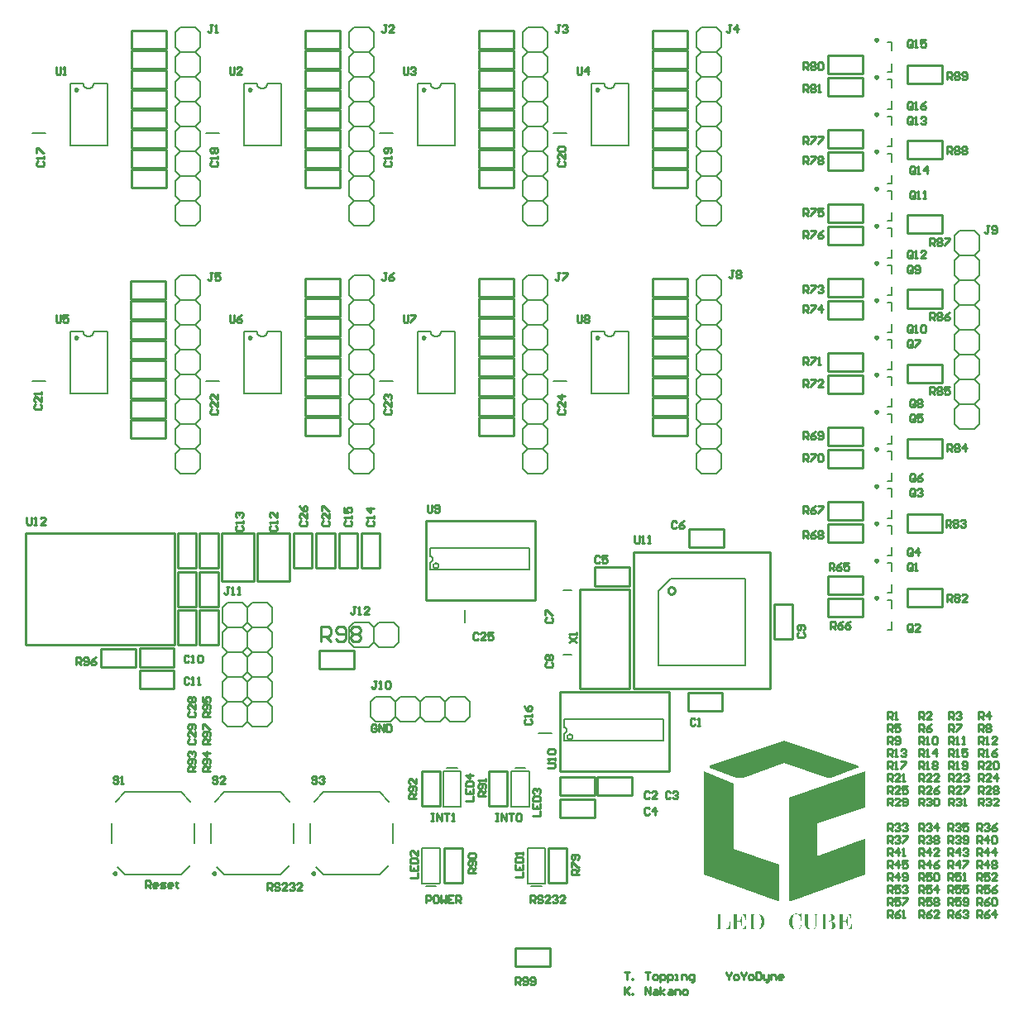
<source format=gto>
%FSTAX23Y23*%
%MOIN*%
%SFA1B1*%

%IPPOS*%
%ADD26C,0.010000*%
%ADD45C,0.009840*%
%ADD46C,0.007870*%
%ADD47C,0.005000*%
%ADD48C,0.008000*%
%ADD49C,0.007000*%
%LNledcube-1*%
%LPD*%
G36*
X03862Y01375D02*
X03858D01*
X03857Y01374*
X03856Y01374*
X03854Y01374*
X03853Y01374*
X03853*
X03853Y01374*
X03852*
X03851Y01374*
X0385Y01374*
X03849Y01374*
X03849Y01373*
X03849*
X03849Y01373*
X03848Y01373*
X03848Y01373*
X03847Y01373*
X03847Y01373*
X03847Y01372*
X03847Y01372*
Y01372*
X03847Y01371*
X03847Y01371*
X03847Y0137*
Y01369*
Y01319*
Y01319*
Y01319*
Y01318*
Y01318*
X03847Y01316*
X03847Y01316*
X03847Y01315*
X03847Y01315*
X03847Y01315*
X03848Y01315*
X03848Y01315*
X03848*
X03849Y01314*
X0385Y01314*
X03851Y01314*
X03852Y01314*
X03853Y01314*
X03853Y01314*
X03854*
X03856Y01314*
X03857Y01314*
X0386*
X03861Y01314*
X03862*
X03863Y01314*
X03864Y01314*
X03865Y01314*
X03866Y01315*
X03868Y01315*
X03869Y01315*
X03871Y01316*
X03872Y01317*
X03874Y01317*
X03875Y01318*
X03877Y0132*
X03878Y01321*
X03878Y01321*
X03878Y01321*
X03878Y01322*
X03879Y01322*
X03879Y01323*
X0388Y01324*
X0388Y01325*
X03881Y01326*
X03882Y01328*
X03882Y01329*
X03883Y01331*
X03883Y01333*
X03883Y01335*
X03884Y01337*
X03884Y0134*
X03884Y01343*
X03885*
Y01313*
X03822*
Y01313*
X03824*
X03825Y01314*
X03826*
X03828Y01314*
X03829Y01314*
X03829*
X03829Y01314*
X0383*
X0383Y01314*
X03832Y01314*
X03832Y01314*
X03833Y01314*
X03833*
X03833Y01315*
X03834Y01315*
X03834Y01315*
X03834Y01316*
X03834Y01316*
Y01316*
X03835Y01316*
X03835Y01317*
Y01317*
X03835Y01318*
Y01319*
Y01369*
Y01369*
Y0137*
Y0137*
Y0137*
X03835Y01372*
X03834Y01372*
X03834Y01373*
Y01373*
X03834Y01373*
X03834Y01373*
X03833Y01373*
X03833*
X03833Y01373*
X03833Y01374*
X03832Y01374*
X03831Y01374*
X03831Y01374*
X0383Y01374*
X03829Y01374*
X03829*
X03828Y01374*
X03827Y01374*
X03827Y01374*
X03826*
X03824Y01374*
X03823Y01375*
X03822*
Y01375*
X03862*
Y01375*
G37*
G36*
X03948Y01351D02*
X03947D01*
Y01351*
Y01351*
Y01352*
X03947Y01352*
Y01353*
X03946Y01354*
X03946Y01355*
X03946Y01356*
X03946Y01358*
X03945Y0136*
X03944Y01363*
X03943Y01365*
X03943Y01366*
X03943Y01366*
X03942Y01366*
X03942Y01367*
X03941Y01368*
X03941Y01368*
X0394Y01369*
X03939Y0137*
X03938Y01371*
X03937Y01372*
X03936Y01372*
X03935Y01373*
X03933Y01374*
X03932Y01374*
X0393Y01374*
X03928Y01375*
X03924*
X03921Y01374*
X0392*
X03919Y01374*
X03918Y01374*
X03917Y01374*
X03914Y01374*
X03914Y01373*
X03914Y01373*
X03913Y01373*
X03913Y01372*
Y01372*
X03913Y01372*
Y01372*
X03913Y01371*
Y01371*
X03913Y0137*
Y01369*
Y01346*
X03915*
X03915Y01346*
X03916*
X03918Y01346*
X0392Y01347*
X03922Y01347*
X03923Y01347*
X03924Y01348*
X03925Y01348*
X03925Y01348*
X03926Y01348*
X03926Y01349*
X03926Y01349*
X03926Y01349*
X03927Y0135*
X03927Y01351*
X03927Y01352*
X03928Y01353*
X03928Y01354*
X03929Y01355*
X03929Y01357*
X0393Y01358*
X0393Y0136*
X0393Y01363*
X03931Y01365*
X03932*
Y01327*
X03931*
Y01327*
X0393Y01327*
X0393Y01328*
X0393Y01329*
X0393Y0133*
X0393Y01331*
X0393Y01332*
X03929Y01334*
X03929Y01336*
X03928Y01338*
X03928Y01339*
X03927Y0134*
X03927Y01341*
X03926Y01342*
X03925Y01343*
X03925Y01343*
X03925Y01343*
X03925Y01344*
X03924Y01344*
X03924Y01344*
X03923Y01344*
X03922Y01344*
X03921Y01345*
X0392Y01345*
X03919Y01345*
X03918Y01345*
X03916Y01345*
X03915Y01345*
X03913*
Y01319*
Y01319*
Y01319*
Y01318*
Y01318*
X03913Y01316*
Y01316*
X03913Y01316*
X03913Y01316*
X03913Y01315*
X03914Y01315*
X03914Y01315*
X03915Y01314*
X03915*
X03915Y01314*
X03915Y01314*
X03916Y01314*
X03917Y01314*
X03919Y01314*
X0392*
X03921Y01314*
X03927*
X03928Y01314*
X03929Y01314*
X0393Y01314*
X03931Y01314*
X03932Y01314*
X03935Y01315*
X03936Y01316*
X03938Y01316*
X03939Y01317*
X0394Y01318*
X03942Y01319*
X03943Y0132*
X03943Y0132*
X03943Y01321*
X03943Y01321*
X03944Y01321*
X03944Y01322*
X03944Y01323*
X03945Y01324*
X03946Y01325*
X03946Y01327*
X03947Y01328*
X03948Y0133*
X03948Y01332*
X03949Y01334*
X03949Y01336*
X0395Y01339*
X0395Y01341*
X03951*
Y01313*
X03888*
Y01313*
X0389*
X03891Y01314*
X03892*
X03894Y01314*
X03896Y01314*
X03898Y01314*
X03899Y01314*
X03899Y01315*
X03899Y01315*
X039Y01315*
X039Y01315*
X039Y01316*
X03901Y01316*
Y01316*
X03901Y01316*
X03901Y01317*
Y01317*
X03901Y01318*
Y01319*
Y01369*
Y01369*
Y0137*
Y0137*
Y0137*
X03901Y01372*
X03901Y01372*
X039Y01373*
Y01373*
X039Y01373*
X039Y01373*
X03899Y01373*
X03899*
X03899Y01373*
X03899Y01374*
X03898Y01374*
X03898Y01374*
X03897Y01374*
X03896Y01374*
X03895Y01374*
X03895*
X03894Y01374*
X03894Y01374*
X03893Y01374*
X03892*
X0389Y01374*
X03889Y01375*
X03888*
Y01375*
X03948*
Y01351*
G37*
G36*
X03995Y01375D02*
X03996D01*
X03997Y01375*
X03998Y01375*
X03999Y01375*
X04001Y01374*
X04002Y01374*
X04004Y01374*
X04005Y01373*
X04007Y01372*
X04009Y01371*
X0401Y0137*
X04012Y01369*
X04014Y01367*
X04014Y01367*
X04014Y01367*
X04015Y01366*
X04015Y01366*
X04016Y01365*
X04017Y01364*
X04018Y01362*
X04019Y01361*
X0402Y01359*
X04021Y01357*
X04022Y01356*
X04023Y01353*
X04023Y01351*
X04024Y01349*
X04024Y01346*
X04024Y01344*
Y01343*
Y01343*
X04024Y01342*
Y01341*
X04024Y0134*
X04024Y01339*
X04023Y01337*
X04023Y01335*
X04022Y01334*
X04022Y01332*
X04021Y0133*
X0402Y01328*
X04019Y01326*
X04018Y01324*
X04017Y01322*
X04015Y01321*
X04015Y01321*
X04015Y0132*
X04014Y0132*
X04013Y01319*
X04013Y01319*
X04012Y01318*
X0401Y01317*
X04009Y01317*
X04008Y01316*
X04006Y01315*
X04004Y01314*
X04002Y01314*
X04001Y01313*
X03998Y01313*
X03996Y01313*
X03994Y01313*
X03956*
Y01313*
X03959*
X0396Y01314*
X03961*
X03962Y01314*
X03963Y01314*
X03964*
X03964Y01314*
X03964*
X03965Y01314*
X03967Y01314*
X03967Y01314*
X03968Y01314*
X03968*
X03968Y01315*
X03968Y01315*
X03969Y01315*
X03969Y01315*
X03969Y01316*
Y01316*
X03969Y01316*
X03969Y01317*
Y01317*
X03969Y01318*
Y01319*
Y01369*
Y01369*
Y0137*
Y0137*
Y0137*
X03969Y01372*
X03969Y01372*
X03969Y01373*
Y01373*
X03969Y01373*
X03968Y01373*
X03968Y01373*
X03968Y01373*
X03967Y01374*
X03966Y01374*
X03966Y01374*
X03965Y01374*
X03964Y01374*
X03964Y01374*
X03963Y01374*
X03961Y01374*
X0396Y01374*
X03959*
X03957Y01375*
X03956*
Y01375*
X03994*
X03995Y01375*
G37*
G36*
X04244Y01375D02*
X04244D01*
X04243Y01374*
X04243*
X04242Y01374*
X0424Y01374*
X04239Y01374*
X04237Y01373*
X04236Y01372*
X04235Y01371*
X04235Y0137*
X04234Y0137*
X04234Y0137*
X04234Y01369*
X04234Y01368*
X04233Y01367*
X04233Y01365*
X04233Y01363*
X04233Y01361*
Y01331*
Y01331*
Y01331*
Y0133*
X04233Y01329*
X04233Y01329*
X04232Y01328*
X04232Y01326*
X04232Y01325*
X04231Y01324*
X04231Y01323*
X0423Y01321*
X0423Y0132*
X04229Y01319*
X04228Y01318*
X04226Y01316*
X04225Y01315*
X04225*
X04225Y01315*
X04225Y01315*
X04224Y01315*
X04223Y01314*
X04222Y01313*
X0422Y01313*
X04218Y01312*
X04216Y01312*
X04214Y01312*
X04213*
X04212Y01312*
X04211*
X0421Y01312*
X04209Y01312*
X04207Y01312*
X04204Y01313*
X04201Y01314*
X04198Y01315*
X04197Y01315*
X04195Y01316*
X04195Y01316*
X04195Y01316*
X04195Y01317*
X04194Y01317*
X04194Y01318*
X04193Y01318*
X04192Y01319*
X04191Y0132*
X04191Y01321*
X0419Y01322*
X04189Y01323*
X04188Y01324*
X04188Y01326*
X04188Y01327*
X04187Y01329*
X04187Y0133*
Y01369*
Y01369*
Y0137*
Y0137*
Y0137*
X04187Y01372*
X04187Y01372*
X04187Y01373*
Y01373*
X04187Y01373*
X04186Y01373*
X04186Y01373*
X04186Y01373*
X04185Y01374*
X04184Y01374*
X04183Y01374*
X04182Y01374*
X0418Y01374*
X04179Y01374*
X04178*
X04176Y01375*
X04175*
Y01375*
X04212*
Y01375*
X0421*
X04209Y01374*
X04208*
X04206Y01374*
X04205Y01374*
X04205*
X04205Y01374*
X04204*
X04204Y01374*
X04202Y01374*
X04202Y01374*
X04201Y01374*
X04201*
X04201Y01373*
X042Y01373*
X042Y01373*
X042Y01373*
X042Y01373*
X042Y01372*
X042Y01372*
Y01372*
X04199Y01371*
X04199Y01371*
X04199Y0137*
Y01369*
Y01332*
Y01332*
Y01332*
Y01331*
X04199Y01331*
Y0133*
X04199Y01329*
X042Y01327*
X042Y01325*
X042Y01322*
X04201Y0132*
X04202Y01319*
X04202Y01318*
Y01318*
X04202Y01318*
X04203Y01318*
X04203Y01317*
X04204Y01317*
X04204Y01316*
X04205Y01316*
X04206Y01315*
X04207Y01315*
X04208Y01314*
X04209Y01314*
X0421Y01314*
X04212Y01313*
X04213Y01313*
X04215Y01313*
X04215*
X04216Y01313*
X04217Y01313*
X04218Y01314*
X0422Y01314*
X04221Y01315*
X04223Y01316*
X04225Y01317*
X04225Y01317*
X04225Y01317*
X04225Y01317*
X04226Y01318*
X04226Y01318*
X04227Y01319*
X04227Y0132*
X04228Y01321*
X04229Y01322*
X04229Y01323*
X0423Y01324*
X0423Y01325*
X04231Y01327*
X04231Y01328*
X04231Y0133*
X04231Y01331*
Y01357*
Y01357*
Y01357*
Y01358*
Y01358*
X04231Y01359*
X04231Y0136*
X04231Y01362*
X04231Y01365*
X0423Y01367*
X0423Y01368*
X04229Y01369*
X04229Y0137*
X04228Y01371*
X04228Y01371*
X04228Y01371*
X04227Y01372*
X04226Y01373*
X04224Y01373*
X04223Y01374*
X04221Y01374*
X04218Y01375*
Y01375*
X04244*
Y01375*
G37*
G36*
X04286Y01375D02*
X04287Y01375D01*
X04288Y01375*
X04289Y01375*
X0429Y01375*
X04293Y01374*
X04295Y01374*
X04296Y01373*
X04297Y01372*
X04299Y01372*
X043Y01371*
X04301Y0137*
X04301*
X04301Y0137*
X04302Y01369*
X04303Y01368*
X04304Y01367*
X04305Y01366*
X04305Y01364*
X04306Y01362*
X04306Y01361*
X04306Y01361*
Y0136*
Y0136*
Y0136*
Y0136*
X04306Y01358*
X04306Y01357*
X04305Y01356*
X04305Y01354*
X04304Y01353*
X04303Y01352*
X04303Y01352*
X04303Y01351*
X04302Y01351*
X04302Y01351*
X04301Y0135*
X04301Y0135*
X043Y01349*
X04299Y01349*
X04298Y01349*
X04296Y01348*
X04295Y01348*
X04294Y01347*
X04292Y01347*
X0429Y01346*
X04288Y01346*
X04288*
X04289Y01346*
X04289Y01346*
X0429Y01346*
X04291Y01346*
X04292Y01345*
X04293Y01345*
X04295Y01345*
X04297Y01344*
X043Y01343*
X04303Y01341*
X04304Y0134*
X04305Y01339*
X04305*
X04305Y01339*
X04306Y01339*
X04307Y01338*
X04307Y01336*
X04308Y01335*
X04309Y01333*
X0431Y01331*
X0431Y0133*
Y01328*
Y01328*
Y01328*
Y01328*
X0431Y01327*
X04309Y01326*
X04309Y01325*
X04308Y01323*
X04308Y01322*
X04307Y01321*
X04306Y0132*
X04306Y01319*
X04305Y01318*
X04305Y01318*
X04304Y01318*
X04304Y01318*
X04304Y01317*
X04303Y01317*
X04302Y01316*
X04302Y01316*
X04301Y01315*
X043Y01315*
X04298Y01314*
X04296Y01313*
X04295Y01313*
X04293Y01313*
X04292Y01313*
X0429Y01313*
X04245*
Y01313*
X04248*
X0425Y01314*
X04252Y01314*
X04254Y01314*
X04255Y01314*
X04256Y01314*
X04256Y01314*
X04257Y01314*
X04257Y01314*
X04257Y01315*
X04258Y01315*
X04258Y01315*
X04258Y01316*
Y01316*
X04258Y01316*
X04258Y01317*
Y01317*
X04259Y01318*
Y01319*
Y01369*
Y01369*
Y0137*
Y0137*
Y01371*
X04258Y01372*
X04258Y01372*
X04258Y01373*
Y01373*
X04258Y01373*
X04258Y01373*
X04257Y01373*
X04257Y01374*
X04256Y01374*
X04256Y01374*
X04256Y01374*
X04255Y01374*
X04254Y01374*
X04253Y01374*
X04253Y01374*
X04252Y01374*
X0425Y01374*
X04249Y01374*
X04248Y01375*
X04245*
Y01375*
X04285*
X04286Y01375*
G37*
G36*
X04428Y01804D02*
X04236Y0174D01*
Y01606*
X04252Y01612*
X04416Y01674*
X04428Y01676*
Y01532*
X04132Y01428*
X04124*
Y01844*
X0442Y01948*
X04428Y01951*
Y01804*
G37*
G36*
X04124Y02068D02*
X04396Y01972D01*
X04406Y01968*
X04396Y01964*
X04292Y01924*
X04276*
X04102Y01982*
X0394Y01924*
X03908*
X03804Y01964*
Y01972*
X04084Y02068*
X04104Y02074*
X04124Y02068*
G37*
G36*
X03804Y0194D02*
X039Y019D01*
Y01636*
X04084Y01572*
Y01428*
X04076*
X0378Y01532*
X03781Y01949*
X03804Y0194*
G37*
G36*
X04374Y01351D02*
X04373D01*
Y01351*
Y01351*
Y01352*
X04373Y01352*
Y01353*
X04373Y01354*
X04373Y01355*
X04372Y01356*
X04372Y01358*
X04371Y0136*
X0437Y01363*
X04369Y01365*
X04369Y01366*
X04369Y01366*
X04369Y01366*
X04368Y01367*
X04368Y01368*
X04367Y01368*
X04366Y01369*
X04365Y0137*
X04364Y01371*
X04363Y01372*
X04362Y01372*
X04361Y01373*
X0436Y01374*
X04358Y01374*
X04356Y01374*
X04355Y01375*
X0435*
X04347Y01374*
X04346*
X04345Y01374*
X04344Y01374*
X04343Y01374*
X04341Y01374*
X04341Y01373*
X0434Y01373*
X0434Y01373*
X04339Y01372*
Y01372*
X04339Y01372*
Y01372*
X04339Y01371*
Y01371*
X04339Y0137*
Y01369*
Y01346*
X04341*
X04342Y01346*
X04342*
X04345Y01346*
X04347Y01347*
X04349Y01347*
X0435Y01347*
X0435Y01348*
X04351Y01348*
X04352Y01348*
X04352Y01348*
X04352Y01349*
X04352Y01349*
X04353Y01349*
X04353Y0135*
X04353Y01351*
X04354Y01352*
X04354Y01353*
X04355Y01354*
X04355Y01355*
X04355Y01357*
X04356Y01358*
X04356Y0136*
X04357Y01363*
X04357Y01365*
X04358*
Y01327*
X04357*
Y01327*
X04357Y01327*
X04357Y01328*
X04357Y01329*
X04356Y0133*
X04356Y01331*
X04356Y01332*
X04356Y01334*
X04355Y01336*
X04354Y01338*
X04354Y01339*
X04354Y0134*
X04353Y01341*
X04352Y01342*
X04352Y01343*
X04352Y01343*
X04351Y01343*
X04351Y01344*
X0435Y01344*
X0435Y01344*
X04349Y01344*
X04348Y01344*
X04348Y01345*
X04347Y01345*
X04345Y01345*
X04344Y01345*
X04343Y01345*
X04341Y01345*
X04339*
Y01319*
Y01319*
Y01319*
Y01318*
Y01318*
X04339Y01316*
Y01316*
X04339Y01316*
X04339Y01316*
X0434Y01315*
X0434Y01315*
X04341Y01315*
X04341Y01314*
X04341*
X04342Y01314*
X04342Y01314*
X04342Y01314*
X04343Y01314*
X04345Y01314*
X04346*
X04348Y01314*
X04353*
X04354Y01314*
X04355Y01314*
X04356Y01314*
X04357Y01314*
X04358Y01314*
X04361Y01315*
X04363Y01316*
X04364Y01316*
X04365Y01317*
X04367Y01318*
X04368Y01319*
X04369Y0132*
X04369Y0132*
X04369Y01321*
X0437Y01321*
X0437Y01321*
X0437Y01322*
X04371Y01323*
X04371Y01324*
X04372Y01325*
X04373Y01327*
X04373Y01328*
X04374Y0133*
X04374Y01332*
X04375Y01334*
X04375Y01336*
X04376Y01339*
X04376Y01341*
X04377*
Y01313*
X04314*
Y01313*
X04316*
X04317Y01314*
X04319*
X04321Y01314*
X04322Y01314*
X04324Y01314*
X04325Y01314*
X04326Y01315*
X04326Y01315*
X04326Y01315*
X04326Y01315*
X04327Y01316*
X04327Y01316*
Y01316*
X04327Y01316*
X04327Y01317*
Y01317*
X04327Y01318*
Y01319*
Y01369*
Y01369*
Y0137*
Y0137*
Y0137*
X04327Y01372*
X04327Y01372*
X04327Y01373*
Y01373*
X04327Y01373*
X04326Y01373*
X04326Y01373*
X04325*
X04325Y01373*
X04325Y01374*
X04325Y01374*
X04324Y01374*
X04323Y01374*
X04322Y01374*
X04321Y01374*
X04321*
X04321Y01374*
X0432Y01374*
X04319Y01374*
X04318*
X04317Y01374*
X04315Y01375*
X04314*
Y01375*
X04374*
Y01351*
G37*
G36*
X04172Y01348D02*
X04171Y01349D01*
Y01349*
Y01349*
Y0135*
X04171Y01351*
X04171Y01352*
X04171Y01353*
X0417Y01355*
X0417Y01356*
X0417Y01358*
X04169Y01359*
X04169Y01361*
X04168Y01363*
X04167Y01364*
X04166Y01366*
X04165Y01368*
X04164Y01369*
X04164Y01369*
X04164Y01369*
X04163Y0137*
X04163Y0137*
X04162Y0137*
X04162Y01371*
X0416Y01372*
X04158Y01373*
X04156Y01374*
X04155Y01375*
X04154Y01375*
X04153Y01375*
X04152Y01375*
X04151*
X04151Y01375*
X0415*
X0415Y01375*
X04149Y01375*
X04147Y01374*
X04146Y01374*
X04145Y01373*
X04144Y01373*
X04143Y01372*
X04142Y01371*
X04141Y0137*
X0414Y01369*
X0414Y01367*
Y01367*
X04139Y01367*
X04139Y01367*
X04139Y01366*
X04139Y01365*
X04138Y01364*
X04138Y01363*
X04138Y01362*
X04137Y0136*
X04137Y01358*
X04137Y01356*
X04136Y01354*
X04136Y01352*
X04136Y01349*
X04136Y01347*
Y01344*
Y01344*
Y01343*
Y01342*
X04136Y01341*
Y0134*
X04136Y01338*
X04136Y01337*
X04136Y01335*
X04137Y01331*
X04138Y01327*
X04138Y01325*
X04139Y01324*
X04139Y01322*
X0414Y0132*
X0414Y0132*
X0414Y0132*
X0414Y0132*
X04141Y01319*
X04142Y01318*
X04143Y01317*
X04145Y01315*
X04147Y01314*
X04148Y01313*
X04149Y01313*
X04151Y01313*
X04152Y01313*
X04153*
X04154Y01313*
X04154Y01313*
X04155Y01313*
X04156Y01313*
X04157Y01313*
X0416Y01314*
X04162Y01315*
X04163Y01315*
X04164Y01316*
X04165Y01317*
X04166Y01318*
X04166Y01318*
X04167Y01318*
X04167Y01319*
X04167Y01319*
X04168Y0132*
X04168Y01321*
X04169Y01322*
X04169Y01323*
X0417Y01324*
X0417Y01326*
X04171Y01328*
X04171Y01329*
X04172Y01331*
X04172Y01334*
X04172Y01336*
X04172Y01339*
X04173*
Y01338*
Y01338*
Y01337*
X04173Y01336*
X04173Y01335*
X04173Y01334*
X04173Y01332*
X04172Y01331*
X04172Y01327*
X04171Y01324*
X0417Y01322*
X0417Y01321*
X04169Y01319*
X04168Y01318*
X04168Y01318*
X04167Y01318*
X04167Y01317*
X04167Y01317*
X04166Y01317*
X04165Y01316*
X04165Y01315*
X04164Y01315*
X04163Y01314*
X04162Y01314*
X0416Y01313*
X04159Y01313*
X04157Y01312*
X04156Y01312*
X04154Y01312*
X04152Y01312*
X04152*
X04151Y01312*
X0415*
X04149Y01312*
X04148Y01312*
X04147Y01312*
X04145Y01313*
X04144Y01313*
X04142Y01313*
X04141Y01314*
X04139Y01315*
X04137Y01315*
X04136Y01316*
X04134Y01317*
X04132Y01319*
X04132Y01319*
X04132Y01319*
X04132Y0132*
X04131Y0132*
X0413Y01321*
X04129Y01322*
X04129Y01323*
X04128Y01325*
X04127Y01326*
X04126Y01328*
X04125Y0133*
X04124Y01332*
X04124Y01335*
X04123Y01337*
X04123Y0134*
X04123Y01343*
Y01343*
Y01343*
X04123Y01344*
X04123Y01345*
X04123Y01347*
X04123Y01348*
X04124Y0135*
X04124Y01352*
X04125Y01354*
X04125Y01356*
X04126Y01358*
X04127Y0136*
X04128Y01362*
X04129Y01364*
X04131Y01366*
X04133Y01368*
X04133Y01368*
X04133Y01368*
X04133Y01369*
X04134Y01369*
X04135Y0137*
X04136Y0137*
X04137Y01371*
X04138Y01372*
X04139Y01373*
X04141Y01374*
X04142Y01374*
X04144Y01375*
X04145Y01375*
X04147Y01376*
X04149Y01376*
X0415Y01376*
X04151*
X04152Y01376*
X04153Y01376*
X04154Y01376*
X04156Y01376*
X04157Y01375*
X04158Y01375*
X04158*
X04159Y01374*
X04159Y01374*
X0416Y01374*
X04161Y01373*
X04162Y01372*
X04164Y01371*
X04165Y01369*
X04166Y01368*
X04171Y01377*
X04172*
Y01348*
G37*
%LNledcube-2*%
%LPC*%
G36*
X04281Y01375D02*
X04274D01*
X04273Y01374*
X04272Y01374*
X04272Y01374*
X04272Y01374*
X04271Y01374*
X04271Y01374*
X04271Y01373*
Y01373*
X04271Y01372*
Y01372*
Y01372*
X04271Y01371*
Y0137*
Y01369*
Y01346*
X04281*
X04281Y01347*
X04282*
X04284Y01347*
X04285Y01347*
X04287Y01348*
X04289Y01348*
X0429Y01349*
X0429Y01349*
X04291Y0135*
X04291Y0135*
X04292Y01352*
X04293Y01353*
X04293Y01355*
X04294Y01357*
X04294Y01358*
Y0136*
Y0136*
Y0136*
Y0136*
Y01361*
X04294Y01362*
X04294Y01362*
X04294Y01364*
X04293Y01366*
X04293Y01368*
X04292Y0137*
X04291Y0137*
X04291Y01371*
X04291Y01371*
X0429Y01372*
X04289Y01372*
X04288Y01373*
X04287Y01374*
X04286Y01374*
X04285Y01374*
X04284Y01374*
X04282Y01374*
X04281Y01375*
G37*
G36*
X03994D02*
X0399D01*
X03989Y01374*
X03988*
X03987Y01374*
X03986*
X03986Y01374*
X03985*
X03984Y01374*
X03984Y01374*
X03983Y01374*
X03983Y01374*
X03983Y01374*
X03982Y01373*
X03982Y01373*
Y01372*
X03982Y01372*
Y01372*
X03982Y01371*
Y01371*
X03981Y0137*
Y01369*
Y01319*
Y01319*
Y01318*
Y01318*
Y01317*
X03982Y01316*
X03982Y01316*
X03982Y01315*
X03982Y01315*
X03982Y01315*
X03983Y01314*
X03983Y01314*
X03983*
X03983Y01314*
X03984*
X03984Y01314*
X03985Y01314*
X03985Y01314*
X03986*
X03987Y01313*
X03994*
X03995Y01314*
X03995*
X03996Y01314*
X03997Y01314*
X03999Y01314*
X04Y01315*
X04001Y01315*
X04002Y01316*
X04004Y01317*
X04005Y01317*
X04006Y01319*
X04007Y0132*
X04007Y01321*
X04008Y01321*
X04008Y01321*
X04008Y01322*
X04008Y01322*
X04008Y01323*
X04009Y01324*
X04009Y01325*
X0401Y01327*
X0401Y01328*
X0401Y0133*
X04011Y01332*
X04011Y01334*
X04011Y01336*
X04012Y01338*
X04012Y01341*
Y01344*
Y01344*
Y01344*
Y01345*
X04012Y01346*
Y01347*
X04012Y01349*
X04011Y0135*
X04011Y01352*
X04011Y01355*
X0401Y01359*
X04009Y01363*
X04008Y01364*
X04007Y01366*
X04007Y01366*
X04007Y01366*
X04007Y01367*
X04006Y01367*
X04006Y01368*
X04005Y01369*
X04005Y01369*
X04004Y0137*
X04003Y01371*
X04002Y01372*
X04001Y01373*
X04Y01373*
X03998Y01374*
X03997Y01374*
X03996Y01374*
X03994Y01375*
G37*
G36*
X04282Y01346D02*
X04271D01*
Y01319*
Y01319*
Y01318*
Y01318*
Y01317*
X04271Y01316*
X04271Y01316*
X04271Y01315*
X04271Y01315*
X04271Y01315*
X04272Y01314*
X04272Y01314*
X04272*
X04273Y01314*
X04273Y01314*
X04274Y01314*
X04275Y01313*
X04277*
X04278Y01313*
X04284*
X04285Y01313*
X04285*
X04286Y01314*
X04288Y01314*
X04289Y01314*
X04291Y01315*
X04293Y01316*
X04293Y01317*
X04294Y01318*
X04294Y01318*
X04295Y01318*
X04295Y01319*
X04296Y0132*
X04296Y01322*
X04297Y01324*
X04297Y01326*
X04297Y01328*
Y01328*
Y01329*
Y01329*
X04297Y0133*
Y0133*
X04297Y01331*
X04297Y01333*
X04296Y01335*
X04296Y01337*
X04295Y01339*
X04294Y01341*
Y01341*
X04293Y01341*
X04293Y01341*
X04292Y01342*
X04291Y01343*
X04289Y01344*
X04287Y01345*
X04285Y01345*
X04283Y01345*
X04282Y01346*
G37*
%LNledcube-3*%
%LPD*%
G54D26*
X03663Y02679D02*
D01*
X03662Y02679*
X03662Y0268*
X03662Y02681*
X03662Y02682*
X03662Y02683*
X03661Y02684*
X03661Y02685*
X0366Y02686*
X0366Y02687*
X03659Y02687*
X03659Y02688*
X03658Y02689*
X03657Y02689*
X03656Y0269*
X03656Y02691*
X03655Y02691*
X03654Y02691*
X03653Y02692*
X03652Y02692*
X03651Y02692*
X0365Y02692*
X03649Y02692*
X03648*
X03647Y02692*
X03646Y02692*
X03645Y02692*
X03644Y02692*
X03643Y02691*
X03643Y02691*
X03642Y02691*
X03641Y0269*
X0364Y02689*
X03639Y02689*
X03639Y02688*
X03638Y02687*
X03637Y02687*
X03637Y02686*
X03636Y02685*
X03636Y02684*
X03636Y02683*
X03635Y02682*
X03635Y02681*
X03635Y0268*
X03635Y02679*
X03635Y02679*
X03635Y02678*
X03635Y02677*
X03635Y02676*
X03635Y02675*
X03636Y02674*
X03636Y02673*
X03636Y02672*
X03637Y02671*
X03637Y0267*
X03638Y0267*
X03639Y02669*
X03639Y02668*
X0364Y02668*
X03641Y02667*
X03642Y02666*
X03643Y02666*
X03643Y02666*
X03644Y02665*
X03645Y02665*
X03646Y02665*
X03647Y02665*
X03648Y02665*
X03649*
X0365Y02665*
X03651Y02665*
X03652Y02665*
X03653Y02665*
X03654Y02666*
X03655Y02666*
X03656Y02666*
X03656Y02667*
X03657Y02668*
X03658Y02668*
X03659Y02669*
X03659Y0267*
X0366Y0267*
X0366Y02671*
X03661Y02672*
X03661Y02673*
X03662Y02674*
X03662Y02675*
X03662Y02676*
X03662Y02677*
X03662Y02678*
X03663Y02679*
X0223Y02362D02*
Y02437D01*
Y02362D02*
X02369D01*
Y02437*
X0223D02*
X02369D01*
X01646Y0246D02*
Y0291D01*
X01046D02*
X01646D01*
X01046Y0246D02*
Y0291D01*
Y0246D02*
X01646D01*
X03495Y02835D02*
X04045D01*
Y02285D02*
Y02835D01*
X03495Y02285D02*
X04045D01*
X03495D02*
Y02835D01*
X01837Y02717D02*
X01965D01*
Y0291*
X01837D02*
X01965D01*
X01837Y02717D02*
Y0291D01*
X04739Y04722D02*
Y04797D01*
X046D02*
X04739D01*
X046Y04722D02*
Y04797D01*
Y04722D02*
X04739D01*
X0328Y02285D02*
X0348D01*
X0328D02*
Y02685D01*
X0348*
Y02285D02*
Y02685D01*
X0364Y0197D02*
Y0227D01*
X032D02*
X0364D01*
X032Y0195D02*
Y0227D01*
Y0195D02*
X0364D01*
Y0197*
X0372Y02852D02*
Y02927D01*
Y02852D02*
X03859D01*
Y02927*
X0372D02*
X03859D01*
X01822Y0277D02*
Y0291D01*
X01747Y0277D02*
X01822D01*
X01747D02*
Y0291D01*
X01822*
X01733Y0277D02*
Y0291D01*
X01658Y0277D02*
X01733D01*
X01658D02*
Y0291D01*
X01733*
X02292Y0277D02*
Y02909D01*
X02217Y0277D02*
X02292D01*
X02217D02*
Y02909D01*
X02292*
X02201Y0277D02*
Y02909D01*
X02126Y0277D02*
X02201D01*
X02126D02*
Y02909D01*
X02201*
X01822Y02615D02*
Y02754D01*
X01747Y02615D02*
X01822D01*
X01747D02*
Y02754D01*
X01822*
X01658Y02615D02*
Y02754D01*
X01733*
Y02615D02*
Y02754D01*
X01658Y02615D02*
X01733D01*
X01822Y0246D02*
Y02599D01*
X01747Y0246D02*
X01822D01*
X01747D02*
Y02599D01*
X01822*
X01733Y0246D02*
Y02599D01*
X01658Y0246D02*
X01733D01*
X01658D02*
Y02599D01*
X01733*
X0135Y0237D02*
X01489D01*
X0135D02*
Y02445D01*
X01489*
Y0237D02*
Y02445D01*
X01981Y02716D02*
X02109D01*
Y02909*
X01981D02*
X02109D01*
X01981Y02716D02*
Y02909D01*
X02717Y0181D02*
Y01949D01*
X02642Y0181D02*
X02717D01*
X02642D02*
Y01949D01*
X02717*
X02987Y0181D02*
Y01949D01*
X02912Y0181D02*
X02987D01*
X02912D02*
Y01949D01*
X02987*
X02383Y0277D02*
Y02909D01*
X02308Y0277D02*
X02383D01*
X02308D02*
Y02909D01*
X02383*
X02474Y0277D02*
Y0291D01*
X02399Y0277D02*
X02474D01*
X02399D02*
Y0291D01*
X02474*
X01505Y02358D02*
X01644D01*
Y02283D02*
Y02358D01*
X01505Y02283D02*
X01644D01*
X01505D02*
Y02358D01*
Y02446D02*
X01644D01*
Y02371D02*
Y02446D01*
X01505Y02371D02*
X01644D01*
X01505D02*
Y02446D01*
X03854Y02192D02*
Y02267D01*
X03715D02*
X03854D01*
X03715Y02192D02*
Y02267D01*
Y02192D02*
X03854D01*
X03339Y01852D02*
Y01927D01*
X032D02*
X03339D01*
X032Y01852D02*
Y01927D01*
Y01852D02*
X03339D01*
X03489D02*
Y01927D01*
X0335D02*
X03489D01*
X0335Y01852D02*
Y01927D01*
Y01852D02*
X03489D01*
X03339Y01762D02*
Y01837D01*
X032D02*
X03339D01*
X032Y01762D02*
Y01837D01*
Y01762D02*
X03339D01*
X0334Y02697D02*
Y02772D01*
Y02697D02*
X03479D01*
Y02772*
X0334D02*
X03479D01*
X04062Y02624D02*
X04137D01*
X04062Y02485D02*
Y02624D01*
Y02485D02*
X04137D01*
Y02624*
X02172Y04862D02*
Y04937D01*
Y04862D02*
X02312D01*
Y04937*
X02172D02*
X02312D01*
X02872Y04862D02*
Y04937D01*
Y04862D02*
X03012D01*
Y04937*
X02872D02*
X03012D01*
X03572Y04862D02*
Y04937D01*
Y04862D02*
X03712D01*
Y04937*
X03572D02*
X03712D01*
X02172Y04782D02*
Y04857D01*
Y04782D02*
X02312D01*
Y04857*
X02172D02*
X02312D01*
X02872Y04782D02*
Y04857D01*
Y04782D02*
X03012D01*
Y04857*
X02872D02*
X03012D01*
X03572Y04782D02*
Y04857D01*
Y04782D02*
X03712D01*
Y04857*
X03572D02*
X03712D01*
X02172Y04702D02*
Y04777D01*
Y04702D02*
X02312D01*
Y04777*
X02172D02*
X02312D01*
X02872Y04702D02*
Y04777D01*
Y04702D02*
X03012D01*
Y04777*
X02872D02*
X03012D01*
X03572Y04702D02*
Y04777D01*
Y04702D02*
X03712D01*
Y04777*
X03572D02*
X03712D01*
X02172Y04622D02*
Y04697D01*
Y04622D02*
X02312D01*
Y04697*
X02172D02*
X02312D01*
X02872Y04622D02*
Y04697D01*
Y04622D02*
X03012D01*
Y04697*
X02872D02*
X03012D01*
X03572Y04622D02*
Y04697D01*
Y04622D02*
X03712D01*
Y04697*
X03572D02*
X03712D01*
X02172Y04542D02*
Y04617D01*
Y04542D02*
X02312D01*
Y04617*
X02172D02*
X02312D01*
X02872Y04542D02*
Y04617D01*
Y04542D02*
X03012D01*
Y04617*
X02872D02*
X03012D01*
X03572Y04542D02*
Y04617D01*
Y04542D02*
X03712D01*
Y04617*
X03572D02*
X03712D01*
X02172Y04462D02*
Y04537D01*
Y04462D02*
X02312D01*
Y04537*
X02172D02*
X02312D01*
X02872Y04462D02*
Y04537D01*
Y04462D02*
X03012D01*
Y04537*
X02872D02*
X03012D01*
X03572Y04462D02*
Y04537D01*
Y04462D02*
X03712D01*
Y04537*
X03572D02*
X03712D01*
X02172Y04382D02*
Y04457D01*
Y04382D02*
X02312D01*
Y04457*
X02172D02*
X02312D01*
X02872Y04382D02*
Y04457D01*
Y04382D02*
X03012D01*
Y04457*
X02872D02*
X03012D01*
X03572Y04382D02*
Y04457D01*
Y04382D02*
X03712D01*
Y04457*
X03572D02*
X03712D01*
X01472Y04302D02*
Y04377D01*
Y04302D02*
X01612D01*
Y04377*
X01472D02*
X01612D01*
X02172Y04302D02*
Y04377D01*
Y04302D02*
X02312D01*
Y04377*
X02172D02*
X02312D01*
X02872Y04302D02*
Y04377D01*
Y04302D02*
X03012D01*
Y04377*
X02872D02*
X03012D01*
X03572Y04302D02*
Y04377D01*
Y04302D02*
X03712D01*
Y04377*
X03572D02*
X03712D01*
X0147Y03532D02*
Y03607D01*
Y03532D02*
X01609D01*
Y03607*
X0147D02*
X01609D01*
X0147Y03452D02*
Y03527D01*
Y03452D02*
X01609D01*
Y03527*
X0147D02*
X01609D01*
X0147Y03372D02*
Y03447D01*
Y03372D02*
X01609D01*
Y03447*
X0147D02*
X01609D01*
X0428Y02662D02*
Y02737D01*
Y02662D02*
X04419D01*
Y02737*
X0428D02*
X04419D01*
X0428Y02572D02*
Y02647D01*
Y02572D02*
X04419D01*
Y02647*
X0428D02*
X04419D01*
X0428Y02962D02*
Y03037D01*
Y02962D02*
X04419D01*
Y03037*
X0428D02*
X04419D01*
X0428Y02872D02*
Y02947D01*
Y02872D02*
X04419D01*
Y02947*
X0428D02*
X04419D01*
X0428Y03262D02*
Y03337D01*
Y03262D02*
X04419D01*
Y03337*
X0428D02*
X04419D01*
X0428Y03172D02*
Y03247D01*
Y03172D02*
X04419D01*
Y03247*
X0428D02*
X04419D01*
X0428Y03562D02*
Y03637D01*
Y03562D02*
X04419D01*
Y03637*
X0428D02*
X04419D01*
X0428Y03472D02*
Y03547D01*
Y03472D02*
X04419D01*
Y03547*
X0428D02*
X04419D01*
X0428Y03862D02*
Y03937D01*
Y03862D02*
X04419D01*
Y03937*
X0428D02*
X04419D01*
X0428Y03772D02*
Y03847D01*
Y03772D02*
X04419D01*
Y03847*
X0428D02*
X04419D01*
X0428Y04162D02*
Y04237D01*
Y04162D02*
X04419D01*
Y04237*
X0428D02*
X04419D01*
X0428Y04072D02*
Y04147D01*
Y04072D02*
X04419D01*
Y04147*
X0428D02*
X04419D01*
X0428Y04462D02*
Y04537D01*
Y04462D02*
X04419D01*
Y04537*
X0428D02*
X04419D01*
X0428Y04372D02*
Y04447D01*
Y04372D02*
X04419D01*
Y04447*
X0428D02*
X04419D01*
X03152Y015D02*
X03227D01*
Y0164*
X03152D02*
X03227D01*
X03152Y015D02*
Y0164D01*
X0428Y04762D02*
Y04837D01*
Y04762D02*
X04419D01*
Y04837*
X0428D02*
X04419D01*
X0428Y04672D02*
Y04747D01*
Y04672D02*
X04419D01*
Y04747*
X0428D02*
X04419D01*
X04739Y02612D02*
Y02687D01*
X046D02*
X04739D01*
X046Y02612D02*
Y02687D01*
Y02612D02*
X04739D01*
Y02914D02*
Y02988D01*
X046D02*
X04739D01*
X046Y02914D02*
Y02988D01*
Y02914D02*
X04739D01*
Y03215D02*
Y0329D01*
X046D02*
X04739D01*
X046Y03215D02*
Y0329D01*
Y03215D02*
X04739D01*
Y03516D02*
Y03591D01*
X046D02*
X04739D01*
X046Y03516D02*
Y03591D01*
Y03516D02*
X04739D01*
Y03818D02*
Y03893D01*
X046D02*
X04739D01*
X046Y03818D02*
Y03893D01*
Y03818D02*
X04739D01*
Y04119D02*
Y04194D01*
X046D02*
X04739D01*
X046Y04119D02*
Y04194D01*
Y04119D02*
X04739D01*
Y04421D02*
Y04495D01*
X046D02*
X04739D01*
X046Y04421D02*
Y04495D01*
Y04421D02*
X04739D01*
X031Y0264D02*
Y0266D01*
X0266Y0264D02*
X031D01*
X0266D02*
Y0296D01*
X031*
Y0266D02*
Y0296D01*
X02732Y015D02*
Y0164D01*
X02807*
Y015D02*
Y0164D01*
X02732Y015D02*
X02807D01*
X03159Y01162D02*
Y01237D01*
X0302D02*
X03159D01*
X0302Y01162D02*
Y01237D01*
Y01162D02*
X03159D01*
X03572Y03302D02*
Y03377D01*
Y03302D02*
X03712D01*
Y03377*
X03572D02*
X03712D01*
X03572Y03382D02*
Y03457D01*
Y03382D02*
X03712D01*
Y03457*
X03572D02*
X03712D01*
X03572Y03462D02*
Y03537D01*
Y03462D02*
X03712D01*
Y03537*
X03572D02*
X03712D01*
X03572Y03542D02*
Y03617D01*
Y03542D02*
X03712D01*
Y03617*
X03572D02*
X03712D01*
X03572Y03622D02*
Y03697D01*
Y03622D02*
X03712D01*
Y03697*
X03572D02*
X03712D01*
X03572Y03702D02*
Y03777D01*
Y03702D02*
X03712D01*
Y03777*
X03572D02*
X03712D01*
X03572Y03782D02*
Y03857D01*
Y03782D02*
X03712D01*
Y03857*
X03572D02*
X03712D01*
X03572Y03862D02*
Y03937D01*
Y03862D02*
X03712D01*
Y03937*
X03572D02*
X03712D01*
X02872Y03302D02*
Y03377D01*
Y03302D02*
X03012D01*
Y03377*
X02872D02*
X03012D01*
X02872Y03382D02*
Y03457D01*
Y03382D02*
X03012D01*
Y03457*
X02872D02*
X03012D01*
X02872Y03462D02*
Y03537D01*
Y03462D02*
X03012D01*
Y03537*
X02872D02*
X03012D01*
X02872Y03542D02*
Y03617D01*
Y03542D02*
X03012D01*
Y03617*
X02872D02*
X03012D01*
X02872Y03622D02*
Y03697D01*
Y03622D02*
X03012D01*
Y03697*
X02872D02*
X03012D01*
X02872Y03702D02*
Y03777D01*
Y03702D02*
X03012D01*
Y03777*
X02872D02*
X03012D01*
X02872Y03782D02*
Y03857D01*
Y03782D02*
X03012D01*
Y03857*
X02872D02*
X03012D01*
X02872Y03862D02*
Y03937D01*
Y03862D02*
X03012D01*
Y03937*
X02872D02*
X03012D01*
X02172Y03302D02*
Y03377D01*
Y03302D02*
X02312D01*
Y03377*
X02172D02*
X02312D01*
X0147Y03292D02*
Y03367D01*
Y03292D02*
X01609D01*
Y03367*
X0147D02*
X01609D01*
X02172Y03382D02*
Y03457D01*
Y03382D02*
X02312D01*
Y03457*
X02172D02*
X02312D01*
X02172Y03462D02*
Y03537D01*
Y03462D02*
X02312D01*
Y03537*
X02172D02*
X02312D01*
X02172Y03542D02*
Y03617D01*
Y03542D02*
X02312D01*
Y03617*
X02172D02*
X02312D01*
X02172Y03622D02*
Y03697D01*
Y03622D02*
X02312D01*
Y03697*
X02172D02*
X02312D01*
X02172Y03702D02*
Y03777D01*
Y03702D02*
X02312D01*
Y03777*
X02172D02*
X02312D01*
X02172Y03782D02*
Y03857D01*
Y03782D02*
X02312D01*
Y03857*
X02172D02*
X02312D01*
X02172Y03862D02*
Y03937D01*
Y03862D02*
X02312D01*
Y03937*
X02172D02*
X02312D01*
X0147Y03692D02*
Y03767D01*
Y03692D02*
X01609D01*
Y03767*
X0147D02*
X01609D01*
X0147Y03772D02*
Y03847D01*
Y03772D02*
X01609D01*
Y03847*
X0147D02*
X01609D01*
X0147Y03612D02*
Y03687D01*
Y03612D02*
X01609D01*
Y03687*
X0147D02*
X01609D01*
X0147Y03852D02*
Y03927D01*
Y03852D02*
X01609D01*
Y03927*
X0147D02*
X01609D01*
X01472Y04382D02*
Y04457D01*
Y04382D02*
X01612D01*
Y04457*
X01472D02*
X01612D01*
X01472Y04462D02*
Y04537D01*
Y04462D02*
X01612D01*
Y04537*
X01472D02*
X01612D01*
X01472Y04542D02*
Y04617D01*
Y04542D02*
X01612D01*
Y04617*
X01472D02*
X01612D01*
X01472Y04622D02*
Y04697D01*
Y04622D02*
X01612D01*
Y04697*
X01472D02*
X01612D01*
X01472Y04702D02*
Y04777D01*
Y04702D02*
X01612D01*
Y04777*
X01472D02*
X01612D01*
X01472Y04782D02*
Y04857D01*
Y04782D02*
X01612D01*
Y04857*
X01472D02*
X01612D01*
X01472Y04862D02*
Y04937D01*
Y04862D02*
X01612D01*
Y04937*
X01472D02*
X01612D01*
X02218Y01925D02*
X02213Y0193D01*
X02204*
X02199Y01925*
Y0192*
X02204Y01916*
X02213*
X02218Y01911*
Y01906*
X02213Y01901*
X02204*
X02199Y01906*
X02228Y01925D02*
X02233Y0193D01*
X02243*
X02248Y01925*
Y0192*
X02243Y01916*
X02238*
X02243*
X02248Y01911*
Y01906*
X02243Y01901*
X02233*
X02228Y01906*
X02235Y02472D02*
Y02532D01*
X02265*
X02275Y02522*
Y02502*
X02265Y02492*
X02235*
X02255D02*
X02275Y02472D01*
X02295Y02482D02*
X02305Y02472D01*
X02325*
X02335Y02482*
Y02522*
X02325Y02532*
X02305*
X02295Y02522*
Y02512*
X02305Y02502*
X02335*
X02355Y02522D02*
X02365Y02532D01*
X02385*
X02395Y02522*
Y02512*
X02385Y02502*
X02395Y02492*
Y02482*
X02385Y02472*
X02365*
X02355Y02482*
Y02492*
X02365Y02502*
X02355Y02512*
Y02522*
X02365Y02502D02*
X02385D01*
X03669Y02954D02*
X03664Y02959D01*
X03655*
X0365Y02954*
Y02935*
X03655Y0293*
X03664*
X03669Y02935*
X03699Y02959D02*
X03689Y02954D01*
X03679Y02944*
Y02935*
X03684Y0293*
X03694*
X03699Y02935*
Y0294*
X03694Y02944*
X03679*
X01868Y03789D02*
Y03765D01*
X01873Y0376*
X01883*
X01887Y03765*
Y03789*
X01917D02*
X01907Y03784D01*
X01897Y03775*
Y03765*
X01902Y0376*
X01912*
X01917Y03765*
Y0377*
X01912Y03775*
X01897*
X02568Y03789D02*
Y03765D01*
X02573Y0376*
X02582*
X02587Y03765*
Y03789*
X02597D02*
X02617D01*
Y03784*
X02597Y03765*
Y0376*
X03268Y03789D02*
Y03765D01*
X03273Y0376*
X03282*
X03287Y03765*
Y03789*
X03297Y03784D02*
X03302Y03789D01*
X03312*
X03317Y03784*
Y03779*
X03312Y03775*
X03317Y0377*
Y03765*
X03312Y0376*
X03302*
X03297Y03765*
Y0377*
X03302Y03775*
X03297Y03779*
Y03784*
X03302Y03775D02*
X03312D01*
X0286Y0154D02*
X0283D01*
Y01554*
X02835Y01559*
X02845*
X0285Y01554*
Y0154*
Y0155D02*
X0286Y01559D01*
X02855Y01569D02*
X0286Y01574D01*
Y01584*
X02855Y01589*
X02835*
X0283Y01584*
Y01574*
X02835Y01569*
X0284*
X02845Y01574*
Y01589*
X02835Y01599D02*
X0283Y01604D01*
Y01614*
X02835Y01619*
X02855*
X0286Y01614*
Y01604*
X02855Y01599*
X02835*
X02595Y0152D02*
X02625D01*
Y01539*
X02595Y01569D02*
Y01549D01*
X02625*
Y01569*
X0261Y01549D02*
Y01559D01*
X02595Y01579D02*
X02625D01*
Y01594*
X0262Y01599*
X026*
X02595Y01594*
Y01579*
X02625Y01629D02*
Y01609D01*
X02605Y01629*
X026*
X02595Y01624*
Y01614*
X026Y01609*
X0315Y01965D02*
X03175D01*
X0318Y0197*
Y0198*
X03175Y01984*
X0315*
X0318Y01994D02*
Y02004D01*
Y01999*
X0315*
X03155Y01994*
Y02019D02*
X0315Y02024D01*
Y02034*
X03155Y02039*
X03175*
X0318Y02034*
Y02024*
X03175Y02019*
X03155*
X02665Y03024D02*
Y03D01*
X0267Y02995*
X0268*
X02684Y03*
Y03024*
X02694Y03D02*
X02699Y02995D01*
X02709*
X02714Y03*
Y03019*
X02709Y03024*
X02699*
X02694Y03019*
Y03014*
X02699Y03009*
X02714*
X03235Y0247D02*
X03265Y02489D01*
X03235D02*
X03265Y0247D01*
Y02499D02*
Y02509D01*
Y02504*
X03235*
X0324Y02499*
X01168Y03789D02*
Y03765D01*
X01173Y0376*
X01182*
X01187Y03765*
Y03789*
X01217D02*
X01197D01*
Y03775*
X01207Y03779*
X01212*
X01217Y03775*
Y03765*
X01212Y0376*
X01202*
X01197Y03765*
X03268Y04789D02*
Y04765D01*
X03273Y0476*
X03282*
X03287Y04765*
Y04789*
X03312Y0476D02*
Y04789D01*
X03297Y04774*
X03317*
X02568Y04789D02*
Y04765D01*
X02573Y0476*
X02582*
X02587Y04765*
Y04789*
X02597Y04784D02*
X02602Y04789D01*
X02612*
X02617Y04784*
Y04779*
X02612Y04774*
X02607*
X02612*
X02617Y0477*
Y04765*
X02612Y0476*
X02602*
X02597Y04765*
X01868Y04789D02*
Y04765D01*
X01873Y0476*
X01883*
X01887Y04765*
Y04789*
X01917Y0476D02*
X01897D01*
X01917Y04779*
Y04784*
X01912Y04789*
X01902*
X01897Y04784*
X01168Y04789D02*
Y04765D01*
X01173Y0476*
X01182*
X01187Y04765*
Y04789*
X01197Y0476D02*
X01207D01*
X01202*
Y04789*
X01197Y04784*
X01818Y01925D02*
X01814Y0193D01*
X01804*
X01799Y01925*
Y0192*
X01804Y01916*
X01814*
X01818Y01911*
Y01906*
X01814Y01901*
X01804*
X01799Y01906*
X01848Y01901D02*
X01828D01*
X01848Y0192*
Y01925*
X01843Y0193*
X01833*
X01828Y01925*
X01418D02*
X01414Y0193D01*
X01404*
X01399Y01925*
Y0192*
X01404Y01916*
X01414*
X01418Y01911*
Y01906*
X01414Y01901*
X01404*
X01399Y01906*
X01428Y01901D02*
X01438D01*
X01433*
Y0193*
X01428Y01925*
X0476Y0474D02*
Y04769D01*
X04774*
X04779Y04764*
Y04754*
X04774Y0475*
X0476*
X0477D02*
X04779Y0474D01*
X04789Y04764D02*
X04794Y04769D01*
X04804*
X04809Y04764*
Y04759*
X04804Y04754*
X04809Y0475*
Y04745*
X04804Y0474*
X04794*
X04789Y04745*
Y0475*
X04794Y04754*
X04789Y04759*
Y04764*
X04794Y04754D02*
X04804D01*
X04819Y04745D02*
X04824Y0474D01*
X04834*
X04839Y04745*
Y04764*
X04834Y04769*
X04824*
X04819Y04764*
Y04759*
X04824Y04754*
X04839*
X0476Y0444D02*
Y04469D01*
X04774*
X04779Y04464*
Y04455*
X04774Y0445*
X0476*
X0477D02*
X04779Y0444D01*
X04789Y04464D02*
X04794Y04469D01*
X04804*
X04809Y04464*
Y04459*
X04804Y04455*
X04809Y0445*
Y04445*
X04804Y0444*
X04794*
X04789Y04445*
Y0445*
X04794Y04455*
X04789Y04459*
Y04464*
X04794Y04455D02*
X04804D01*
X04819Y04464D02*
X04824Y04469D01*
X04834*
X04839Y04464*
Y04459*
X04834Y04455*
X04839Y0445*
Y04445*
X04834Y0444*
X04824*
X04819Y04445*
Y0445*
X04824Y04455*
X04819Y04459*
Y04464*
X04824Y04455D02*
X04834D01*
X0469Y0407D02*
Y04099D01*
X04705*
X04709Y04094*
Y04084*
X04705Y0408*
X0469*
X047D02*
X04709Y0407D01*
X04719Y04094D02*
X04724Y04099D01*
X04734*
X04739Y04094*
Y04089*
X04734Y04084*
X04739Y0408*
Y04075*
X04734Y0407*
X04724*
X04719Y04075*
Y0408*
X04724Y04084*
X04719Y04089*
Y04094*
X04724Y04084D02*
X04734D01*
X04749Y04099D02*
X04769D01*
Y04094*
X04749Y04075*
Y0407*
X0469Y0377D02*
Y03799D01*
X04705*
X04709Y03794*
Y03785*
X04705Y0378*
X0469*
X047D02*
X04709Y0377D01*
X04719Y03794D02*
X04724Y03799D01*
X04734*
X04739Y03794*
Y03789*
X04734Y03785*
X04739Y0378*
Y03775*
X04734Y0377*
X04724*
X04719Y03775*
Y0378*
X04724Y03785*
X04719Y03789*
Y03794*
X04724Y03785D02*
X04734D01*
X04769Y03799D02*
X04759Y03794D01*
X04749Y03785*
Y03775*
X04754Y0377*
X04764*
X04769Y03775*
Y0378*
X04764Y03785*
X04749*
X0469Y0347D02*
Y03499D01*
X04705*
X04709Y03494*
Y03484*
X04705Y0348*
X0469*
X047D02*
X04709Y0347D01*
X04719Y03494D02*
X04724Y03499D01*
X04734*
X04739Y03494*
Y03489*
X04734Y03484*
X04739Y0348*
Y03475*
X04734Y0347*
X04724*
X04719Y03475*
Y0348*
X04724Y03484*
X04719Y03489*
Y03494*
X04724Y03484D02*
X04734D01*
X04769Y03499D02*
X04749D01*
Y03484*
X04759Y03489*
X04764*
X04769Y03484*
Y03475*
X04764Y0347*
X04754*
X04749Y03475*
X0476Y0324D02*
Y03269D01*
X04774*
X04779Y03264*
Y03255*
X04774Y0325*
X0476*
X0477D02*
X04779Y0324D01*
X04789Y03264D02*
X04794Y03269D01*
X04804*
X04809Y03264*
Y03259*
X04804Y03255*
X04809Y0325*
Y03245*
X04804Y0324*
X04794*
X04789Y03245*
Y0325*
X04794Y03255*
X04789Y03259*
Y03264*
X04794Y03255D02*
X04804D01*
X04834Y0324D02*
Y03269D01*
X04819Y03255*
X04839*
X04755Y02935D02*
Y02964D01*
X0477*
X04774Y02959*
Y0295*
X0477Y02945*
X04755*
X04765D02*
X04774Y02935D01*
X04784Y02959D02*
X04789Y02964D01*
X04799*
X04804Y02959*
Y02954*
X04799Y0295*
X04804Y02945*
Y0294*
X04799Y02935*
X04789*
X04784Y0294*
Y02945*
X04789Y0295*
X04784Y02954*
Y02959*
X04789Y0295D02*
X04799D01*
X04814Y02959D02*
X04819Y02964D01*
X04829*
X04834Y02959*
Y02954*
X04829Y0295*
X04824*
X04829*
X04834Y02945*
Y0294*
X04829Y02935*
X04819*
X04814Y0294*
X0476Y02635D02*
Y02664D01*
X04774*
X04779Y02659*
Y0265*
X04774Y02645*
X0476*
X0477D02*
X04779Y02635D01*
X04789Y02659D02*
X04794Y02664D01*
X04804*
X04809Y02659*
Y02654*
X04804Y0265*
X04809Y02645*
Y0264*
X04804Y02635*
X04794*
X04789Y0264*
Y02645*
X04794Y0265*
X04789Y02654*
Y02659*
X04794Y0265D02*
X04804D01*
X04839Y02635D02*
X04819D01*
X04839Y02654*
Y02659*
X04834Y02664*
X04824*
X04819Y02659*
X0418Y0469D02*
Y04719D01*
X04194*
X04199Y04714*
Y04705*
X04194Y047*
X0418*
X0419D02*
X04199Y0469D01*
X04209Y04714D02*
X04214Y04719D01*
X04224*
X04229Y04714*
Y04709*
X04224Y04705*
X04229Y047*
Y04695*
X04224Y0469*
X04214*
X04209Y04695*
Y047*
X04214Y04705*
X04209Y04709*
Y04714*
X04214Y04705D02*
X04224D01*
X04239Y0469D02*
X04249D01*
X04244*
Y04719*
X04239Y04714*
X0418Y0478D02*
Y04809D01*
X04194*
X04199Y04804*
Y04794*
X04194Y0479*
X0418*
X0419D02*
X04199Y0478D01*
X04209Y04804D02*
X04214Y04809D01*
X04224*
X04229Y04804*
Y04799*
X04224Y04794*
X04229Y0479*
Y04785*
X04224Y0478*
X04214*
X04209Y04785*
Y0479*
X04214Y04794*
X04209Y04799*
Y04804*
X04214Y04794D02*
X04224D01*
X04239Y04804D02*
X04244Y04809D01*
X04254*
X04259Y04804*
Y04785*
X04254Y0478*
X04244*
X04239Y04785*
Y04804*
X03275Y01535D02*
X03245D01*
Y01549*
X0325Y01554*
X0326*
X03265Y01549*
Y01535*
Y01545D02*
X03275Y01554D01*
X03245Y01564D02*
Y01584D01*
X0325*
X0327Y01564*
X03275*
X0327Y01594D02*
X03275Y01599D01*
Y01609*
X0327Y01614*
X0325*
X03245Y01609*
Y01599*
X0325Y01594*
X03255*
X0326Y01599*
Y01614*
X0418Y044D02*
Y04429D01*
X04194*
X04199Y04424*
Y04415*
X04194Y0441*
X0418*
X0419D02*
X04199Y044D01*
X04209Y04429D02*
X04229D01*
Y04424*
X04209Y04405*
Y044*
X04239Y04424D02*
X04244Y04429D01*
X04254*
X04259Y04424*
Y04419*
X04254Y04415*
X04259Y0441*
Y04405*
X04254Y044*
X04244*
X04239Y04405*
Y0441*
X04244Y04415*
X04239Y04419*
Y04424*
X04244Y04415D02*
X04254D01*
X0418Y0448D02*
Y04509D01*
X04194*
X04199Y04504*
Y04495*
X04194Y0449*
X0418*
X0419D02*
X04199Y0448D01*
X04209Y04509D02*
X04229D01*
Y04504*
X04209Y04485*
Y0448*
X04239Y04509D02*
X04259D01*
Y04504*
X04239Y04485*
Y0448*
X0418Y041D02*
Y04129D01*
X04194*
X04199Y04124*
Y04115*
X04194Y0411*
X0418*
X0419D02*
X04199Y041D01*
X04209Y04129D02*
X04229D01*
Y04124*
X04209Y04105*
Y041*
X04259Y04129D02*
X04249Y04124D01*
X04239Y04115*
Y04105*
X04244Y041*
X04254*
X04259Y04105*
Y0411*
X04254Y04115*
X04239*
X0418Y0419D02*
Y04219D01*
X04194*
X04199Y04214*
Y04205*
X04194Y042*
X0418*
X0419D02*
X04199Y0419D01*
X04209Y04219D02*
X04229D01*
Y04214*
X04209Y04195*
Y0419*
X04259Y04219D02*
X04239D01*
Y04205*
X04249Y04209*
X04254*
X04259Y04205*
Y04195*
X04254Y0419*
X04244*
X04239Y04195*
X0418Y038D02*
Y03829D01*
X04194*
X04199Y03824*
Y03815*
X04194Y0381*
X0418*
X0419D02*
X04199Y038D01*
X04209Y03829D02*
X04229D01*
Y03824*
X04209Y03805*
Y038*
X04254D02*
Y03829D01*
X04239Y03815*
X04259*
X0418Y0388D02*
Y03909D01*
X04194*
X04199Y03904*
Y03894*
X04194Y0389*
X0418*
X0419D02*
X04199Y0388D01*
X04209Y03909D02*
X04229D01*
Y03904*
X04209Y03885*
Y0388*
X04239Y03904D02*
X04244Y03909D01*
X04254*
X04259Y03904*
Y03899*
X04254Y03894*
X04249*
X04254*
X04259Y0389*
Y03885*
X04254Y0388*
X04244*
X04239Y03885*
X0418Y035D02*
Y03529D01*
X04194*
X04199Y03524*
Y03515*
X04194Y0351*
X0418*
X0419D02*
X04199Y035D01*
X04209Y03529D02*
X04229D01*
Y03524*
X04209Y03505*
Y035*
X04259D02*
X04239D01*
X04259Y03519*
Y03524*
X04254Y03529*
X04244*
X04239Y03524*
X0418Y0359D02*
Y03619D01*
X04194*
X04199Y03614*
Y03605*
X04194Y036*
X0418*
X0419D02*
X04199Y0359D01*
X04209Y03619D02*
X04229D01*
Y03614*
X04209Y03595*
Y0359*
X04239D02*
X04249D01*
X04244*
Y03619*
X04239Y03614*
X0418Y032D02*
Y03229D01*
X04194*
X04199Y03224*
Y03214*
X04194Y0321*
X0418*
X0419D02*
X04199Y032D01*
X04209Y03229D02*
X04229D01*
Y03224*
X04209Y03205*
Y032*
X04239Y03224D02*
X04244Y03229D01*
X04254*
X04259Y03224*
Y03205*
X04254Y032*
X04244*
X04239Y03205*
Y03224*
X0418Y0329D02*
Y03319D01*
X04194*
X04199Y03314*
Y03305*
X04194Y033*
X0418*
X0419D02*
X04199Y0329D01*
X04229Y03319D02*
X04219Y03314D01*
X04209Y03305*
Y03295*
X04214Y0329*
X04224*
X04229Y03295*
Y033*
X04224Y03305*
X04209*
X04239Y03295D02*
X04244Y0329D01*
X04254*
X04259Y03295*
Y03314*
X04254Y03319*
X04244*
X04239Y03314*
Y03309*
X04244Y03305*
X04259*
X0418Y0289D02*
Y02919D01*
X04194*
X04199Y02914*
Y02904*
X04194Y029*
X0418*
X0419D02*
X04199Y0289D01*
X04229Y02919D02*
X04219Y02914D01*
X04209Y02904*
Y02895*
X04214Y0289*
X04224*
X04229Y02895*
Y029*
X04224Y02904*
X04209*
X04239Y02914D02*
X04244Y02919D01*
X04254*
X04259Y02914*
Y02909*
X04254Y02904*
X04259Y029*
Y02895*
X04254Y0289*
X04244*
X04239Y02895*
Y029*
X04244Y02904*
X04239Y02909*
Y02914*
X04244Y02904D02*
X04254D01*
X0418Y0299D02*
Y03019D01*
X04194*
X04199Y03014*
Y03005*
X04194Y03*
X0418*
X0419D02*
X04199Y0299D01*
X04229Y03019D02*
X04219Y03014D01*
X04209Y03005*
Y02995*
X04214Y0299*
X04224*
X04229Y02995*
Y03*
X04224Y03005*
X04209*
X04239Y03019D02*
X04259D01*
Y03014*
X04239Y02995*
Y0299*
X0429Y02525D02*
Y02554D01*
X04305*
X04309Y02549*
Y02539*
X04305Y02535*
X0429*
X043D02*
X04309Y02525D01*
X04339Y02554D02*
X04329Y02549D01*
X04319Y02539*
Y0253*
X04324Y02525*
X04334*
X04339Y0253*
Y02535*
X04334Y02539*
X04319*
X04369Y02554D02*
X04359Y02549D01*
X04349Y02539*
Y0253*
X04354Y02525*
X04364*
X04369Y0253*
Y02535*
X04364Y02539*
X04349*
X04285Y0276D02*
Y02789D01*
X04299*
X04304Y02784*
Y02775*
X04299Y0277*
X04285*
X04295D02*
X04304Y0276D01*
X04334Y02789D02*
X04324Y02784D01*
X04314Y02775*
Y02765*
X04319Y0276*
X04329*
X04334Y02765*
Y0277*
X04329Y02775*
X04314*
X04364Y02789D02*
X04344D01*
Y02775*
X04354Y02779*
X04359*
X04364Y02775*
Y02765*
X04359Y0276*
X04349*
X04344Y02765*
X0488Y0136D02*
Y01389D01*
X04895*
X04899Y01384*
Y01374*
X04895Y0137*
X0488*
X0489D02*
X04899Y0136D01*
X04929Y01389D02*
X04919Y01384D01*
X04909Y01374*
Y01365*
X04914Y0136*
X04924*
X04929Y01365*
Y0137*
X04924Y01374*
X04909*
X04954Y0136D02*
Y01389D01*
X04939Y01374*
X04959*
X04763Y0136D02*
Y01389D01*
X04778*
X04783Y01384*
Y01374*
X04778Y0137*
X04763*
X04773D02*
X04783Y0136D01*
X04813Y01389D02*
X04803Y01384D01*
X04793Y01374*
Y01365*
X04798Y0136*
X04808*
X04813Y01365*
Y0137*
X04808Y01374*
X04793*
X04823Y01384D02*
X04828Y01389D01*
X04838*
X04843Y01384*
Y01379*
X04838Y01374*
X04833*
X04838*
X04843Y0137*
Y01365*
X04838Y0136*
X04828*
X04823Y01365*
X04646Y0136D02*
Y01389D01*
X04661*
X04666Y01384*
Y01374*
X04661Y0137*
X04646*
X04656D02*
X04666Y0136D01*
X04696Y01389D02*
X04686Y01384D01*
X04676Y01374*
Y01365*
X04681Y0136*
X04691*
X04696Y01365*
Y0137*
X04691Y01374*
X04676*
X04726Y0136D02*
X04706D01*
X04726Y01379*
Y01384*
X04721Y01389*
X04711*
X04706Y01384*
X0452Y0136D02*
Y01389D01*
X04535*
X0454Y01384*
Y01374*
X04535Y0137*
X0452*
X0453D02*
X0454Y0136D01*
X04569Y01389D02*
X04559Y01384D01*
X04549Y01374*
Y01365*
X04554Y0136*
X04564*
X04569Y01365*
Y0137*
X04564Y01374*
X04549*
X04579Y0136D02*
X04589D01*
X04584*
Y01389*
X04579Y01384*
X0488Y0141D02*
Y01439D01*
X04895*
X04899Y01434*
Y01424*
X04895Y0142*
X0488*
X0489D02*
X04899Y0141D01*
X04929Y01439D02*
X04919Y01434D01*
X04909Y01424*
Y01415*
X04914Y0141*
X04924*
X04929Y01415*
Y0142*
X04924Y01424*
X04909*
X04939Y01434D02*
X04944Y01439D01*
X04954*
X04959Y01434*
Y01415*
X04954Y0141*
X04944*
X04939Y01415*
Y01434*
X04763Y0141D02*
Y01439D01*
X04778*
X04783Y01434*
Y01424*
X04778Y0142*
X04763*
X04773D02*
X04783Y0141D01*
X04813Y01439D02*
X04793D01*
Y01424*
X04803Y01429*
X04808*
X04813Y01424*
Y01415*
X04808Y0141*
X04798*
X04793Y01415*
X04823D02*
X04828Y0141D01*
X04838*
X04843Y01415*
Y01434*
X04838Y01439*
X04828*
X04823Y01434*
Y01429*
X04828Y01424*
X04843*
X04646Y0141D02*
Y01439D01*
X04661*
X04666Y01434*
Y01424*
X04661Y0142*
X04646*
X04656D02*
X04666Y0141D01*
X04696Y01439D02*
X04676D01*
Y01424*
X04686Y01429*
X04691*
X04696Y01424*
Y01415*
X04691Y0141*
X04681*
X04676Y01415*
X04706Y01434D02*
X04711Y01439D01*
X04721*
X04726Y01434*
Y01429*
X04721Y01424*
X04726Y0142*
Y01415*
X04721Y0141*
X04711*
X04706Y01415*
Y0142*
X04711Y01424*
X04706Y01429*
Y01434*
X04711Y01424D02*
X04721D01*
X0452Y0141D02*
Y01439D01*
X04535*
X0454Y01434*
Y01424*
X04535Y0142*
X0452*
X0453D02*
X0454Y0141D01*
X04569Y01439D02*
X04549D01*
Y01424*
X04559Y01429*
X04564*
X04569Y01424*
Y01415*
X04564Y0141*
X04554*
X04549Y01415*
X04579Y01439D02*
X04599D01*
Y01434*
X04579Y01415*
Y0141*
X0488Y0146D02*
Y01489D01*
X04895*
X04899Y01484*
Y01475*
X04895Y0147*
X0488*
X0489D02*
X04899Y0146D01*
X04929Y01489D02*
X04909D01*
Y01475*
X04919Y01479*
X04924*
X04929Y01475*
Y01465*
X04924Y0146*
X04914*
X04909Y01465*
X04959Y01489D02*
X04949Y01484D01*
X04939Y01475*
Y01465*
X04944Y0146*
X04954*
X04959Y01465*
Y0147*
X04954Y01475*
X04939*
X04763Y0146D02*
Y01489D01*
X04778*
X04783Y01484*
Y01475*
X04778Y0147*
X04763*
X04773D02*
X04783Y0146D01*
X04813Y01489D02*
X04793D01*
Y01475*
X04803Y01479*
X04808*
X04813Y01475*
Y01465*
X04808Y0146*
X04798*
X04793Y01465*
X04843Y01489D02*
X04823D01*
Y01475*
X04833Y01479*
X04838*
X04843Y01475*
Y01465*
X04838Y0146*
X04828*
X04823Y01465*
X04646Y0146D02*
Y01489D01*
X04661*
X04666Y01484*
Y01475*
X04661Y0147*
X04646*
X04656D02*
X04666Y0146D01*
X04696Y01489D02*
X04676D01*
Y01475*
X04686Y01479*
X04691*
X04696Y01475*
Y01465*
X04691Y0146*
X04681*
X04676Y01465*
X04721Y0146D02*
Y01489D01*
X04706Y01475*
X04726*
X0452Y0146D02*
Y01489D01*
X04535*
X0454Y01484*
Y01475*
X04535Y0147*
X0452*
X0453D02*
X0454Y0146D01*
X04569Y01489D02*
X04549D01*
Y01475*
X04559Y01479*
X04564*
X04569Y01475*
Y01465*
X04564Y0146*
X04554*
X04549Y01465*
X04579Y01484D02*
X04584Y01489D01*
X04594*
X04599Y01484*
Y01479*
X04594Y01475*
X04589*
X04594*
X04599Y0147*
Y01465*
X04594Y0146*
X04584*
X04579Y01465*
X0488Y0151D02*
Y01539D01*
X04895*
X04899Y01534*
Y01524*
X04895Y0152*
X0488*
X0489D02*
X04899Y0151D01*
X04929Y01539D02*
X04909D01*
Y01524*
X04919Y01529*
X04924*
X04929Y01524*
Y01515*
X04924Y0151*
X04914*
X04909Y01515*
X04959Y0151D02*
X04939D01*
X04959Y01529*
Y01534*
X04954Y01539*
X04944*
X04939Y01534*
X04763Y0151D02*
Y01539D01*
X04778*
X04783Y01534*
Y01524*
X04778Y0152*
X04763*
X04773D02*
X04783Y0151D01*
X04813Y01539D02*
X04793D01*
Y01524*
X04803Y01529*
X04808*
X04813Y01524*
Y01515*
X04808Y0151*
X04798*
X04793Y01515*
X04823Y0151D02*
X04833D01*
X04828*
Y01539*
X04823Y01534*
X04646Y0151D02*
Y01539D01*
X04661*
X04666Y01534*
Y01524*
X04661Y0152*
X04646*
X04656D02*
X04666Y0151D01*
X04696Y01539D02*
X04676D01*
Y01524*
X04686Y01529*
X04691*
X04696Y01524*
Y01515*
X04691Y0151*
X04681*
X04676Y01515*
X04706Y01534D02*
X04711Y01539D01*
X04721*
X04726Y01534*
Y01515*
X04721Y0151*
X04711*
X04706Y01515*
Y01534*
X0452Y0151D02*
Y01539D01*
X04535*
X0454Y01534*
Y01524*
X04535Y0152*
X0452*
X0453D02*
X0454Y0151D01*
X04564D02*
Y01539D01*
X04549Y01524*
X04569*
X04579Y01515D02*
X04584Y0151D01*
X04594*
X04599Y01515*
Y01534*
X04594Y01539*
X04584*
X04579Y01534*
Y01529*
X04584Y01524*
X04599*
X0488Y0156D02*
Y01589D01*
X04895*
X04899Y01584*
Y01575*
X04895Y0157*
X0488*
X0489D02*
X04899Y0156D01*
X04924D02*
Y01589D01*
X04909Y01575*
X04929*
X04939Y01584D02*
X04944Y01589D01*
X04954*
X04959Y01584*
Y01579*
X04954Y01575*
X04959Y0157*
Y01565*
X04954Y0156*
X04944*
X04939Y01565*
Y0157*
X04944Y01575*
X04939Y01579*
Y01584*
X04944Y01575D02*
X04954D01*
X04763Y0156D02*
Y01589D01*
X04778*
X04783Y01584*
Y01575*
X04778Y0157*
X04763*
X04773D02*
X04783Y0156D01*
X04808D02*
Y01589D01*
X04793Y01575*
X04813*
X04823Y01589D02*
X04843D01*
Y01584*
X04823Y01565*
Y0156*
X04646D02*
Y01589D01*
X04661*
X04666Y01584*
Y01575*
X04661Y0157*
X04646*
X04656D02*
X04666Y0156D01*
X04691D02*
Y01589D01*
X04676Y01575*
X04696*
X04726Y01589D02*
X04716Y01584D01*
X04706Y01575*
Y01565*
X04711Y0156*
X04721*
X04726Y01565*
Y0157*
X04721Y01575*
X04706*
X0452Y0156D02*
Y01589D01*
X04535*
X0454Y01584*
Y01575*
X04535Y0157*
X0452*
X0453D02*
X0454Y0156D01*
X04564D02*
Y01589D01*
X04549Y01575*
X04569*
X04599Y01589D02*
X04579D01*
Y01575*
X04589Y01579*
X04594*
X04599Y01575*
Y01565*
X04594Y0156*
X04584*
X04579Y01565*
X0488Y0161D02*
Y01639D01*
X04895*
X04899Y01634*
Y01624*
X04895Y0162*
X0488*
X0489D02*
X04899Y0161D01*
X04924D02*
Y01639D01*
X04909Y01624*
X04929*
X04954Y0161D02*
Y01639D01*
X04939Y01624*
X04959*
X04763Y0161D02*
Y01639D01*
X04778*
X04783Y01634*
Y01624*
X04778Y0162*
X04763*
X04773D02*
X04783Y0161D01*
X04808D02*
Y01639D01*
X04793Y01624*
X04813*
X04823Y01634D02*
X04828Y01639D01*
X04838*
X04843Y01634*
Y01629*
X04838Y01624*
X04833*
X04838*
X04843Y0162*
Y01615*
X04838Y0161*
X04828*
X04823Y01615*
X04646Y0161D02*
Y01639D01*
X04661*
X04666Y01634*
Y01624*
X04661Y0162*
X04646*
X04656D02*
X04666Y0161D01*
X04691D02*
Y01639D01*
X04676Y01624*
X04696*
X04726Y0161D02*
X04706D01*
X04726Y01629*
Y01634*
X04721Y01639*
X04711*
X04706Y01634*
X0452Y0161D02*
Y01639D01*
X04535*
X0454Y01634*
Y01624*
X04535Y0162*
X0452*
X0453D02*
X0454Y0161D01*
X04564D02*
Y01639D01*
X04549Y01624*
X04569*
X04579Y0161D02*
X04589D01*
X04584*
Y01639*
X04579Y01634*
X0488Y0166D02*
Y01689D01*
X04895*
X04899Y01684*
Y01674*
X04895Y0167*
X0488*
X0489D02*
X04899Y0166D01*
X04924D02*
Y01689D01*
X04909Y01674*
X04929*
X04939Y01684D02*
X04944Y01689D01*
X04954*
X04959Y01684*
Y01665*
X04954Y0166*
X04944*
X04939Y01665*
Y01684*
X04763Y0166D02*
Y01689D01*
X04778*
X04783Y01684*
Y01674*
X04778Y0167*
X04763*
X04773D02*
X04783Y0166D01*
X04793Y01684D02*
X04798Y01689D01*
X04808*
X04813Y01684*
Y01679*
X04808Y01674*
X04803*
X04808*
X04813Y0167*
Y01665*
X04808Y0166*
X04798*
X04793Y01665*
X04823D02*
X04828Y0166D01*
X04838*
X04843Y01665*
Y01684*
X04838Y01689*
X04828*
X04823Y01684*
Y01679*
X04828Y01674*
X04843*
X04646Y0166D02*
Y01689D01*
X04661*
X04666Y01684*
Y01674*
X04661Y0167*
X04646*
X04656D02*
X04666Y0166D01*
X04676Y01684D02*
X04681Y01689D01*
X04691*
X04696Y01684*
Y01679*
X04691Y01674*
X04686*
X04691*
X04696Y0167*
Y01665*
X04691Y0166*
X04681*
X04676Y01665*
X04706Y01684D02*
X04711Y01689D01*
X04721*
X04726Y01684*
Y01679*
X04721Y01674*
X04726Y0167*
Y01665*
X04721Y0166*
X04711*
X04706Y01665*
Y0167*
X04711Y01674*
X04706Y01679*
Y01684*
X04711Y01674D02*
X04721D01*
X0452Y0166D02*
Y01689D01*
X04535*
X0454Y01684*
Y01674*
X04535Y0167*
X0452*
X0453D02*
X0454Y0166D01*
X04549Y01684D02*
X04554Y01689D01*
X04564*
X04569Y01684*
Y01679*
X04564Y01674*
X04559*
X04564*
X04569Y0167*
Y01665*
X04564Y0166*
X04554*
X04549Y01665*
X04579Y01689D02*
X04599D01*
Y01684*
X04579Y01665*
Y0166*
X0488Y0171D02*
Y01739D01*
X04895*
X04899Y01734*
Y01725*
X04895Y0172*
X0488*
X0489D02*
X04899Y0171D01*
X04909Y01734D02*
X04914Y01739D01*
X04924*
X04929Y01734*
Y01729*
X04924Y01725*
X04919*
X04924*
X04929Y0172*
Y01715*
X04924Y0171*
X04914*
X04909Y01715*
X04959Y01739D02*
X04949Y01734D01*
X04939Y01725*
Y01715*
X04944Y0171*
X04954*
X04959Y01715*
Y0172*
X04954Y01725*
X04939*
X04763Y0171D02*
Y01739D01*
X04778*
X04783Y01734*
Y01725*
X04778Y0172*
X04763*
X04773D02*
X04783Y0171D01*
X04793Y01734D02*
X04798Y01739D01*
X04808*
X04813Y01734*
Y01729*
X04808Y01725*
X04803*
X04808*
X04813Y0172*
Y01715*
X04808Y0171*
X04798*
X04793Y01715*
X04843Y01739D02*
X04823D01*
Y01725*
X04833Y01729*
X04838*
X04843Y01725*
Y01715*
X04838Y0171*
X04828*
X04823Y01715*
X04646Y0171D02*
Y01739D01*
X04661*
X04666Y01734*
Y01725*
X04661Y0172*
X04646*
X04656D02*
X04666Y0171D01*
X04676Y01734D02*
X04681Y01739D01*
X04691*
X04696Y01734*
Y01729*
X04691Y01725*
X04686*
X04691*
X04696Y0172*
Y01715*
X04691Y0171*
X04681*
X04676Y01715*
X04721Y0171D02*
Y01739D01*
X04706Y01725*
X04726*
X0452Y0171D02*
Y01739D01*
X04535*
X0454Y01734*
Y01725*
X04535Y0172*
X0452*
X0453D02*
X0454Y0171D01*
X04549Y01734D02*
X04554Y01739D01*
X04564*
X04569Y01734*
Y01729*
X04564Y01725*
X04559*
X04564*
X04569Y0172*
Y01715*
X04564Y0171*
X04554*
X04549Y01715*
X04579Y01734D02*
X04584Y01739D01*
X04594*
X04599Y01734*
Y01729*
X04594Y01725*
X04589*
X04594*
X04599Y0172*
Y01715*
X04594Y0171*
X04584*
X04579Y01715*
X04887Y01812D02*
Y01841D01*
X04902*
X04906Y01836*
Y01827*
X04902Y01822*
X04887*
X04897D02*
X04906Y01812D01*
X04916Y01836D02*
X04921Y01841D01*
X04931*
X04936Y01836*
Y01831*
X04931Y01827*
X04926*
X04931*
X04936Y01822*
Y01817*
X04931Y01812*
X04921*
X04916Y01817*
X04966Y01812D02*
X04946D01*
X04966Y01831*
Y01836*
X04961Y01841*
X04951*
X04946Y01836*
X04767Y01812D02*
Y01841D01*
X04781*
X04786Y01836*
Y01827*
X04781Y01822*
X04767*
X04777D02*
X04786Y01812D01*
X04796Y01836D02*
X04801Y01841D01*
X04811*
X04816Y01836*
Y01831*
X04811Y01827*
X04806*
X04811*
X04816Y01822*
Y01817*
X04811Y01812*
X04801*
X04796Y01817*
X04826Y01812D02*
X04836D01*
X04831*
Y01841*
X04826Y01836*
X04647Y01812D02*
Y01841D01*
X04661*
X04666Y01836*
Y01827*
X04661Y01822*
X04647*
X04657D02*
X04666Y01812D01*
X04676Y01836D02*
X04681Y01841D01*
X04691*
X04696Y01836*
Y01831*
X04691Y01827*
X04686*
X04691*
X04696Y01822*
Y01817*
X04691Y01812*
X04681*
X04676Y01817*
X04706Y01836D02*
X04711Y01841D01*
X04721*
X04726Y01836*
Y01817*
X04721Y01812*
X04711*
X04706Y01817*
Y01836*
X0452Y01812D02*
Y01841D01*
X04535*
X0454Y01836*
Y01827*
X04535Y01822*
X0452*
X0453D02*
X0454Y01812D01*
X04569D02*
X04549D01*
X04569Y01831*
Y01836*
X04564Y01841*
X04554*
X04549Y01836*
X04579Y01817D02*
X04584Y01812D01*
X04594*
X04599Y01817*
Y01836*
X04594Y01841*
X04584*
X04579Y01836*
Y01831*
X04584Y01827*
X04599*
X04887Y0186D02*
Y01889D01*
X04902*
X04906Y01884*
Y01874*
X04902Y0187*
X04887*
X04897D02*
X04906Y0186D01*
X04936D02*
X04916D01*
X04936Y01879*
Y01884*
X04931Y01889*
X04921*
X04916Y01884*
X04946D02*
X04951Y01889D01*
X04961*
X04966Y01884*
Y01879*
X04961Y01874*
X04966Y0187*
Y01865*
X04961Y0186*
X04951*
X04946Y01865*
Y0187*
X04951Y01874*
X04946Y01879*
Y01884*
X04951Y01874D02*
X04961D01*
X04767Y0186D02*
Y01889D01*
X04781*
X04786Y01884*
Y01874*
X04781Y0187*
X04767*
X04777D02*
X04786Y0186D01*
X04816D02*
X04796D01*
X04816Y01879*
Y01884*
X04811Y01889*
X04801*
X04796Y01884*
X04826Y01889D02*
X04846D01*
Y01884*
X04826Y01865*
Y0186*
X04647D02*
Y01889D01*
X04661*
X04666Y01884*
Y01874*
X04661Y0187*
X04647*
X04657D02*
X04666Y0186D01*
X04696D02*
X04676D01*
X04696Y01879*
Y01884*
X04691Y01889*
X04681*
X04676Y01884*
X04726Y01889D02*
X04716Y01884D01*
X04706Y01874*
Y01865*
X04711Y0186*
X04721*
X04726Y01865*
Y0187*
X04721Y01874*
X04706*
X0452Y0186D02*
Y01889D01*
X04535*
X04539Y01884*
Y01874*
X04535Y0187*
X0452*
X0453D02*
X04539Y0186D01*
X04569D02*
X04549D01*
X04569Y01879*
Y01884*
X04564Y01889*
X04554*
X04549Y01884*
X04599Y01889D02*
X04579D01*
Y01874*
X04589Y01879*
X04594*
X04599Y01874*
Y01865*
X04594Y0186*
X04584*
X04579Y01865*
X04887Y0191D02*
Y01939D01*
X04902*
X04906Y01934*
Y01924*
X04902Y0192*
X04887*
X04897D02*
X04906Y0191D01*
X04936D02*
X04916D01*
X04936Y01929*
Y01934*
X04931Y01939*
X04921*
X04916Y01934*
X04961Y0191D02*
Y01939D01*
X04946Y01924*
X04966*
X04767Y0191D02*
Y01939D01*
X04781*
X04786Y01934*
Y01924*
X04781Y0192*
X04767*
X04777D02*
X04786Y0191D01*
X04816D02*
X04796D01*
X04816Y01929*
Y01934*
X04811Y01939*
X04801*
X04796Y01934*
X04826D02*
X04831Y01939D01*
X04841*
X04846Y01934*
Y01929*
X04841Y01924*
X04836*
X04841*
X04846Y0192*
Y01915*
X04841Y0191*
X04831*
X04826Y01915*
X04647Y0191D02*
Y01939D01*
X04661*
X04666Y01934*
Y01924*
X04661Y0192*
X04647*
X04657D02*
X04666Y0191D01*
X04696D02*
X04676D01*
X04696Y01929*
Y01934*
X04691Y01939*
X04681*
X04676Y01934*
X04726Y0191D02*
X04706D01*
X04726Y01929*
Y01934*
X04721Y01939*
X04711*
X04706Y01934*
X0452Y0191D02*
Y01939D01*
X04535*
X04539Y01934*
Y01924*
X04535Y0192*
X0452*
X0453D02*
X04539Y0191D01*
X04569D02*
X04549D01*
X04569Y01929*
Y01934*
X04564Y01939*
X04554*
X04549Y01934*
X04579Y0191D02*
X04589D01*
X04584*
Y01939*
X04579Y01934*
X04887Y0196D02*
Y01989D01*
X04902*
X04906Y01984*
Y01975*
X04902Y0197*
X04887*
X04897D02*
X04906Y0196D01*
X04936D02*
X04916D01*
X04936Y01979*
Y01984*
X04931Y01989*
X04921*
X04916Y01984*
X04946D02*
X04951Y01989D01*
X04961*
X04966Y01984*
Y01965*
X04961Y0196*
X04951*
X04946Y01965*
Y01984*
X04767Y0196D02*
Y01989D01*
X04781*
X04786Y01984*
Y01975*
X04781Y0197*
X04767*
X04777D02*
X04786Y0196D01*
X04796D02*
X04806D01*
X04801*
Y01989*
X04796Y01984*
X04821Y01965D02*
X04826Y0196D01*
X04836*
X04841Y01965*
Y01984*
X04836Y01989*
X04826*
X04821Y01984*
Y01979*
X04826Y01975*
X04841*
X04647Y0196D02*
Y01989D01*
X04661*
X04666Y01984*
Y01975*
X04661Y0197*
X04647*
X04657D02*
X04666Y0196D01*
X04676D02*
X04686D01*
X04681*
Y01989*
X04676Y01984*
X04701D02*
X04706Y01989D01*
X04716*
X04721Y01984*
Y01979*
X04716Y01975*
X04721Y0197*
Y01965*
X04716Y0196*
X04706*
X04701Y01965*
Y0197*
X04706Y01975*
X04701Y01979*
Y01984*
X04706Y01975D02*
X04716D01*
X0452Y0196D02*
Y01989D01*
X04535*
X04539Y01984*
Y01975*
X04535Y0197*
X0452*
X0453D02*
X04539Y0196D01*
X04549D02*
X04559D01*
X04554*
Y01989*
X04549Y01984*
X04574Y01989D02*
X04594D01*
Y01984*
X04574Y01965*
Y0196*
X04887Y0201D02*
Y02039D01*
X04902*
X04906Y02034*
Y02025*
X04902Y0202*
X04887*
X04897D02*
X04906Y0201D01*
X04916D02*
X04926D01*
X04921*
Y02039*
X04916Y02034*
X04961Y02039D02*
X04951Y02034D01*
X04941Y02025*
Y02015*
X04946Y0201*
X04956*
X04961Y02015*
Y0202*
X04956Y02025*
X04941*
X04767Y0201D02*
Y02039D01*
X04781*
X04786Y02034*
Y02025*
X04781Y0202*
X04767*
X04777D02*
X04786Y0201D01*
X04796D02*
X04806D01*
X04801*
Y02039*
X04796Y02034*
X04841Y02039D02*
X04821D01*
Y02025*
X04831Y02029*
X04836*
X04841Y02025*
Y02015*
X04836Y0201*
X04826*
X04821Y02015*
X04647Y0201D02*
Y02039D01*
X04661*
X04666Y02034*
Y02025*
X04661Y0202*
X04647*
X04657D02*
X04666Y0201D01*
X04676D02*
X04686D01*
X04681*
Y02039*
X04676Y02034*
X04716Y0201D02*
Y02039D01*
X04701Y02025*
X04721*
X0452Y0201D02*
Y02039D01*
X04535*
X04539Y02034*
Y02025*
X04535Y0202*
X0452*
X0453D02*
X04539Y0201D01*
X04549D02*
X04559D01*
X04554*
Y02039*
X04549Y02034*
X04574D02*
X04579Y02039D01*
X04589*
X04594Y02034*
Y02029*
X04589Y02025*
X04584*
X04589*
X04594Y0202*
Y02015*
X04589Y0201*
X04579*
X04574Y02015*
X04887Y0206D02*
Y02089D01*
X04902*
X04906Y02084*
Y02075*
X04902Y0207*
X04887*
X04897D02*
X04906Y0206D01*
X04916D02*
X04926D01*
X04921*
Y02089*
X04916Y02084*
X04961Y0206D02*
X04941D01*
X04961Y02079*
Y02084*
X04956Y02089*
X04946*
X04941Y02084*
X04767Y0206D02*
Y02089D01*
X04781*
X04786Y02084*
Y02075*
X04781Y0207*
X04767*
X04777D02*
X04786Y0206D01*
X04796D02*
X04806D01*
X04801*
Y02089*
X04796Y02084*
X04821Y0206D02*
X04831D01*
X04826*
Y02089*
X04821Y02084*
X04647Y0206D02*
Y02089D01*
X04661*
X04666Y02084*
Y02075*
X04661Y0207*
X04647*
X04657D02*
X04666Y0206D01*
X04676D02*
X04686D01*
X04681*
Y02089*
X04676Y02084*
X04701D02*
X04706Y02089D01*
X04716*
X04721Y02084*
Y02065*
X04716Y0206*
X04706*
X04701Y02065*
Y02084*
X0452Y0206D02*
Y02089D01*
X04535*
X04539Y02084*
Y02075*
X04535Y0207*
X0452*
X0453D02*
X04539Y0206D01*
X04549Y02065D02*
X04554Y0206D01*
X04564*
X04569Y02065*
Y02084*
X04564Y02089*
X04554*
X04549Y02084*
Y02079*
X04554Y02075*
X04569*
X04887Y0211D02*
Y02139D01*
X04902*
X04906Y02134*
Y02124*
X04902Y0212*
X04887*
X04897D02*
X04906Y0211D01*
X04916Y02134D02*
X04921Y02139D01*
X04931*
X04936Y02134*
Y02129*
X04931Y02124*
X04936Y0212*
Y02115*
X04931Y0211*
X04921*
X04916Y02115*
Y0212*
X04921Y02124*
X04916Y02129*
Y02134*
X04921Y02124D02*
X04931D01*
X04767Y0211D02*
Y02139D01*
X04781*
X04786Y02134*
Y02124*
X04781Y0212*
X04767*
X04777D02*
X04786Y0211D01*
X04796Y02139D02*
X04816D01*
Y02134*
X04796Y02115*
Y0211*
X04647D02*
Y02139D01*
X04661*
X04666Y02134*
Y02124*
X04661Y0212*
X04647*
X04657D02*
X04666Y0211D01*
X04696Y02139D02*
X04686Y02134D01*
X04676Y02124*
Y02115*
X04681Y0211*
X04691*
X04696Y02115*
Y0212*
X04691Y02124*
X04676*
X0452Y0211D02*
Y02139D01*
X04535*
X04539Y02134*
Y02124*
X04535Y0212*
X0452*
X0453D02*
X04539Y0211D01*
X04569Y02139D02*
X04549D01*
Y02124*
X04559Y02129*
X04564*
X04569Y02124*
Y02115*
X04564Y0211*
X04554*
X04549Y02115*
X04887Y0216D02*
Y02189D01*
X04902*
X04906Y02184*
Y02174*
X04902Y0217*
X04887*
X04897D02*
X04906Y0216D01*
X04931D02*
Y02189D01*
X04916Y02174*
X04936*
X04767Y0216D02*
Y02189D01*
X04781*
X04786Y02184*
Y02174*
X04781Y0217*
X04767*
X04777D02*
X04786Y0216D01*
X04796Y02184D02*
X04801Y02189D01*
X04811*
X04816Y02184*
Y02179*
X04811Y02174*
X04806*
X04811*
X04816Y0217*
Y02165*
X04811Y0216*
X04801*
X04796Y02165*
X04647Y0216D02*
Y02189D01*
X04661*
X04666Y02184*
Y02174*
X04661Y0217*
X04647*
X04657D02*
X04666Y0216D01*
X04696D02*
X04676D01*
X04696Y02179*
Y02184*
X04691Y02189*
X04681*
X04676Y02184*
X0452Y0216D02*
Y02189D01*
X04535*
X04539Y02184*
Y02174*
X04535Y0217*
X0452*
X0453D02*
X04539Y0216D01*
X04549D02*
X04559D01*
X04554*
Y02189*
X04549Y02184*
X04619Y04625D02*
Y04644D01*
X04615Y04649*
X04605*
X046Y04644*
Y04625*
X04605Y0462*
X04615*
X0461Y0463D02*
X04619Y0462D01*
X04615D02*
X04619Y04625D01*
X04629Y0462D02*
X04639D01*
X04634*
Y04649*
X04629Y04644*
X04674Y04649D02*
X04664Y04644D01*
X04654Y04634*
Y04625*
X04659Y0462*
X04669*
X04674Y04625*
Y0463*
X04669Y04634*
X04654*
X04619Y04875D02*
Y04894D01*
X04615Y04899*
X04605*
X046Y04894*
Y04875*
X04605Y0487*
X04615*
X0461Y0488D02*
X04619Y0487D01*
X04615D02*
X04619Y04875D01*
X04629Y0487D02*
X04639D01*
X04634*
Y04899*
X04629Y04894*
X04674Y04899D02*
X04654D01*
Y04884*
X04664Y04889*
X04669*
X04674Y04884*
Y04875*
X04669Y0487*
X04659*
X04654Y04875*
X04629Y04365D02*
Y04384D01*
X04625Y04389*
X04615*
X0461Y04384*
Y04365*
X04615Y0436*
X04625*
X0462Y0437D02*
X04629Y0436D01*
X04625D02*
X04629Y04365D01*
X04639Y0436D02*
X04649D01*
X04644*
Y04389*
X04639Y04384*
X04679Y0436D02*
Y04389D01*
X04664Y04375*
X04684*
X04619Y04565D02*
Y04584D01*
X04615Y04589*
X04605*
X046Y04584*
Y04565*
X04605Y0456*
X04615*
X0461Y0457D02*
X04619Y0456D01*
X04615D02*
X04619Y04565D01*
X04629Y0456D02*
X04639D01*
X04634*
Y04589*
X04629Y04584*
X04654D02*
X04659Y04589D01*
X04669*
X04674Y04584*
Y04579*
X04669Y04575*
X04664*
X04669*
X04674Y0457*
Y04565*
X04669Y0456*
X04659*
X04654Y04565*
X04619Y04025D02*
Y04044D01*
X04615Y04049*
X04605*
X046Y04044*
Y04025*
X04605Y0402*
X04615*
X0461Y0403D02*
X04619Y0402D01*
X04615D02*
X04619Y04025D01*
X04629Y0402D02*
X04639D01*
X04634*
Y04049*
X04629Y04044*
X04674Y0402D02*
X04654D01*
X04674Y04039*
Y04044*
X04669Y04049*
X04659*
X04654Y04044*
X04629Y04265D02*
Y04284D01*
X04625Y04289*
X04615*
X0461Y04284*
Y04265*
X04615Y0426*
X04625*
X0462Y0427D02*
X04629Y0426D01*
X04625D02*
X04629Y04265D01*
X04639Y0426D02*
X04649D01*
X04644*
Y04289*
X04639Y04284*
X04664Y0426D02*
X04674D01*
X04669*
Y04289*
X04664Y04284*
X04619Y03725D02*
Y03744D01*
X04615Y03749*
X04605*
X046Y03744*
Y03725*
X04605Y0372*
X04615*
X0461Y0373D02*
X04619Y0372D01*
X04615D02*
X04619Y03725D01*
X04629Y0372D02*
X04639D01*
X04634*
Y03749*
X04629Y03744*
X04654D02*
X04659Y03749D01*
X04669*
X04674Y03744*
Y03725*
X04669Y0372*
X04659*
X04654Y03725*
Y03744*
X04619Y03965D02*
Y03984D01*
X04615Y03989*
X04605*
X046Y03984*
Y03965*
X04605Y0396*
X04615*
X0461Y0397D02*
X04619Y0396D01*
X04615D02*
X04619Y03965D01*
X04629D02*
X04634Y0396D01*
X04644*
X04649Y03965*
Y03984*
X04644Y03989*
X04634*
X04629Y03984*
Y03979*
X04634Y03974*
X04649*
X04629Y03425D02*
Y03444D01*
X04625Y03449*
X04615*
X0461Y03444*
Y03425*
X04615Y0342*
X04625*
X0462Y0343D02*
X04629Y0342D01*
X04625D02*
X04629Y03425D01*
X04639Y03444D02*
X04644Y03449D01*
X04654*
X04659Y03444*
Y03439*
X04654Y03434*
X04659Y0343*
Y03425*
X04654Y0342*
X04644*
X04639Y03425*
Y0343*
X04644Y03434*
X04639Y03439*
Y03444*
X04644Y03434D02*
X04654D01*
X04619Y03665D02*
Y03684D01*
X04615Y03689*
X04605*
X046Y03684*
Y03665*
X04605Y0366*
X04615*
X0461Y0367D02*
X04619Y0366D01*
X04615D02*
X04619Y03665D01*
X04629Y03689D02*
X04649D01*
Y03684*
X04629Y03665*
Y0366*
Y03125D02*
Y03144D01*
X04625Y03149*
X04615*
X0461Y03144*
Y03125*
X04615Y0312*
X04625*
X0462Y0313D02*
X04629Y0312D01*
X04625D02*
X04629Y03125D01*
X04659Y03149D02*
X04649Y03144D01*
X04639Y03134*
Y03125*
X04644Y0312*
X04654*
X04659Y03125*
Y0313*
X04654Y03134*
X04639*
X04629Y03365D02*
Y03384D01*
X04625Y03389*
X04615*
X0461Y03384*
Y03365*
X04615Y0336*
X04625*
X0462Y0337D02*
X04629Y0336D01*
X04625D02*
X04629Y03365D01*
X04659Y03389D02*
X04639D01*
Y03374*
X04649Y03379*
X04654*
X04659Y03374*
Y03365*
X04654Y0336*
X04644*
X04639Y03365*
X04619Y02825D02*
Y02844D01*
X04615Y02849*
X04605*
X046Y02844*
Y02825*
X04605Y0282*
X04615*
X0461Y0283D02*
X04619Y0282D01*
X04615D02*
X04619Y02825D01*
X04644Y0282D02*
Y02849D01*
X04629Y02835*
X04649*
X04629Y03065D02*
Y03084D01*
X04625Y03089*
X04615*
X0461Y03084*
Y03065*
X04615Y0306*
X04625*
X0462Y0307D02*
X04629Y0306D01*
X04625D02*
X04629Y03065D01*
X04639Y03084D02*
X04644Y03089D01*
X04654*
X04659Y03084*
Y03079*
X04654Y03075*
X04649*
X04654*
X04659Y0307*
Y03065*
X04654Y0306*
X04644*
X04639Y03065*
X04619Y0252D02*
Y02539D01*
X04615Y02544*
X04605*
X046Y02539*
Y0252*
X04605Y02515*
X04615*
X0461Y02525D02*
X04619Y02515D01*
X04615D02*
X04619Y0252D01*
X04649Y02515D02*
X04629D01*
X04649Y02534*
Y02539*
X04644Y02544*
X04634*
X04629Y02539*
X04619Y02765D02*
Y02784D01*
X04615Y02789*
X04605*
X046Y02784*
Y02765*
X04605Y0276*
X04615*
X0461Y0277D02*
X04619Y0276D01*
X04615D02*
X04619Y02765D01*
X04629Y0276D02*
X04639D01*
X04634*
Y02789*
X04629Y02784*
X0302Y01525D02*
X0305D01*
Y01544*
X0302Y01574D02*
Y01554D01*
X0305*
Y01574*
X03035Y01554D02*
Y01564D01*
X0302Y01584D02*
X0305D01*
Y01599*
X03045Y01604*
X03025*
X0302Y01599*
Y01584*
X0305Y01614D02*
Y01624D01*
Y01619*
X0302*
X03025Y01614*
X02375Y02613D02*
X02366D01*
X02371*
Y02589*
X02366Y02584*
X02361*
X02356Y02589*
X02385Y02584D02*
X02395D01*
X0239*
Y02613*
X02385Y02608*
X0243Y02584D02*
X0241D01*
X0243Y02603*
Y02608*
X02425Y02613*
X02415*
X0241Y02608*
X01865Y02693D02*
X01856D01*
X01861*
Y02669*
X01856Y02664*
X01851*
X01846Y02669*
X01875Y02664D02*
X01885D01*
X0188*
Y02693*
X01875Y02688*
X019Y02664D02*
X0191D01*
X01905*
Y02693*
X019Y02688*
X0246Y02313D02*
X02451D01*
X02456*
Y02289*
X02451Y02284*
X02446*
X02441Y02289*
X0247Y02284D02*
X0248D01*
X02475*
Y02313*
X0247Y02308*
X02495D02*
X025Y02313D01*
X0251*
X02515Y02308*
Y02289*
X0251Y02284*
X025*
X02495Y02289*
Y02308*
X04929Y04149D02*
X0492D01*
X04924*
Y04125*
X0492Y0412*
X04915*
X0491Y04125*
X04939D02*
X04944Y0412D01*
X04954*
X04959Y04125*
Y04144*
X04954Y04149*
X04944*
X04939Y04144*
Y04139*
X04944Y04134*
X04959*
X03899Y03969D02*
X0389D01*
X03894*
Y03945*
X0389Y0394*
X03885*
X0388Y03945*
X03909Y03964D02*
X03914Y03969D01*
X03924*
X03929Y03964*
Y03959*
X03924Y03954*
X03929Y0395*
Y03945*
X03924Y0394*
X03914*
X03909Y03945*
Y0395*
X03914Y03954*
X03909Y03959*
Y03964*
X03914Y03954D02*
X03924D01*
X03199Y03959D02*
X0319D01*
X03194*
Y03935*
X0319Y0393*
X03185*
X0318Y03935*
X03209Y03959D02*
X03229D01*
Y03954*
X03209Y03935*
Y0393*
X02499Y03959D02*
X0249D01*
X02495*
Y03935*
X0249Y0393*
X02485*
X0248Y03935*
X02529Y03959D02*
X02519Y03954D01*
X02509Y03944*
Y03935*
X02514Y0393*
X02524*
X02529Y03935*
Y0394*
X02524Y03944*
X02509*
X01799Y03959D02*
X0179D01*
X01794*
Y03935*
X0179Y0393*
X01785*
X0178Y03935*
X01829Y03959D02*
X01809D01*
Y03944*
X01819Y03949*
X01824*
X01829Y03944*
Y03935*
X01824Y0393*
X01814*
X01809Y03935*
X03889Y04959D02*
X0388D01*
X03884*
Y04935*
X0388Y0493*
X03875*
X0387Y04935*
X03914Y0493D02*
Y04959D01*
X03899Y04944*
X03919*
X03199Y04959D02*
X0319D01*
X03194*
Y04935*
X0319Y0493*
X03185*
X0318Y04935*
X03209Y04954D02*
X03214Y04959D01*
X03224*
X03229Y04954*
Y04949*
X03224Y04944*
X03219*
X03224*
X03229Y0494*
Y04935*
X03224Y0493*
X03214*
X03209Y04935*
X02499Y04959D02*
X0249D01*
X02495*
Y04935*
X0249Y0493*
X02485*
X0248Y04935*
X02529Y0493D02*
X02509D01*
X02529Y04949*
Y04954*
X02524Y04959*
X02514*
X02509Y04954*
X01799Y04959D02*
X0179D01*
X01794*
Y04935*
X0179Y0493*
X01785*
X0178Y04935*
X01809Y0493D02*
X01819D01*
X01814*
Y04959*
X01809Y04954*
X0416Y02509D02*
X04155Y02505D01*
Y02495*
X0416Y0249*
X0418*
X04185Y02495*
Y02505*
X0418Y02509*
Y02519D02*
X04185Y02524D01*
Y02534*
X0418Y02539*
X0416*
X04155Y02534*
Y02524*
X0416Y02519*
X04165*
X0417Y02524*
Y02539*
X03145Y02389D02*
X0314Y02384D01*
Y02375*
X03145Y0237*
X03165*
X0317Y02375*
Y02384*
X03165Y02389*
X03145Y02399D02*
X0314Y02404D01*
Y02414*
X03145Y02419*
X0315*
X03155Y02414*
X0316Y02419*
X03165*
X0317Y02414*
Y02404*
X03165Y02399*
X0316*
X03155Y02404*
X0315Y02399*
X03145*
X03155Y02404D02*
Y02414D01*
X03145Y02569D02*
X0314Y02565D01*
Y02555*
X03145Y0255*
X03165*
X0317Y02555*
Y02565*
X03165Y02569*
X0314Y02579D02*
Y02599D01*
X03145*
X03165Y02579*
X0317*
X03359Y02814D02*
X03355Y02819D01*
X03345*
X0334Y02814*
Y02795*
X03345Y0279*
X03355*
X03359Y02795*
X03389Y02819D02*
X03369D01*
Y02805*
X03379Y02809*
X03384*
X03389Y02805*
Y02795*
X03384Y0279*
X03374*
X03369Y02795*
X03559Y01799D02*
X03555Y01804D01*
X03545*
X0354Y01799*
Y0178*
X03545Y01775*
X03555*
X03559Y0178*
X03584Y01775D02*
Y01804D01*
X03569Y01789*
X03589*
X03644Y01864D02*
X0364Y01869D01*
X0363*
X03625Y01864*
Y01845*
X0363Y0184*
X0364*
X03644Y01845*
X03654Y01864D02*
X03659Y01869D01*
X03669*
X03674Y01864*
Y01859*
X03669Y01855*
X03664*
X03669*
X03674Y0185*
Y01845*
X03669Y0184*
X03659*
X03654Y01845*
X03559Y01864D02*
X03555Y01869D01*
X03545*
X0354Y01864*
Y01845*
X03545Y0184*
X03555*
X03559Y01845*
X03589Y0184D02*
X03569D01*
X03589Y01859*
Y01864*
X03584Y01869*
X03574*
X03569Y01864*
X03744Y02159D02*
X0374Y02164D01*
X0373*
X03725Y02159*
Y0214*
X0373Y02135*
X0374*
X03744Y0214*
X03754Y02135D02*
X03764D01*
X03759*
Y02164*
X03754Y02159*
X01704Y02413D02*
X017Y02418D01*
X0169*
X01685Y02413*
Y02394*
X0169Y02389*
X017*
X01704Y02394*
X01714Y02389D02*
X01724D01*
X01719*
Y02418*
X01714Y02413*
X01739D02*
X01744Y02418D01*
X01754*
X01759Y02413*
Y02394*
X01754Y02389*
X01744*
X01739Y02394*
Y02413*
X01704Y02325D02*
X017Y0233D01*
X0169*
X01685Y02325*
Y02306*
X0169Y02301*
X017*
X01704Y02306*
X01714Y02301D02*
X01724D01*
X01719*
Y0233*
X01714Y02325*
X01739Y02301D02*
X01749D01*
X01744*
Y0233*
X01739Y02325*
X01897Y0294D02*
X01892Y02935D01*
Y02925*
X01897Y0292*
X01917*
X01922Y02925*
Y02935*
X01917Y0294*
X01922Y0295D02*
Y0296D01*
Y02955*
X01892*
X01897Y0295*
Y02975D02*
X01892Y0298D01*
Y0299*
X01897Y02995*
X01902*
X01907Y0299*
Y02985*
Y0299*
X01912Y02995*
X01917*
X01922Y0299*
Y0298*
X01917Y02975*
X02425Y02959D02*
X0242Y02954D01*
Y02945*
X02425Y0294*
X02445*
X0245Y02945*
Y02954*
X02445Y02959*
X0245Y02969D02*
Y02979D01*
Y02974*
X0242*
X02425Y02969*
X0245Y03009D02*
X0242D01*
X02435Y02994*
Y03014*
X02335Y02959D02*
X0233Y02954D01*
Y02945*
X02335Y0294*
X02355*
X0236Y02945*
Y02954*
X02355Y02959*
X0236Y02969D02*
Y02979D01*
Y02974*
X0233*
X02335Y02969*
X0233Y03014D02*
Y02994D01*
X02345*
X0234Y03004*
Y03009*
X02345Y03014*
X02355*
X0236Y03009*
Y02999*
X02355Y02994*
X0306Y02159D02*
X03055Y02154D01*
Y02145*
X0306Y0214*
X0308*
X03085Y02145*
Y02154*
X0308Y02159*
X03085Y02169D02*
Y02179D01*
Y02174*
X03055*
X0306Y02169*
X03055Y02214D02*
X0306Y02204D01*
X0307Y02194*
X0308*
X03085Y02199*
Y02209*
X0308Y02214*
X03075*
X0307Y02209*
Y02194*
X01095Y04409D02*
X0109Y04404D01*
Y04395*
X01095Y0439*
X01115*
X0112Y04395*
Y04404*
X01115Y04409*
X0112Y04419D02*
Y04429D01*
Y04424*
X0109*
X01095Y04419*
X0109Y04444D02*
Y04464D01*
X01095*
X01115Y04444*
X0112*
X01795Y04409D02*
X0179Y04404D01*
Y04395*
X01795Y0439*
X01815*
X0182Y04395*
Y04404*
X01815Y04409*
X0182Y04419D02*
Y04429D01*
Y04424*
X0179*
X01795Y04419*
Y04444D02*
X0179Y04449D01*
Y04459*
X01795Y04464*
X018*
X01805Y04459*
X0181Y04464*
X01815*
X0182Y04459*
Y04449*
X01815Y04444*
X0181*
X01805Y04449*
X018Y04444*
X01795*
X01805Y04449D02*
Y04459D01*
X02495Y04409D02*
X0249Y04404D01*
Y04395*
X02495Y0439*
X02515*
X0252Y04395*
Y04404*
X02515Y04409*
X0252Y04419D02*
Y04429D01*
Y04424*
X0249*
X02495Y04419*
X02515Y04444D02*
X0252Y04449D01*
Y04459*
X02515Y04464*
X02495*
X0249Y04459*
Y04449*
X02495Y04444*
X025*
X02505Y04449*
Y04464*
X03195Y04409D02*
X0319Y04404D01*
Y04395*
X03195Y0439*
X03215*
X0322Y04395*
Y04404*
X03215Y04409*
X0322Y04439D02*
Y04419D01*
X032Y04439*
X03195*
X0319Y04434*
Y04424*
X03195Y04419*
Y04449D02*
X0319Y04454D01*
Y04464*
X03195Y04469*
X03215*
X0322Y04464*
Y04454*
X03215Y04449*
X03195*
X01085Y03429D02*
X0108Y03424D01*
Y03415*
X01085Y0341*
X01105*
X0111Y03415*
Y03424*
X01105Y03429*
X0111Y03459D02*
Y03439D01*
X0109Y03459*
X01085*
X0108Y03454*
Y03444*
X01085Y03439*
X0111Y03469D02*
Y03479D01*
Y03474*
X0108*
X01085Y03469*
X01795Y03409D02*
X0179Y03404D01*
Y03395*
X01795Y0339*
X01815*
X0182Y03395*
Y03404*
X01815Y03409*
X0182Y03439D02*
Y03419D01*
X018Y03439*
X01795*
X0179Y03434*
Y03424*
X01795Y03419*
X0182Y03469D02*
Y03449D01*
X018Y03469*
X01795*
X0179Y03464*
Y03454*
X01795Y03449*
X02495Y03409D02*
X0249Y03404D01*
Y03395*
X02495Y0339*
X02515*
X0252Y03395*
Y03404*
X02515Y03409*
X0252Y03439D02*
Y03419D01*
X025Y03439*
X02495*
X0249Y03434*
Y03424*
X02495Y03419*
Y03449D02*
X0249Y03454D01*
Y03464*
X02495Y03469*
X025*
X02505Y03464*
Y03459*
Y03464*
X0251Y03469*
X02515*
X0252Y03464*
Y03454*
X02515Y03449*
X03195Y03409D02*
X0319Y03404D01*
Y03395*
X03195Y0339*
X03215*
X0322Y03395*
Y03404*
X03215Y03409*
X0322Y03439D02*
Y03419D01*
X032Y03439*
X03195*
X0319Y03434*
Y03424*
X03195Y03419*
X0322Y03464D02*
X0319D01*
X03205Y03449*
Y03469*
X02869Y02504D02*
X02865Y02509D01*
X02855*
X0285Y02504*
Y02485*
X02855Y0248*
X02865*
X02869Y02485*
X02899Y0248D02*
X02879D01*
X02899Y02499*
Y02504*
X02894Y02509*
X02884*
X02879Y02504*
X02929Y02509D02*
X02909D01*
Y02495*
X02919Y02499*
X02924*
X02929Y02495*
Y02485*
X02924Y0248*
X02914*
X02909Y02485*
X035Y02899D02*
Y02875D01*
X03505Y0287*
X03515*
X03519Y02875*
Y02899*
X03529Y0287D02*
X03539D01*
X03534*
Y02899*
X03529Y02894*
X03554Y0287D02*
X03564D01*
X03559*
Y02899*
X03554Y02894*
X0309Y0177D02*
X0312D01*
Y01789*
X0309Y01819D02*
Y01799D01*
X0312*
Y01819*
X03105Y01799D02*
Y01809D01*
X0309Y01829D02*
X0312D01*
Y01844*
X03115Y01849*
X03095*
X0309Y01844*
Y01829*
X03095Y01859D02*
X0309Y01864D01*
Y01874*
X03095Y01879*
X031*
X03105Y01874*
Y01869*
Y01874*
X0311Y01879*
X03115*
X0312Y01874*
Y01864*
X03115Y01859*
X0282Y0183D02*
X0285D01*
Y01849*
X0282Y01879D02*
Y01859D01*
X0285*
Y01879*
X02835Y01859D02*
Y01869D01*
X0282Y01889D02*
X0285D01*
Y01904*
X02845Y01909*
X02825*
X0282Y01904*
Y01889*
X0285Y01934D02*
X0282D01*
X02835Y01919*
Y01939*
X029Y0185D02*
X0287D01*
Y01865*
X02875Y01869*
X02885*
X0289Y01865*
Y0185*
Y0186D02*
X029Y01869D01*
X02895Y01879D02*
X029Y01884D01*
Y01894*
X02895Y01899*
X02875*
X0287Y01894*
Y01884*
X02875Y01879*
X0288*
X02885Y01884*
Y01899*
X029Y01909D02*
Y01919D01*
Y01914*
X0287*
X02875Y01909*
X0262Y0184D02*
X0259D01*
Y01855*
X02595Y01859*
X02605*
X0261Y01855*
Y0184*
Y0185D02*
X0262Y01859D01*
X02615Y01869D02*
X0262Y01874D01*
Y01884*
X02615Y01889*
X02595*
X0259Y01884*
Y01874*
X02595Y01869*
X026*
X02605Y01874*
Y01889*
X0262Y01919D02*
Y01899D01*
X026Y01919*
X02595*
X0259Y01914*
Y01904*
X02595Y01899*
X02155Y02959D02*
X0215Y02954D01*
Y02945*
X02155Y0294*
X02175*
X0218Y02945*
Y02954*
X02175Y02959*
X0218Y02989D02*
Y02969D01*
X0216Y02989*
X02155*
X0215Y02984*
Y02974*
X02155Y02969*
X0215Y03019D02*
X02155Y03009D01*
X02165Y02999*
X02175*
X0218Y03004*
Y03014*
X02175Y03019*
X0217*
X02165Y03014*
Y02999*
X02245Y02959D02*
X0224Y02954D01*
Y02945*
X02245Y0294*
X02265*
X0227Y02945*
Y02954*
X02265Y02959*
X0227Y02989D02*
Y02969D01*
X0225Y02989*
X02245*
X0224Y02984*
Y02974*
X02245Y02969*
X0224Y02999D02*
Y03019D01*
X02245*
X02265Y02999*
X0227*
X01705Y02189D02*
X017Y02184D01*
Y02175*
X01705Y0217*
X01725*
X0173Y02175*
Y02184*
X01725Y02189*
X0173Y02219D02*
Y02199D01*
X0171Y02219*
X01705*
X017Y02214*
Y02204*
X01705Y02199*
Y02229D02*
X017Y02234D01*
Y02244*
X01705Y02249*
X0171*
X01715Y02244*
X0172Y02249*
X01725*
X0173Y02244*
Y02234*
X01725Y02229*
X0172*
X01715Y02234*
X0171Y02229*
X01705*
X01715Y02234D02*
Y02244D01*
X01705Y02079D02*
X017Y02075D01*
Y02065*
X01705Y0206*
X01725*
X0173Y02065*
Y02075*
X01725Y02079*
X0173Y02109D02*
Y02089D01*
X0171Y02109*
X01705*
X017Y02104*
Y02094*
X01705Y02089*
X01725Y02119D02*
X0173Y02124D01*
Y02134*
X01725Y02139*
X01705*
X017Y02134*
Y02124*
X01705Y02119*
X0171*
X01715Y02124*
Y02139*
X0173Y0195D02*
X017D01*
Y01965*
X01705Y01969*
X01715*
X0172Y01965*
Y0195*
Y0196D02*
X0173Y01969D01*
X01725Y01979D02*
X0173Y01984D01*
Y01994*
X01725Y01999*
X01705*
X017Y01994*
Y01984*
X01705Y01979*
X0171*
X01715Y01984*
Y01999*
X01705Y02009D02*
X017Y02014D01*
Y02024*
X01705Y02029*
X0171*
X01715Y02024*
Y02019*
Y02024*
X0172Y02029*
X01725*
X0173Y02024*
Y02014*
X01725Y02009*
X0179Y0195D02*
X0176D01*
Y01965*
X01765Y01969*
X01775*
X0178Y01965*
Y0195*
Y0196D02*
X0179Y01969D01*
X01785Y01979D02*
X0179Y01984D01*
Y01994*
X01785Y01999*
X01765*
X0176Y01994*
Y01984*
X01765Y01979*
X0177*
X01775Y01984*
Y01999*
X0179Y02024D02*
X0176D01*
X01775Y02009*
Y02029*
X0179Y0217D02*
X0176D01*
Y02184*
X01765Y02189*
X01775*
X0178Y02184*
Y0217*
Y0218D02*
X0179Y02189D01*
X01785Y02199D02*
X0179Y02204D01*
Y02214*
X01785Y02219*
X01765*
X0176Y02214*
Y02204*
X01765Y02199*
X0177*
X01775Y02204*
Y02219*
X0176Y02249D02*
Y02229D01*
X01775*
X0177Y02239*
Y02244*
X01775Y02249*
X01785*
X0179Y02244*
Y02234*
X01785Y02229*
X0125Y0238D02*
Y02409D01*
X01264*
X01269Y02404*
Y02394*
X01264Y0239*
X0125*
X0126D02*
X01269Y0238D01*
X01279Y02385D02*
X01284Y0238D01*
X01294*
X01299Y02385*
Y02404*
X01294Y02409*
X01284*
X01279Y02404*
Y02399*
X01284Y02394*
X01299*
X01329Y02409D02*
X01319Y02404D01*
X01309Y02394*
Y02385*
X01314Y0238*
X01324*
X01329Y02385*
Y0239*
X01324Y02394*
X01309*
X0179Y0206D02*
X0176D01*
Y02075*
X01765Y02079*
X01775*
X0178Y02075*
Y0206*
Y0207D02*
X0179Y02079D01*
X01785Y02089D02*
X0179Y02094D01*
Y02104*
X01785Y02109*
X01765*
X0176Y02104*
Y02094*
X01765Y02089*
X0177*
X01775Y02094*
Y02109*
X0176Y02119D02*
Y02139D01*
X01765*
X01785Y02119*
X0179*
X02033Y0294D02*
X02028Y02935D01*
Y02925*
X02033Y0292*
X02053*
X02058Y02925*
Y02935*
X02053Y0294*
X02058Y0295D02*
Y0296D01*
Y02955*
X02028*
X02033Y0295*
X02058Y02995D02*
Y02975D01*
X02038Y02995*
X02033*
X02028Y0299*
Y0298*
X02033Y02975*
X01051Y02974D02*
Y0295D01*
X01056Y02945*
X01065*
X0107Y0295*
Y02974*
X0108Y02945D02*
X0109D01*
X01085*
Y02974*
X0108Y02969*
X01125Y02945D02*
X01105D01*
X01125Y02964*
Y02969*
X0112Y02974*
X0111*
X01105Y02969*
X0302Y0109D02*
Y01119D01*
X03035*
X03039Y01114*
Y01105*
X03035Y011*
X0302*
X0303D02*
X03039Y0109D01*
X03049Y01095D02*
X03054Y0109D01*
X03064*
X03069Y01095*
Y01114*
X03064Y01119*
X03054*
X03049Y01114*
Y01109*
X03054Y01105*
X03069*
X03079Y01095D02*
X03084Y0109D01*
X03094*
X03099Y01095*
Y01114*
X03094Y01119*
X03084*
X03079Y01114*
Y01109*
X03084Y01105*
X03099*
X02459Y02134D02*
X02454Y02139D01*
X02445*
X0244Y02134*
Y02115*
X02445Y0211*
X02454*
X02459Y02115*
Y02124*
X0245*
X02469Y0211D02*
Y02139D01*
X02489Y0211*
Y02139*
X02499D02*
Y0211D01*
X02514*
X02519Y02115*
Y02134*
X02514Y02139*
X02499*
X0266Y0142D02*
Y01449D01*
X02674*
X02679Y01444*
Y01435*
X02674Y0143*
X0266*
X02704Y01449D02*
X02694D01*
X02689Y01444*
Y01425*
X02694Y0142*
X02704*
X02709Y01425*
Y01444*
X02704Y01449*
X02719D02*
Y0142D01*
X02729Y0143*
X02739Y0142*
Y01449*
X02769D02*
X02749D01*
Y0142*
X02769*
X02749Y01435D02*
X02759D01*
X02779Y0142D02*
Y01449D01*
X02794*
X02799Y01444*
Y01435*
X02794Y0143*
X02779*
X02789D02*
X02799Y0142D01*
X0308D02*
Y01449D01*
X03095*
X03099Y01444*
Y01435*
X03095Y0143*
X0308*
X0309D02*
X03099Y0142D01*
X03129Y01444D02*
X03124Y01449D01*
X03114*
X03109Y01444*
Y01439*
X03114Y01435*
X03124*
X03129Y0143*
Y01425*
X03124Y0142*
X03114*
X03109Y01425*
X03159Y0142D02*
X03139D01*
X03159Y01439*
Y01444*
X03154Y01449*
X03144*
X03139Y01444*
X03169D02*
X03174Y01449D01*
X03184*
X03189Y01444*
Y01439*
X03184Y01435*
X03179*
X03184*
X03189Y0143*
Y01425*
X03184Y0142*
X03174*
X03169Y01425*
X03219Y0142D02*
X03199D01*
X03219Y01439*
Y01444*
X03214Y01449*
X03204*
X03199Y01444*
X0202Y0147D02*
Y01499D01*
X02035*
X02039Y01494*
Y01485*
X02035Y0148*
X0202*
X0203D02*
X02039Y0147D01*
X02069Y01494D02*
X02064Y01499D01*
X02054*
X02049Y01494*
Y01489*
X02054Y01485*
X02064*
X02069Y0148*
Y01475*
X02064Y0147*
X02054*
X02049Y01475*
X02099Y0147D02*
X02079D01*
X02099Y01489*
Y01494*
X02094Y01499*
X02084*
X02079Y01494*
X02109D02*
X02114Y01499D01*
X02124*
X02129Y01494*
Y01489*
X02124Y01485*
X02119*
X02124*
X02129Y0148*
Y01475*
X02124Y0147*
X02114*
X02109Y01475*
X02159Y0147D02*
X02139D01*
X02159Y01489*
Y01494*
X02154Y01499*
X02144*
X02139Y01494*
X0153Y0148D02*
Y01509D01*
X01544*
X01549Y01504*
Y01494*
X01544Y0149*
X0153*
X0154D02*
X01549Y0148D01*
X01574D02*
X01564D01*
X01559Y01485*
Y01494*
X01564Y01499*
X01574*
X01579Y01494*
Y0149*
X01559*
X01589Y0148D02*
X01604D01*
X01609Y01485*
X01604Y0149*
X01594*
X01589Y01494*
X01594Y01499*
X01609*
X01634Y0148D02*
X01624D01*
X01619Y01485*
Y01494*
X01624Y01499*
X01634*
X01639Y01494*
Y0149*
X01619*
X01654Y01504D02*
Y01499D01*
X01649*
X01659*
X01654*
Y01485*
X01659Y0148*
X0268Y01779D02*
X0269D01*
X02685*
Y0175*
X0268*
X0269*
X02704D02*
Y01779D01*
X02724Y0175*
Y01779*
X02734D02*
X02754D01*
X02744*
Y0175*
X02764D02*
X02774D01*
X02769*
Y01779*
X02764Y01774*
X0294Y01779D02*
X0295D01*
X02945*
Y0175*
X0294*
X0295*
X02964D02*
Y01779D01*
X02984Y0175*
Y01779*
X02994D02*
X03014D01*
X03004*
Y0175*
X03024Y01774D02*
X03029Y01779D01*
X03039*
X03044Y01774*
Y01755*
X03039Y0175*
X03029*
X03024Y01755*
Y01774*
X0346Y01139D02*
X03479D01*
X0347*
Y0111*
X03489D02*
Y01115D01*
X03494*
Y0111*
X03489*
X03544Y01139D02*
X03564D01*
X03554*
Y0111*
X03579D02*
X03589D01*
X03594Y01115*
Y01124*
X03589Y01129*
X03579*
X03574Y01124*
Y01115*
X03579Y0111*
X03604Y011D02*
Y01129D01*
X03619*
X03624Y01124*
Y01115*
X03619Y0111*
X03604*
X03634Y011D02*
Y01129D01*
X03649*
X03654Y01124*
Y01115*
X03649Y0111*
X03634*
X03664D02*
X03674D01*
X03669*
Y01129*
X03664*
X03689Y0111D02*
Y01129D01*
X03704*
X03709Y01124*
Y0111*
X03729Y011D02*
X03734D01*
X03739Y01105*
Y01129*
X03724*
X03719Y01124*
Y01115*
X03724Y0111*
X03739*
X0387Y01139D02*
Y01134D01*
X0388Y01124*
X03889Y01134*
Y01139*
X0388Y01124D02*
Y0111D01*
X03904D02*
X03914D01*
X03919Y01115*
Y01124*
X03914Y01129*
X03904*
X03899Y01124*
Y01115*
X03904Y0111*
X03929Y01139D02*
Y01134D01*
X03939Y01124*
X03949Y01134*
Y01139*
X03939Y01124D02*
Y0111D01*
X03964D02*
X03974D01*
X03979Y01115*
Y01124*
X03974Y01129*
X03964*
X03959Y01124*
Y01115*
X03964Y0111*
X03989Y01139D02*
Y0111D01*
X04004*
X04009Y01115*
Y01134*
X04004Y01139*
X03989*
X04019Y01129D02*
Y01115D01*
X04024Y0111*
X04039*
Y01105*
X04034Y011*
X04029*
X04039Y0111D02*
Y01129D01*
X04049Y0111D02*
Y01129D01*
X04064*
X04069Y01124*
Y0111*
X04094D02*
X04084D01*
X04079Y01115*
Y01124*
X04084Y01129*
X04094*
X04099Y01124*
Y0112*
X04079*
X0346Y01079D02*
Y0105D01*
Y0106*
X03479Y01079*
X03465Y01065*
X03479Y0105*
X03489D02*
Y01055D01*
X03494*
Y0105*
X03489*
X03544D02*
Y01079D01*
X03564Y0105*
Y01079*
X03579Y01069D02*
X03589D01*
X03594Y01065*
Y0105*
X03579*
X03574Y01055*
X03579Y0106*
X03594*
X03604Y0105D02*
Y01079D01*
Y0106D02*
X03619Y01069D01*
X03604Y0106D02*
X03619Y0105D01*
X03639Y01069D02*
X03649D01*
X03654Y01065*
Y0105*
X03639*
X03634Y01055*
X03639Y0106*
X03654*
X03664Y0105D02*
Y01069D01*
X03679*
X03684Y01065*
Y0105*
X03699D02*
X03709D01*
X03714Y01055*
Y01065*
X03709Y01069*
X03699*
X03694Y01065*
Y01055*
X03699Y0105*
G54D45*
X02211Y01538D02*
D01*
X02211Y01538*
X02211Y01539*
X02211Y01539*
X02211Y01539*
X02211Y0154*
X02211Y0154*
X02211Y0154*
X02211Y01541*
X0221Y01541*
X0221Y01541*
X0221Y01541*
X0221Y01542*
X02209Y01542*
X02209Y01542*
X02209Y01542*
X02208Y01542*
X02208Y01543*
X02208Y01543*
X02208Y01543*
X02207Y01543*
X02207Y01543*
X02207Y01543*
X02206*
X02206Y01543*
X02205Y01543*
X02205Y01543*
X02205Y01543*
X02204Y01543*
X02204Y01542*
X02204Y01542*
X02204Y01542*
X02203Y01542*
X02203Y01542*
X02203Y01541*
X02203Y01541*
X02202Y01541*
X02202Y01541*
X02202Y0154*
X02202Y0154*
X02202Y0154*
X02202Y01539*
X02202Y01539*
X02201Y01539*
X02201Y01538*
X02201Y01538*
X02201Y01538*
X02201Y01537*
X02202Y01537*
X02202Y01537*
X02202Y01536*
X02202Y01536*
X02202Y01536*
X02202Y01535*
X02202Y01535*
X02203Y01535*
X02203Y01535*
X02203Y01534*
X02203Y01534*
X02204Y01534*
X02204Y01534*
X02204Y01534*
X02204Y01534*
X02205Y01533*
X02205Y01533*
X02205Y01533*
X02206Y01533*
X02206Y01533*
X02207*
X02207Y01533*
X02207Y01533*
X02208Y01533*
X02208Y01533*
X02208Y01534*
X02208Y01534*
X02209Y01534*
X02209Y01534*
X02209Y01534*
X0221Y01534*
X0221Y01535*
X0221Y01535*
X0221Y01535*
X02211Y01535*
X02211Y01536*
X02211Y01536*
X02211Y01536*
X02211Y01537*
X02211Y01537*
X02211Y01537*
X02211Y01538*
X02211Y01538*
X04479Y0475D02*
D01*
X04479Y04751*
X04479Y04751*
X04479Y04751*
X04479Y04752*
X04479Y04752*
X04479Y04752*
X04478Y04753*
X04478Y04753*
X04478Y04753*
X04478Y04754*
X04478Y04754*
X04477Y04754*
X04477Y04754*
X04477Y04754*
X04477Y04755*
X04476Y04755*
X04476Y04755*
X04476Y04755*
X04475Y04755*
X04475Y04755*
X04475Y04755*
X04474Y04755*
X04474*
X04474Y04755*
X04473Y04755*
X04473Y04755*
X04473Y04755*
X04472Y04755*
X04472Y04755*
X04472Y04755*
X04471Y04754*
X04471Y04754*
X04471Y04754*
X04471Y04754*
X0447Y04754*
X0447Y04753*
X0447Y04753*
X0447Y04753*
X0447Y04752*
X04469Y04752*
X04469Y04752*
X04469Y04751*
X04469Y04751*
X04469Y04751*
X04469Y0475*
X04469Y0475*
X04469Y0475*
X04469Y04749*
X04469Y04749*
X04469Y04749*
X0447Y04748*
X0447Y04748*
X0447Y04748*
X0447Y04747*
X0447Y04747*
X04471Y04747*
X04471Y04747*
X04471Y04746*
X04471Y04746*
X04472Y04746*
X04472Y04746*
X04472Y04746*
X04473Y04746*
X04473Y04746*
X04473Y04746*
X04474Y04745*
X04474Y04745*
X04474*
X04475Y04745*
X04475Y04746*
X04475Y04746*
X04476Y04746*
X04476Y04746*
X04476Y04746*
X04477Y04746*
X04477Y04746*
X04477Y04746*
X04477Y04747*
X04478Y04747*
X04478Y04747*
X04478Y04747*
X04478Y04748*
X04478Y04748*
X04479Y04748*
X04479Y04749*
X04479Y04749*
X04479Y04749*
X04479Y0475*
X04479Y0475*
X04479Y0475*
X01811Y01538D02*
D01*
X01811Y01538*
X01811Y01539*
X01811Y01539*
X01811Y01539*
X01811Y0154*
X01811Y0154*
X01811Y0154*
X01811Y01541*
X0181Y01541*
X0181Y01541*
X0181Y01541*
X0181Y01542*
X01809Y01542*
X01809Y01542*
X01809Y01542*
X01808Y01542*
X01808Y01543*
X01808Y01543*
X01808Y01543*
X01807Y01543*
X01807Y01543*
X01807Y01543*
X01806*
X01806Y01543*
X01805Y01543*
X01805Y01543*
X01805Y01543*
X01804Y01543*
X01804Y01542*
X01804Y01542*
X01804Y01542*
X01803Y01542*
X01803Y01542*
X01803Y01541*
X01803Y01541*
X01802Y01541*
X01802Y01541*
X01802Y0154*
X01802Y0154*
X01802Y0154*
X01802Y01539*
X01802Y01539*
X01801Y01539*
X01801Y01538*
X01801Y01538*
X01801Y01538*
X01801Y01537*
X01802Y01537*
X01802Y01537*
X01802Y01536*
X01802Y01536*
X01802Y01536*
X01802Y01535*
X01802Y01535*
X01803Y01535*
X01803Y01535*
X01803Y01534*
X01803Y01534*
X01804Y01534*
X01804Y01534*
X01804Y01534*
X01804Y01534*
X01805Y01533*
X01805Y01533*
X01805Y01533*
X01806Y01533*
X01806Y01533*
X01807*
X01807Y01533*
X01807Y01533*
X01808Y01533*
X01808Y01533*
X01808Y01534*
X01808Y01534*
X01809Y01534*
X01809Y01534*
X01809Y01534*
X0181Y01534*
X0181Y01535*
X0181Y01535*
X0181Y01535*
X01811Y01535*
X01811Y01536*
X01811Y01536*
X01811Y01536*
X01811Y01537*
X01811Y01537*
X01811Y01537*
X01811Y01538*
X01811Y01538*
X01955Y037D02*
D01*
X01954Y037*
X01954Y037*
X01954Y03701*
X01954Y03701*
X01954Y03701*
X01954Y03702*
X01954Y03702*
X01954Y03702*
X01954Y03702*
X01953Y03703*
X01953Y03703*
X01953Y03703*
X01953Y03703*
X01952Y03704*
X01952Y03704*
X01952Y03704*
X01951Y03704*
X01951Y03704*
X01951Y03704*
X0195Y03704*
X0195Y03704*
X0195Y03704*
X01949*
X01949Y03704*
X01949Y03704*
X01948Y03704*
X01948Y03704*
X01948Y03704*
X01947Y03704*
X01947Y03704*
X01947Y03704*
X01947Y03703*
X01946Y03703*
X01946Y03703*
X01946Y03703*
X01946Y03702*
X01945Y03702*
X01945Y03702*
X01945Y03702*
X01945Y03701*
X01945Y03701*
X01945Y03701*
X01945Y037*
X01945Y037*
X01945Y037*
X01945Y03699*
X01945Y03699*
X01945Y03698*
X01945Y03698*
X01945Y03698*
X01945Y03697*
X01945Y03697*
X01945Y03697*
X01946Y03697*
X01946Y03696*
X01946Y03696*
X01946Y03696*
X01947Y03696*
X01947Y03695*
X01947Y03695*
X01947Y03695*
X01948Y03695*
X01948Y03695*
X01948Y03695*
X01949Y03695*
X01949Y03695*
X01949Y03695*
X0195*
X0195Y03695*
X0195Y03695*
X01951Y03695*
X01951Y03695*
X01951Y03695*
X01952Y03695*
X01952Y03695*
X01952Y03695*
X01953Y03696*
X01953Y03696*
X01953Y03696*
X01953Y03696*
X01954Y03697*
X01954Y03697*
X01954Y03697*
X01954Y03697*
X01954Y03698*
X01954Y03698*
X01954Y03698*
X01954Y03699*
X01954Y03699*
X01955Y037*
X04479Y028D02*
D01*
X04479Y02801*
X04479Y02801*
X04479Y02801*
X04479Y02802*
X04479Y02802*
X04479Y02802*
X04478Y02803*
X04478Y02803*
X04478Y02803*
X04478Y02804*
X04478Y02804*
X04477Y02804*
X04477Y02804*
X04477Y02804*
X04477Y02805*
X04476Y02805*
X04476Y02805*
X04476Y02805*
X04475Y02805*
X04475Y02805*
X04475Y02805*
X04474Y02805*
X04474*
X04474Y02805*
X04473Y02805*
X04473Y02805*
X04473Y02805*
X04472Y02805*
X04472Y02805*
X04472Y02805*
X04471Y02804*
X04471Y02804*
X04471Y02804*
X04471Y02804*
X0447Y02804*
X0447Y02803*
X0447Y02803*
X0447Y02803*
X0447Y02802*
X04469Y02802*
X04469Y02802*
X04469Y02801*
X04469Y02801*
X04469Y02801*
X04469Y028*
X04469Y028*
X04469Y028*
X04469Y02799*
X04469Y02799*
X04469Y02799*
X0447Y02798*
X0447Y02798*
X0447Y02798*
X0447Y02797*
X0447Y02797*
X04471Y02797*
X04471Y02797*
X04471Y02796*
X04471Y02796*
X04472Y02796*
X04472Y02796*
X04472Y02796*
X04473Y02796*
X04473Y02796*
X04473Y02796*
X04474Y02795*
X04474Y02795*
X04474*
X04475Y02795*
X04475Y02796*
X04475Y02796*
X04476Y02796*
X04476Y02796*
X04476Y02796*
X04477Y02796*
X04477Y02796*
X04477Y02796*
X04477Y02797*
X04478Y02797*
X04478Y02797*
X04478Y02797*
X04478Y02798*
X04478Y02798*
X04479Y02798*
X04479Y02799*
X04479Y02799*
X04479Y02799*
X04479Y028*
X04479Y028*
X04479Y028*
Y0265D02*
D01*
X04479Y02651*
X04479Y02651*
X04479Y02651*
X04479Y02652*
X04479Y02652*
X04479Y02652*
X04478Y02653*
X04478Y02653*
X04478Y02653*
X04478Y02654*
X04478Y02654*
X04477Y02654*
X04477Y02654*
X04477Y02654*
X04477Y02655*
X04476Y02655*
X04476Y02655*
X04476Y02655*
X04475Y02655*
X04475Y02655*
X04475Y02655*
X04474Y02655*
X04474*
X04474Y02655*
X04473Y02655*
X04473Y02655*
X04473Y02655*
X04472Y02655*
X04472Y02655*
X04472Y02655*
X04471Y02654*
X04471Y02654*
X04471Y02654*
X04471Y02654*
X0447Y02654*
X0447Y02653*
X0447Y02653*
X0447Y02653*
X0447Y02652*
X04469Y02652*
X04469Y02652*
X04469Y02651*
X04469Y02651*
X04469Y02651*
X04469Y0265*
X04469Y0265*
X04469Y0265*
X04469Y02649*
X04469Y02649*
X04469Y02649*
X0447Y02648*
X0447Y02648*
X0447Y02648*
X0447Y02647*
X0447Y02647*
X04471Y02647*
X04471Y02647*
X04471Y02646*
X04471Y02646*
X04472Y02646*
X04472Y02646*
X04472Y02646*
X04473Y02646*
X04473Y02646*
X04473Y02646*
X04474Y02645*
X04474Y02645*
X04474*
X04475Y02645*
X04475Y02646*
X04475Y02646*
X04476Y02646*
X04476Y02646*
X04476Y02646*
X04477Y02646*
X04477Y02646*
X04477Y02646*
X04477Y02647*
X04478Y02647*
X04478Y02647*
X04478Y02647*
X04478Y02648*
X04478Y02648*
X04479Y02648*
X04479Y02649*
X04479Y02649*
X04479Y02649*
X04479Y0265*
X04479Y0265*
X04479Y0265*
Y031D02*
D01*
X04479Y03101*
X04479Y03101*
X04479Y03101*
X04479Y03102*
X04479Y03102*
X04479Y03102*
X04478Y03103*
X04478Y03103*
X04478Y03103*
X04478Y03104*
X04478Y03104*
X04477Y03104*
X04477Y03104*
X04477Y03104*
X04477Y03105*
X04476Y03105*
X04476Y03105*
X04476Y03105*
X04475Y03105*
X04475Y03105*
X04475Y03105*
X04474Y03105*
X04474*
X04474Y03105*
X04473Y03105*
X04473Y03105*
X04473Y03105*
X04472Y03105*
X04472Y03105*
X04472Y03105*
X04471Y03104*
X04471Y03104*
X04471Y03104*
X04471Y03104*
X0447Y03104*
X0447Y03103*
X0447Y03103*
X0447Y03103*
X0447Y03102*
X04469Y03102*
X04469Y03102*
X04469Y03101*
X04469Y03101*
X04469Y03101*
X04469Y031*
X04469Y031*
X04469Y031*
X04469Y03099*
X04469Y03099*
X04469Y03099*
X0447Y03098*
X0447Y03098*
X0447Y03098*
X0447Y03097*
X0447Y03097*
X04471Y03097*
X04471Y03097*
X04471Y03096*
X04471Y03096*
X04472Y03096*
X04472Y03096*
X04472Y03096*
X04473Y03096*
X04473Y03096*
X04473Y03096*
X04474Y03095*
X04474Y03095*
X04474*
X04475Y03095*
X04475Y03096*
X04475Y03096*
X04476Y03096*
X04476Y03096*
X04476Y03096*
X04477Y03096*
X04477Y03096*
X04477Y03096*
X04477Y03097*
X04478Y03097*
X04478Y03097*
X04478Y03097*
X04478Y03098*
X04478Y03098*
X04479Y03098*
X04479Y03099*
X04479Y03099*
X04479Y03099*
X04479Y031*
X04479Y031*
X04479Y031*
Y0295D02*
D01*
X04479Y02951*
X04479Y02951*
X04479Y02951*
X04479Y02952*
X04479Y02952*
X04479Y02952*
X04478Y02953*
X04478Y02953*
X04478Y02953*
X04478Y02954*
X04478Y02954*
X04477Y02954*
X04477Y02954*
X04477Y02954*
X04477Y02955*
X04476Y02955*
X04476Y02955*
X04476Y02955*
X04475Y02955*
X04475Y02955*
X04475Y02955*
X04474Y02955*
X04474*
X04474Y02955*
X04473Y02955*
X04473Y02955*
X04473Y02955*
X04472Y02955*
X04472Y02955*
X04472Y02955*
X04471Y02954*
X04471Y02954*
X04471Y02954*
X04471Y02954*
X0447Y02954*
X0447Y02953*
X0447Y02953*
X0447Y02953*
X0447Y02952*
X04469Y02952*
X04469Y02952*
X04469Y02951*
X04469Y02951*
X04469Y02951*
X04469Y0295*
X04469Y0295*
X04469Y0295*
X04469Y02949*
X04469Y02949*
X04469Y02949*
X0447Y02948*
X0447Y02948*
X0447Y02948*
X0447Y02947*
X0447Y02947*
X04471Y02947*
X04471Y02947*
X04471Y02946*
X04471Y02946*
X04472Y02946*
X04472Y02946*
X04472Y02946*
X04473Y02946*
X04473Y02946*
X04473Y02946*
X04474Y02945*
X04474Y02945*
X04474*
X04475Y02945*
X04475Y02946*
X04475Y02946*
X04476Y02946*
X04476Y02946*
X04476Y02946*
X04477Y02946*
X04477Y02946*
X04477Y02946*
X04477Y02947*
X04478Y02947*
X04478Y02947*
X04478Y02947*
X04478Y02948*
X04478Y02948*
X04479Y02948*
X04479Y02949*
X04479Y02949*
X04479Y02949*
X04479Y0295*
X04479Y0295*
X04479Y0295*
Y034D02*
D01*
X04479Y03401*
X04479Y03401*
X04479Y03401*
X04479Y03402*
X04479Y03402*
X04479Y03402*
X04478Y03403*
X04478Y03403*
X04478Y03403*
X04478Y03404*
X04478Y03404*
X04477Y03404*
X04477Y03404*
X04477Y03404*
X04477Y03405*
X04476Y03405*
X04476Y03405*
X04476Y03405*
X04475Y03405*
X04475Y03405*
X04475Y03405*
X04474Y03405*
X04474*
X04474Y03405*
X04473Y03405*
X04473Y03405*
X04473Y03405*
X04472Y03405*
X04472Y03405*
X04472Y03405*
X04471Y03404*
X04471Y03404*
X04471Y03404*
X04471Y03404*
X0447Y03404*
X0447Y03403*
X0447Y03403*
X0447Y03403*
X0447Y03402*
X04469Y03402*
X04469Y03402*
X04469Y03401*
X04469Y03401*
X04469Y03401*
X04469Y034*
X04469Y034*
X04469Y034*
X04469Y03399*
X04469Y03399*
X04469Y03399*
X0447Y03398*
X0447Y03398*
X0447Y03398*
X0447Y03397*
X0447Y03397*
X04471Y03397*
X04471Y03397*
X04471Y03396*
X04471Y03396*
X04472Y03396*
X04472Y03396*
X04472Y03396*
X04473Y03396*
X04473Y03396*
X04473Y03396*
X04474Y03395*
X04474Y03395*
X04474*
X04475Y03395*
X04475Y03396*
X04475Y03396*
X04476Y03396*
X04476Y03396*
X04476Y03396*
X04477Y03396*
X04477Y03396*
X04477Y03396*
X04477Y03397*
X04478Y03397*
X04478Y03397*
X04478Y03397*
X04478Y03398*
X04478Y03398*
X04479Y03398*
X04479Y03399*
X04479Y03399*
X04479Y03399*
X04479Y034*
X04479Y034*
X04479Y034*
Y0325D02*
D01*
X04479Y03251*
X04479Y03251*
X04479Y03251*
X04479Y03252*
X04479Y03252*
X04479Y03252*
X04478Y03253*
X04478Y03253*
X04478Y03253*
X04478Y03254*
X04478Y03254*
X04477Y03254*
X04477Y03254*
X04477Y03254*
X04477Y03255*
X04476Y03255*
X04476Y03255*
X04476Y03255*
X04475Y03255*
X04475Y03255*
X04475Y03255*
X04474Y03255*
X04474*
X04474Y03255*
X04473Y03255*
X04473Y03255*
X04473Y03255*
X04472Y03255*
X04472Y03255*
X04472Y03255*
X04471Y03254*
X04471Y03254*
X04471Y03254*
X04471Y03254*
X0447Y03254*
X0447Y03253*
X0447Y03253*
X0447Y03253*
X0447Y03252*
X04469Y03252*
X04469Y03252*
X04469Y03251*
X04469Y03251*
X04469Y03251*
X04469Y0325*
X04469Y0325*
X04469Y0325*
X04469Y03249*
X04469Y03249*
X04469Y03249*
X0447Y03248*
X0447Y03248*
X0447Y03248*
X0447Y03247*
X0447Y03247*
X04471Y03247*
X04471Y03247*
X04471Y03246*
X04471Y03246*
X04472Y03246*
X04472Y03246*
X04472Y03246*
X04473Y03246*
X04473Y03246*
X04473Y03246*
X04474Y03245*
X04474Y03245*
X04474*
X04475Y03245*
X04475Y03246*
X04475Y03246*
X04476Y03246*
X04476Y03246*
X04476Y03246*
X04477Y03246*
X04477Y03246*
X04477Y03246*
X04477Y03247*
X04478Y03247*
X04478Y03247*
X04478Y03247*
X04478Y03248*
X04478Y03248*
X04479Y03248*
X04479Y03249*
X04479Y03249*
X04479Y03249*
X04479Y0325*
X04479Y0325*
X04479Y0325*
Y037D02*
D01*
X04479Y03701*
X04479Y03701*
X04479Y03701*
X04479Y03702*
X04479Y03702*
X04479Y03702*
X04478Y03703*
X04478Y03703*
X04478Y03703*
X04478Y03704*
X04478Y03704*
X04477Y03704*
X04477Y03704*
X04477Y03704*
X04477Y03705*
X04476Y03705*
X04476Y03705*
X04476Y03705*
X04475Y03705*
X04475Y03705*
X04475Y03705*
X04474Y03705*
X04474*
X04474Y03705*
X04473Y03705*
X04473Y03705*
X04473Y03705*
X04472Y03705*
X04472Y03705*
X04472Y03705*
X04471Y03704*
X04471Y03704*
X04471Y03704*
X04471Y03704*
X0447Y03704*
X0447Y03703*
X0447Y03703*
X0447Y03703*
X0447Y03702*
X04469Y03702*
X04469Y03702*
X04469Y03701*
X04469Y03701*
X04469Y03701*
X04469Y037*
X04469Y037*
X04469Y037*
X04469Y03699*
X04469Y03699*
X04469Y03699*
X0447Y03698*
X0447Y03698*
X0447Y03698*
X0447Y03697*
X0447Y03697*
X04471Y03697*
X04471Y03697*
X04471Y03696*
X04471Y03696*
X04472Y03696*
X04472Y03696*
X04472Y03696*
X04473Y03696*
X04473Y03696*
X04473Y03696*
X04474Y03695*
X04474Y03695*
X04474*
X04475Y03695*
X04475Y03696*
X04475Y03696*
X04476Y03696*
X04476Y03696*
X04476Y03696*
X04477Y03696*
X04477Y03696*
X04477Y03696*
X04477Y03697*
X04478Y03697*
X04478Y03697*
X04478Y03697*
X04478Y03698*
X04478Y03698*
X04479Y03698*
X04479Y03699*
X04479Y03699*
X04479Y03699*
X04479Y037*
X04479Y037*
X04479Y037*
Y0355D02*
D01*
X04479Y03551*
X04479Y03551*
X04479Y03551*
X04479Y03552*
X04479Y03552*
X04479Y03552*
X04478Y03553*
X04478Y03553*
X04478Y03553*
X04478Y03554*
X04478Y03554*
X04477Y03554*
X04477Y03554*
X04477Y03554*
X04477Y03555*
X04476Y03555*
X04476Y03555*
X04476Y03555*
X04475Y03555*
X04475Y03555*
X04475Y03555*
X04474Y03555*
X04474*
X04474Y03555*
X04473Y03555*
X04473Y03555*
X04473Y03555*
X04472Y03555*
X04472Y03555*
X04472Y03555*
X04471Y03554*
X04471Y03554*
X04471Y03554*
X04471Y03554*
X0447Y03554*
X0447Y03553*
X0447Y03553*
X0447Y03553*
X0447Y03552*
X04469Y03552*
X04469Y03552*
X04469Y03551*
X04469Y03551*
X04469Y03551*
X04469Y0355*
X04469Y0355*
X04469Y0355*
X04469Y03549*
X04469Y03549*
X04469Y03549*
X0447Y03548*
X0447Y03548*
X0447Y03548*
X0447Y03547*
X0447Y03547*
X04471Y03547*
X04471Y03547*
X04471Y03546*
X04471Y03546*
X04472Y03546*
X04472Y03546*
X04472Y03546*
X04473Y03546*
X04473Y03546*
X04473Y03546*
X04474Y03545*
X04474Y03545*
X04474*
X04475Y03545*
X04475Y03546*
X04475Y03546*
X04476Y03546*
X04476Y03546*
X04476Y03546*
X04477Y03546*
X04477Y03546*
X04477Y03546*
X04477Y03547*
X04478Y03547*
X04478Y03547*
X04478Y03547*
X04478Y03548*
X04478Y03548*
X04479Y03548*
X04479Y03549*
X04479Y03549*
X04479Y03549*
X04479Y0355*
X04479Y0355*
X04479Y0355*
Y04D02*
D01*
X04479Y04001*
X04479Y04001*
X04479Y04001*
X04479Y04002*
X04479Y04002*
X04479Y04002*
X04478Y04003*
X04478Y04003*
X04478Y04003*
X04478Y04004*
X04478Y04004*
X04477Y04004*
X04477Y04004*
X04477Y04004*
X04477Y04005*
X04476Y04005*
X04476Y04005*
X04476Y04005*
X04475Y04005*
X04475Y04005*
X04475Y04005*
X04474Y04005*
X04474*
X04474Y04005*
X04473Y04005*
X04473Y04005*
X04473Y04005*
X04472Y04005*
X04472Y04005*
X04472Y04005*
X04471Y04004*
X04471Y04004*
X04471Y04004*
X04471Y04004*
X0447Y04004*
X0447Y04003*
X0447Y04003*
X0447Y04003*
X0447Y04002*
X04469Y04002*
X04469Y04002*
X04469Y04001*
X04469Y04001*
X04469Y04001*
X04469Y04*
X04469Y04*
X04469Y04*
X04469Y03999*
X04469Y03999*
X04469Y03999*
X0447Y03998*
X0447Y03998*
X0447Y03998*
X0447Y03997*
X0447Y03997*
X04471Y03997*
X04471Y03997*
X04471Y03996*
X04471Y03996*
X04472Y03996*
X04472Y03996*
X04472Y03996*
X04473Y03996*
X04473Y03996*
X04473Y03996*
X04474Y03995*
X04474Y03995*
X04474*
X04475Y03995*
X04475Y03996*
X04475Y03996*
X04476Y03996*
X04476Y03996*
X04476Y03996*
X04477Y03996*
X04477Y03996*
X04477Y03996*
X04477Y03997*
X04478Y03997*
X04478Y03997*
X04478Y03997*
X04478Y03998*
X04478Y03998*
X04479Y03998*
X04479Y03999*
X04479Y03999*
X04479Y03999*
X04479Y04*
X04479Y04*
X04479Y04*
Y0385D02*
D01*
X04479Y03851*
X04479Y03851*
X04479Y03851*
X04479Y03852*
X04479Y03852*
X04479Y03852*
X04478Y03853*
X04478Y03853*
X04478Y03853*
X04478Y03854*
X04478Y03854*
X04477Y03854*
X04477Y03854*
X04477Y03854*
X04477Y03855*
X04476Y03855*
X04476Y03855*
X04476Y03855*
X04475Y03855*
X04475Y03855*
X04475Y03855*
X04474Y03855*
X04474*
X04474Y03855*
X04473Y03855*
X04473Y03855*
X04473Y03855*
X04472Y03855*
X04472Y03855*
X04472Y03855*
X04471Y03854*
X04471Y03854*
X04471Y03854*
X04471Y03854*
X0447Y03854*
X0447Y03853*
X0447Y03853*
X0447Y03853*
X0447Y03852*
X04469Y03852*
X04469Y03852*
X04469Y03851*
X04469Y03851*
X04469Y03851*
X04469Y0385*
X04469Y0385*
X04469Y0385*
X04469Y03849*
X04469Y03849*
X04469Y03849*
X0447Y03848*
X0447Y03848*
X0447Y03848*
X0447Y03847*
X0447Y03847*
X04471Y03847*
X04471Y03847*
X04471Y03846*
X04471Y03846*
X04472Y03846*
X04472Y03846*
X04472Y03846*
X04473Y03846*
X04473Y03846*
X04473Y03846*
X04474Y03845*
X04474Y03845*
X04474*
X04475Y03845*
X04475Y03846*
X04475Y03846*
X04476Y03846*
X04476Y03846*
X04476Y03846*
X04477Y03846*
X04477Y03846*
X04477Y03846*
X04477Y03847*
X04478Y03847*
X04478Y03847*
X04478Y03847*
X04478Y03848*
X04478Y03848*
X04479Y03848*
X04479Y03849*
X04479Y03849*
X04479Y03849*
X04479Y0385*
X04479Y0385*
X04479Y0385*
Y043D02*
D01*
X04479Y04301*
X04479Y04301*
X04479Y04301*
X04479Y04302*
X04479Y04302*
X04479Y04302*
X04478Y04303*
X04478Y04303*
X04478Y04303*
X04478Y04304*
X04478Y04304*
X04477Y04304*
X04477Y04304*
X04477Y04304*
X04477Y04305*
X04476Y04305*
X04476Y04305*
X04476Y04305*
X04475Y04305*
X04475Y04305*
X04475Y04305*
X04474Y04305*
X04474*
X04474Y04305*
X04473Y04305*
X04473Y04305*
X04473Y04305*
X04472Y04305*
X04472Y04305*
X04472Y04305*
X04471Y04304*
X04471Y04304*
X04471Y04304*
X04471Y04304*
X0447Y04304*
X0447Y04303*
X0447Y04303*
X0447Y04303*
X0447Y04302*
X04469Y04302*
X04469Y04302*
X04469Y04301*
X04469Y04301*
X04469Y04301*
X04469Y043*
X04469Y043*
X04469Y043*
X04469Y04299*
X04469Y04299*
X04469Y04299*
X0447Y04298*
X0447Y04298*
X0447Y04298*
X0447Y04297*
X0447Y04297*
X04471Y04297*
X04471Y04297*
X04471Y04296*
X04471Y04296*
X04472Y04296*
X04472Y04296*
X04472Y04296*
X04473Y04296*
X04473Y04296*
X04473Y04296*
X04474Y04295*
X04474Y04295*
X04474*
X04475Y04295*
X04475Y04296*
X04475Y04296*
X04476Y04296*
X04476Y04296*
X04476Y04296*
X04477Y04296*
X04477Y04296*
X04477Y04296*
X04477Y04297*
X04478Y04297*
X04478Y04297*
X04478Y04297*
X04478Y04298*
X04478Y04298*
X04479Y04298*
X04479Y04299*
X04479Y04299*
X04479Y04299*
X04479Y043*
X04479Y043*
X04479Y043*
Y0415D02*
D01*
X04479Y04151*
X04479Y04151*
X04479Y04151*
X04479Y04152*
X04479Y04152*
X04479Y04152*
X04478Y04153*
X04478Y04153*
X04478Y04153*
X04478Y04154*
X04478Y04154*
X04477Y04154*
X04477Y04154*
X04477Y04154*
X04477Y04155*
X04476Y04155*
X04476Y04155*
X04476Y04155*
X04475Y04155*
X04475Y04155*
X04475Y04155*
X04474Y04155*
X04474*
X04474Y04155*
X04473Y04155*
X04473Y04155*
X04473Y04155*
X04472Y04155*
X04472Y04155*
X04472Y04155*
X04471Y04154*
X04471Y04154*
X04471Y04154*
X04471Y04154*
X0447Y04154*
X0447Y04153*
X0447Y04153*
X0447Y04153*
X0447Y04152*
X04469Y04152*
X04469Y04152*
X04469Y04151*
X04469Y04151*
X04469Y04151*
X04469Y0415*
X04469Y0415*
X04469Y0415*
X04469Y04149*
X04469Y04149*
X04469Y04149*
X0447Y04148*
X0447Y04148*
X0447Y04148*
X0447Y04147*
X0447Y04147*
X04471Y04147*
X04471Y04147*
X04471Y04146*
X04471Y04146*
X04472Y04146*
X04472Y04146*
X04472Y04146*
X04473Y04146*
X04473Y04146*
X04473Y04146*
X04474Y04145*
X04474Y04145*
X04474*
X04475Y04145*
X04475Y04146*
X04475Y04146*
X04476Y04146*
X04476Y04146*
X04476Y04146*
X04477Y04146*
X04477Y04146*
X04477Y04146*
X04477Y04147*
X04478Y04147*
X04478Y04147*
X04478Y04147*
X04478Y04148*
X04478Y04148*
X04479Y04148*
X04479Y04149*
X04479Y04149*
X04479Y04149*
X04479Y0415*
X04479Y0415*
X04479Y0415*
Y046D02*
D01*
X04479Y04601*
X04479Y04601*
X04479Y04601*
X04479Y04602*
X04479Y04602*
X04479Y04602*
X04478Y04603*
X04478Y04603*
X04478Y04603*
X04478Y04604*
X04478Y04604*
X04477Y04604*
X04477Y04604*
X04477Y04604*
X04477Y04605*
X04476Y04605*
X04476Y04605*
X04476Y04605*
X04475Y04605*
X04475Y04605*
X04475Y04605*
X04474Y04605*
X04474*
X04474Y04605*
X04473Y04605*
X04473Y04605*
X04473Y04605*
X04472Y04605*
X04472Y04605*
X04472Y04605*
X04471Y04604*
X04471Y04604*
X04471Y04604*
X04471Y04604*
X0447Y04604*
X0447Y04603*
X0447Y04603*
X0447Y04603*
X0447Y04602*
X04469Y04602*
X04469Y04602*
X04469Y04601*
X04469Y04601*
X04469Y04601*
X04469Y046*
X04469Y046*
X04469Y046*
X04469Y04599*
X04469Y04599*
X04469Y04599*
X0447Y04598*
X0447Y04598*
X0447Y04598*
X0447Y04597*
X0447Y04597*
X04471Y04597*
X04471Y04597*
X04471Y04596*
X04471Y04596*
X04472Y04596*
X04472Y04596*
X04472Y04596*
X04473Y04596*
X04473Y04596*
X04473Y04596*
X04474Y04595*
X04474Y04595*
X04474*
X04475Y04595*
X04475Y04596*
X04475Y04596*
X04476Y04596*
X04476Y04596*
X04476Y04596*
X04477Y04596*
X04477Y04596*
X04477Y04596*
X04477Y04597*
X04478Y04597*
X04478Y04597*
X04478Y04597*
X04478Y04598*
X04478Y04598*
X04479Y04598*
X04479Y04599*
X04479Y04599*
X04479Y04599*
X04479Y046*
X04479Y046*
X04479Y046*
Y0445D02*
D01*
X04479Y04451*
X04479Y04451*
X04479Y04451*
X04479Y04452*
X04479Y04452*
X04479Y04452*
X04478Y04453*
X04478Y04453*
X04478Y04453*
X04478Y04454*
X04478Y04454*
X04477Y04454*
X04477Y04454*
X04477Y04454*
X04477Y04455*
X04476Y04455*
X04476Y04455*
X04476Y04455*
X04475Y04455*
X04475Y04455*
X04475Y04455*
X04474Y04455*
X04474*
X04474Y04455*
X04473Y04455*
X04473Y04455*
X04473Y04455*
X04472Y04455*
X04472Y04455*
X04472Y04455*
X04471Y04454*
X04471Y04454*
X04471Y04454*
X04471Y04454*
X0447Y04454*
X0447Y04453*
X0447Y04453*
X0447Y04453*
X0447Y04452*
X04469Y04452*
X04469Y04452*
X04469Y04451*
X04469Y04451*
X04469Y04451*
X04469Y0445*
X04469Y0445*
X04469Y0445*
X04469Y04449*
X04469Y04449*
X04469Y04449*
X0447Y04448*
X0447Y04448*
X0447Y04448*
X0447Y04447*
X0447Y04447*
X04471Y04447*
X04471Y04447*
X04471Y04446*
X04471Y04446*
X04472Y04446*
X04472Y04446*
X04472Y04446*
X04473Y04446*
X04473Y04446*
X04473Y04446*
X04474Y04445*
X04474Y04445*
X04474*
X04475Y04445*
X04475Y04446*
X04475Y04446*
X04476Y04446*
X04476Y04446*
X04476Y04446*
X04477Y04446*
X04477Y04446*
X04477Y04446*
X04477Y04447*
X04478Y04447*
X04478Y04447*
X04478Y04447*
X04478Y04448*
X04478Y04448*
X04479Y04448*
X04479Y04449*
X04479Y04449*
X04479Y04449*
X04479Y0445*
X04479Y0445*
X04479Y0445*
Y049D02*
D01*
X04479Y04901*
X04479Y04901*
X04479Y04901*
X04479Y04902*
X04479Y04902*
X04479Y04902*
X04478Y04903*
X04478Y04903*
X04478Y04903*
X04478Y04904*
X04478Y04904*
X04477Y04904*
X04477Y04904*
X04477Y04904*
X04477Y04905*
X04476Y04905*
X04476Y04905*
X04476Y04905*
X04475Y04905*
X04475Y04905*
X04475Y04905*
X04474Y04905*
X04474*
X04474Y04905*
X04473Y04905*
X04473Y04905*
X04473Y04905*
X04472Y04905*
X04472Y04905*
X04472Y04905*
X04471Y04904*
X04471Y04904*
X04471Y04904*
X04471Y04904*
X0447Y04904*
X0447Y04903*
X0447Y04903*
X0447Y04903*
X0447Y04902*
X04469Y04902*
X04469Y04902*
X04469Y04901*
X04469Y04901*
X04469Y04901*
X04469Y049*
X04469Y049*
X04469Y049*
X04469Y04899*
X04469Y04899*
X04469Y04899*
X0447Y04898*
X0447Y04898*
X0447Y04898*
X0447Y04897*
X0447Y04897*
X04471Y04897*
X04471Y04897*
X04471Y04896*
X04471Y04896*
X04472Y04896*
X04472Y04896*
X04472Y04896*
X04473Y04896*
X04473Y04896*
X04473Y04896*
X04474Y04895*
X04474Y04895*
X04474*
X04475Y04895*
X04475Y04896*
X04475Y04896*
X04476Y04896*
X04476Y04896*
X04476Y04896*
X04477Y04896*
X04477Y04896*
X04477Y04896*
X04477Y04897*
X04478Y04897*
X04478Y04897*
X04478Y04897*
X04478Y04898*
X04478Y04898*
X04479Y04898*
X04479Y04899*
X04479Y04899*
X04479Y04899*
X04479Y049*
X04479Y049*
X04479Y049*
X01411Y01538D02*
D01*
X01411Y01538*
X01411Y01539*
X01411Y01539*
X01411Y01539*
X01411Y0154*
X01411Y0154*
X01411Y0154*
X01411Y01541*
X0141Y01541*
X0141Y01541*
X0141Y01541*
X0141Y01542*
X01409Y01542*
X01409Y01542*
X01409Y01542*
X01408Y01542*
X01408Y01543*
X01408Y01543*
X01408Y01543*
X01407Y01543*
X01407Y01543*
X01407Y01543*
X01406*
X01406Y01543*
X01405Y01543*
X01405Y01543*
X01405Y01543*
X01404Y01543*
X01404Y01542*
X01404Y01542*
X01404Y01542*
X01403Y01542*
X01403Y01542*
X01403Y01541*
X01403Y01541*
X01402Y01541*
X01402Y01541*
X01402Y0154*
X01402Y0154*
X01402Y0154*
X01402Y01539*
X01402Y01539*
X01401Y01539*
X01401Y01538*
X01401Y01538*
X01401Y01538*
X01401Y01537*
X01402Y01537*
X01402Y01537*
X01402Y01536*
X01402Y01536*
X01402Y01536*
X01402Y01535*
X01402Y01535*
X01403Y01535*
X01403Y01535*
X01403Y01534*
X01403Y01534*
X01404Y01534*
X01404Y01534*
X01404Y01534*
X01404Y01534*
X01405Y01533*
X01405Y01533*
X01405Y01533*
X01406Y01533*
X01406Y01533*
X01407*
X01407Y01533*
X01407Y01533*
X01408Y01533*
X01408Y01533*
X01408Y01534*
X01408Y01534*
X01409Y01534*
X01409Y01534*
X01409Y01534*
X0141Y01534*
X0141Y01535*
X0141Y01535*
X0141Y01535*
X01411Y01535*
X01411Y01536*
X01411Y01536*
X01411Y01536*
X01411Y01537*
X01411Y01537*
X01411Y01537*
X01411Y01538*
X01411Y01538*
X01255Y047D02*
D01*
X01254Y047*
X01254Y047*
X01254Y04701*
X01254Y04701*
X01254Y04701*
X01254Y04702*
X01254Y04702*
X01254Y04702*
X01254Y04702*
X01253Y04703*
X01253Y04703*
X01253Y04703*
X01253Y04703*
X01252Y04704*
X01252Y04704*
X01252Y04704*
X01251Y04704*
X01251Y04704*
X01251Y04704*
X0125Y04704*
X0125Y04704*
X0125Y04704*
X01249*
X01249Y04704*
X01249Y04704*
X01248Y04704*
X01248Y04704*
X01248Y04704*
X01247Y04704*
X01247Y04704*
X01247Y04704*
X01247Y04703*
X01246Y04703*
X01246Y04703*
X01246Y04703*
X01246Y04702*
X01245Y04702*
X01245Y04702*
X01245Y04702*
X01245Y04701*
X01245Y04701*
X01245Y04701*
X01245Y047*
X01245Y047*
X01245Y047*
X01245Y04699*
X01245Y04699*
X01245Y04698*
X01245Y04698*
X01245Y04698*
X01245Y04697*
X01245Y04697*
X01245Y04697*
X01246Y04697*
X01246Y04696*
X01246Y04696*
X01246Y04696*
X01247Y04696*
X01247Y04695*
X01247Y04695*
X01247Y04695*
X01248Y04695*
X01248Y04695*
X01248Y04695*
X01249Y04695*
X01249Y04695*
X01249Y04695*
X0125*
X0125Y04695*
X0125Y04695*
X01251Y04695*
X01251Y04695*
X01251Y04695*
X01252Y04695*
X01252Y04695*
X01252Y04695*
X01253Y04696*
X01253Y04696*
X01253Y04696*
X01253Y04696*
X01254Y04697*
X01254Y04697*
X01254Y04697*
X01254Y04697*
X01254Y04698*
X01254Y04698*
X01254Y04698*
X01254Y04699*
X01254Y04699*
X01255Y047*
X01955D02*
D01*
X01954Y047*
X01954Y047*
X01954Y04701*
X01954Y04701*
X01954Y04701*
X01954Y04702*
X01954Y04702*
X01954Y04702*
X01954Y04702*
X01953Y04703*
X01953Y04703*
X01953Y04703*
X01953Y04703*
X01952Y04704*
X01952Y04704*
X01952Y04704*
X01951Y04704*
X01951Y04704*
X01951Y04704*
X0195Y04704*
X0195Y04704*
X0195Y04704*
X01949*
X01949Y04704*
X01949Y04704*
X01948Y04704*
X01948Y04704*
X01948Y04704*
X01947Y04704*
X01947Y04704*
X01947Y04704*
X01947Y04703*
X01946Y04703*
X01946Y04703*
X01946Y04703*
X01946Y04702*
X01945Y04702*
X01945Y04702*
X01945Y04702*
X01945Y04701*
X01945Y04701*
X01945Y04701*
X01945Y047*
X01945Y047*
X01945Y047*
X01945Y04699*
X01945Y04699*
X01945Y04698*
X01945Y04698*
X01945Y04698*
X01945Y04697*
X01945Y04697*
X01945Y04697*
X01946Y04697*
X01946Y04696*
X01946Y04696*
X01946Y04696*
X01947Y04696*
X01947Y04695*
X01947Y04695*
X01947Y04695*
X01948Y04695*
X01948Y04695*
X01948Y04695*
X01949Y04695*
X01949Y04695*
X01949Y04695*
X0195*
X0195Y04695*
X0195Y04695*
X01951Y04695*
X01951Y04695*
X01951Y04695*
X01952Y04695*
X01952Y04695*
X01952Y04695*
X01953Y04696*
X01953Y04696*
X01953Y04696*
X01953Y04696*
X01954Y04697*
X01954Y04697*
X01954Y04697*
X01954Y04697*
X01954Y04698*
X01954Y04698*
X01954Y04698*
X01954Y04699*
X01954Y04699*
X01955Y047*
X02655D02*
D01*
X02654Y047*
X02654Y047*
X02654Y04701*
X02654Y04701*
X02654Y04701*
X02654Y04702*
X02654Y04702*
X02654Y04702*
X02654Y04702*
X02653Y04703*
X02653Y04703*
X02653Y04703*
X02653Y04703*
X02652Y04704*
X02652Y04704*
X02652Y04704*
X02651Y04704*
X02651Y04704*
X02651Y04704*
X0265Y04704*
X0265Y04704*
X0265Y04704*
X02649*
X02649Y04704*
X02649Y04704*
X02648Y04704*
X02648Y04704*
X02648Y04704*
X02647Y04704*
X02647Y04704*
X02647Y04704*
X02647Y04703*
X02646Y04703*
X02646Y04703*
X02646Y04703*
X02646Y04702*
X02645Y04702*
X02645Y04702*
X02645Y04702*
X02645Y04701*
X02645Y04701*
X02645Y04701*
X02645Y047*
X02645Y047*
X02645Y047*
X02645Y04699*
X02645Y04699*
X02645Y04698*
X02645Y04698*
X02645Y04698*
X02645Y04697*
X02645Y04697*
X02645Y04697*
X02646Y04697*
X02646Y04696*
X02646Y04696*
X02646Y04696*
X02647Y04696*
X02647Y04695*
X02647Y04695*
X02647Y04695*
X02648Y04695*
X02648Y04695*
X02648Y04695*
X02649Y04695*
X02649Y04695*
X02649Y04695*
X0265*
X0265Y04695*
X0265Y04695*
X02651Y04695*
X02651Y04695*
X02651Y04695*
X02652Y04695*
X02652Y04695*
X02652Y04695*
X02653Y04696*
X02653Y04696*
X02653Y04696*
X02653Y04696*
X02654Y04697*
X02654Y04697*
X02654Y04697*
X02654Y04697*
X02654Y04698*
X02654Y04698*
X02654Y04698*
X02654Y04699*
X02654Y04699*
X02655Y047*
X03355D02*
D01*
X03354Y047*
X03354Y047*
X03354Y04701*
X03354Y04701*
X03354Y04701*
X03354Y04702*
X03354Y04702*
X03354Y04702*
X03354Y04702*
X03353Y04703*
X03353Y04703*
X03353Y04703*
X03353Y04703*
X03352Y04704*
X03352Y04704*
X03352Y04704*
X03351Y04704*
X03351Y04704*
X03351Y04704*
X0335Y04704*
X0335Y04704*
X0335Y04704*
X03349*
X03349Y04704*
X03349Y04704*
X03348Y04704*
X03348Y04704*
X03348Y04704*
X03347Y04704*
X03347Y04704*
X03347Y04704*
X03347Y04703*
X03346Y04703*
X03346Y04703*
X03346Y04703*
X03346Y04702*
X03345Y04702*
X03345Y04702*
X03345Y04702*
X03345Y04701*
X03345Y04701*
X03345Y04701*
X03345Y047*
X03345Y047*
X03345Y047*
X03345Y04699*
X03345Y04699*
X03345Y04698*
X03345Y04698*
X03345Y04698*
X03345Y04697*
X03345Y04697*
X03345Y04697*
X03346Y04697*
X03346Y04696*
X03346Y04696*
X03346Y04696*
X03347Y04696*
X03347Y04695*
X03347Y04695*
X03347Y04695*
X03348Y04695*
X03348Y04695*
X03348Y04695*
X03349Y04695*
X03349Y04695*
X03349Y04695*
X0335*
X0335Y04695*
X0335Y04695*
X03351Y04695*
X03351Y04695*
X03351Y04695*
X03352Y04695*
X03352Y04695*
X03352Y04695*
X03353Y04696*
X03353Y04696*
X03353Y04696*
X03353Y04696*
X03354Y04697*
X03354Y04697*
X03354Y04697*
X03354Y04697*
X03354Y04698*
X03354Y04698*
X03354Y04698*
X03354Y04699*
X03354Y04699*
X03355Y047*
X01255Y037D02*
D01*
X01254Y037*
X01254Y037*
X01254Y03701*
X01254Y03701*
X01254Y03701*
X01254Y03702*
X01254Y03702*
X01254Y03702*
X01254Y03702*
X01253Y03703*
X01253Y03703*
X01253Y03703*
X01253Y03703*
X01252Y03704*
X01252Y03704*
X01252Y03704*
X01251Y03704*
X01251Y03704*
X01251Y03704*
X0125Y03704*
X0125Y03704*
X0125Y03704*
X01249*
X01249Y03704*
X01249Y03704*
X01248Y03704*
X01248Y03704*
X01248Y03704*
X01247Y03704*
X01247Y03704*
X01247Y03704*
X01247Y03703*
X01246Y03703*
X01246Y03703*
X01246Y03703*
X01246Y03702*
X01245Y03702*
X01245Y03702*
X01245Y03702*
X01245Y03701*
X01245Y03701*
X01245Y03701*
X01245Y037*
X01245Y037*
X01245Y037*
X01245Y03699*
X01245Y03699*
X01245Y03698*
X01245Y03698*
X01245Y03698*
X01245Y03697*
X01245Y03697*
X01245Y03697*
X01246Y03697*
X01246Y03696*
X01246Y03696*
X01246Y03696*
X01247Y03696*
X01247Y03695*
X01247Y03695*
X01247Y03695*
X01248Y03695*
X01248Y03695*
X01248Y03695*
X01249Y03695*
X01249Y03695*
X01249Y03695*
X0125*
X0125Y03695*
X0125Y03695*
X01251Y03695*
X01251Y03695*
X01251Y03695*
X01252Y03695*
X01252Y03695*
X01252Y03695*
X01253Y03696*
X01253Y03696*
X01253Y03696*
X01253Y03696*
X01254Y03697*
X01254Y03697*
X01254Y03697*
X01254Y03697*
X01254Y03698*
X01254Y03698*
X01254Y03698*
X01254Y03699*
X01254Y03699*
X01255Y037*
X03355D02*
D01*
X03354Y037*
X03354Y037*
X03354Y03701*
X03354Y03701*
X03354Y03701*
X03354Y03702*
X03354Y03702*
X03354Y03702*
X03354Y03702*
X03353Y03703*
X03353Y03703*
X03353Y03703*
X03353Y03703*
X03352Y03704*
X03352Y03704*
X03352Y03704*
X03351Y03704*
X03351Y03704*
X03351Y03704*
X0335Y03704*
X0335Y03704*
X0335Y03704*
X03349*
X03349Y03704*
X03349Y03704*
X03348Y03704*
X03348Y03704*
X03348Y03704*
X03347Y03704*
X03347Y03704*
X03347Y03704*
X03347Y03703*
X03346Y03703*
X03346Y03703*
X03346Y03703*
X03346Y03702*
X03345Y03702*
X03345Y03702*
X03345Y03702*
X03345Y03701*
X03345Y03701*
X03345Y03701*
X03345Y037*
X03345Y037*
X03345Y037*
X03345Y03699*
X03345Y03699*
X03345Y03698*
X03345Y03698*
X03345Y03698*
X03345Y03697*
X03345Y03697*
X03345Y03697*
X03346Y03697*
X03346Y03696*
X03346Y03696*
X03346Y03696*
X03347Y03696*
X03347Y03695*
X03347Y03695*
X03347Y03695*
X03348Y03695*
X03348Y03695*
X03348Y03695*
X03349Y03695*
X03349Y03695*
X03349Y03695*
X0335*
X0335Y03695*
X0335Y03695*
X03351Y03695*
X03351Y03695*
X03351Y03695*
X03352Y03695*
X03352Y03695*
X03352Y03695*
X03353Y03696*
X03353Y03696*
X03353Y03696*
X03353Y03696*
X03354Y03697*
X03354Y03697*
X03354Y03697*
X03354Y03697*
X03354Y03698*
X03354Y03698*
X03354Y03698*
X03354Y03699*
X03354Y03699*
X03355Y037*
X02655D02*
D01*
X02654Y037*
X02654Y037*
X02654Y03701*
X02654Y03701*
X02654Y03701*
X02654Y03702*
X02654Y03702*
X02654Y03702*
X02654Y03702*
X02653Y03703*
X02653Y03703*
X02653Y03703*
X02653Y03703*
X02652Y03704*
X02652Y03704*
X02652Y03704*
X02651Y03704*
X02651Y03704*
X02651Y03704*
X0265Y03704*
X0265Y03704*
X0265Y03704*
X02649*
X02649Y03704*
X02649Y03704*
X02648Y03704*
X02648Y03704*
X02648Y03704*
X02647Y03704*
X02647Y03704*
X02647Y03704*
X02647Y03703*
X02646Y03703*
X02646Y03703*
X02646Y03703*
X02646Y03702*
X02645Y03702*
X02645Y03702*
X02645Y03702*
X02645Y03701*
X02645Y03701*
X02645Y03701*
X02645Y037*
X02645Y037*
X02645Y037*
X02645Y03699*
X02645Y03699*
X02645Y03698*
X02645Y03698*
X02645Y03698*
X02645Y03697*
X02645Y03697*
X02645Y03697*
X02646Y03697*
X02646Y03696*
X02646Y03696*
X02646Y03696*
X02647Y03696*
X02647Y03695*
X02647Y03695*
X02647Y03695*
X02648Y03695*
X02648Y03695*
X02648Y03695*
X02649Y03695*
X02649Y03695*
X02649Y03695*
X0265*
X0265Y03695*
X0265Y03695*
X02651Y03695*
X02651Y03695*
X02651Y03695*
X02652Y03695*
X02652Y03695*
X02652Y03695*
X02653Y03696*
X02653Y03696*
X02653Y03696*
X02653Y03696*
X02654Y03697*
X02654Y03697*
X02654Y03697*
X02654Y03697*
X02654Y03698*
X02654Y03698*
X02654Y03698*
X02654Y03699*
X02654Y03699*
X02655Y037*
G54D46*
X03215Y02103D02*
D01*
X03215Y02103*
X03216Y02103*
X03217Y02104*
X03218Y02104*
X03219Y02104*
X0322Y02104*
X0322Y02105*
X03221Y02105*
X03222Y02106*
X03223Y02106*
X03223Y02107*
X03224Y02107*
X03224Y02108*
X03225Y02109*
X03225Y0211*
X03226Y0211*
X03226Y02111*
X03226Y02112*
X03227Y02113*
X03227Y02114*
X03227Y02114*
X03227Y02115*
Y02116*
X03227Y02117*
X03227Y02118*
X03227Y02119*
X03226Y0212*
X03226Y0212*
X03226Y02121*
X03225Y02122*
X03225Y02123*
X03224Y02123*
X03224Y02124*
X03223Y02125*
X03223Y02125*
X03222Y02126*
X03221Y02126*
X0322Y02127*
X0322Y02127*
X03219Y02128*
X03218Y02128*
X03217Y02128*
X03216Y02128*
X03215Y02128*
X03215Y02128*
X02675Y02793D02*
D01*
X02675Y02793*
X02676Y02793*
X02677Y02794*
X02678Y02794*
X02679Y02794*
X0268Y02794*
X0268Y02795*
X02681Y02795*
X02682Y02796*
X02683Y02796*
X02683Y02797*
X02684Y02797*
X02684Y02798*
X02685Y02799*
X02685Y028*
X02686Y028*
X02686Y02801*
X02686Y02802*
X02687Y02803*
X02687Y02804*
X02687Y02804*
X02687Y02805*
Y02806*
X02687Y02807*
X02687Y02808*
X02687Y02809*
X02686Y0281*
X02686Y0281*
X02686Y02811*
X02685Y02812*
X02685Y02813*
X02684Y02813*
X02684Y02814*
X02683Y02815*
X02683Y02815*
X02682Y02816*
X02681Y02816*
X0268Y02817*
X0268Y02817*
X02679Y02818*
X02678Y02818*
X02677Y02818*
X02676Y02818*
X02675Y02818*
X02675Y02818*
X03214Y02421D02*
X03245D01*
X03214Y02681D02*
X03245D01*
X02472Y01532D02*
X02511Y01571D01*
X02247Y01867D02*
X02472D01*
X02247Y01532D02*
X02472D01*
X02192Y0166D02*
Y01739D01*
X02527Y0166D02*
Y01739D01*
X02472Y01867D02*
X02511Y01828D01*
X02216Y01563D02*
X02247Y01532D01*
X02208Y01828D02*
X02247Y01867D01*
X03595Y02376D02*
Y02677D01*
Y02376D02*
X03947D01*
Y02728*
X03646D02*
X03947D01*
X03595Y02677D02*
X03646Y02728D01*
X03114Y02105D02*
X03165D01*
X04521Y04739D02*
X04537D01*
Y04707D02*
Y04739D01*
X04521Y0462D02*
X04537D01*
Y04652*
X01808Y01828D02*
X01847Y01867D01*
X01816Y01563D02*
X01847Y01532D01*
X02072Y01867D02*
X02111Y01828D01*
X02127Y0166D02*
Y01739D01*
X01792Y0166D02*
Y01739D01*
X01847Y01532D02*
X02072D01*
X01847Y01867D02*
X02072D01*
Y01532D02*
X02111Y01571D01*
X03215Y02072D02*
X03615D01*
Y0216*
X03215D02*
X03615D01*
X03215Y02128D02*
Y0216D01*
Y02072D02*
Y02103D01*
X02658Y01486D02*
X02701D01*
X02742Y01963D02*
X02786D01*
X03018D02*
X03061D01*
X02815Y02549D02*
Y026D01*
X03174Y03525D02*
X03225D01*
X02474D02*
X02525D01*
X01774D02*
X01825D01*
X01074D02*
X01125D01*
X03174Y04525D02*
X03225D01*
X02474D02*
X02525D01*
X01774D02*
X01825D01*
X01074D02*
X01125D01*
X03083Y01486D02*
X03126D01*
X04521Y02789D02*
X04537D01*
Y02757D02*
Y02789D01*
X04521Y0267D02*
X04537D01*
Y02702*
X04521Y02639D02*
X04537D01*
Y02607D02*
Y02639D01*
X04521Y0252D02*
X04537D01*
Y02552*
X04521Y03089D02*
X04537D01*
Y03057D02*
Y03089D01*
X04521Y0297D02*
X04537D01*
Y03002*
X04521Y02939D02*
X04537D01*
Y02907D02*
Y02939D01*
X04521Y0282D02*
X04537D01*
Y02852*
X04521Y03389D02*
X04537D01*
Y03357D02*
Y03389D01*
X04521Y0327D02*
X04537D01*
Y03302*
X04521Y03239D02*
X04537D01*
Y03207D02*
Y03239D01*
X04521Y0312D02*
X04537D01*
Y03152*
X04521Y03689D02*
X04537D01*
Y03657D02*
Y03689D01*
X04521Y0357D02*
X04537D01*
Y03602*
X04521Y03539D02*
X04537D01*
Y03507D02*
Y03539D01*
X04521Y0342D02*
X04537D01*
Y03452*
X04521Y03989D02*
X04537D01*
Y03957D02*
Y03989D01*
X04521Y0387D02*
X04537D01*
Y03902*
X04521Y03839D02*
X04537D01*
Y03807D02*
Y03839D01*
X04521Y0372D02*
X04537D01*
Y03752*
X04521Y04289D02*
X04537D01*
Y04257D02*
Y04289D01*
X04521Y0417D02*
X04537D01*
Y04202*
X04521Y04139D02*
X04537D01*
Y04107D02*
Y04139D01*
X04521Y0402D02*
X04537D01*
Y04052*
X04521Y04589D02*
X04537D01*
Y04557D02*
Y04589D01*
X04521Y0447D02*
X04537D01*
Y04502*
X04521Y04439D02*
X04537D01*
Y04407D02*
Y04439D01*
X04521Y0432D02*
X04537D01*
Y04352*
X04521Y04889D02*
X04537D01*
Y04857D02*
Y04889D01*
X04521Y0477D02*
X04537D01*
Y04802*
X01408Y01828D02*
X01447Y01867D01*
X01416Y01563D02*
X01447Y01532D01*
X01672Y01867D02*
X01711Y01828D01*
X01727Y0166D02*
Y01739D01*
X01392Y0166D02*
Y01739D01*
X01447Y01532D02*
X01672D01*
X01447Y01867D02*
X01672D01*
Y01532D02*
X01711Y01571D01*
X02675Y02762D02*
Y02793D01*
Y02818D02*
Y0285D01*
X03075*
Y02762D02*
Y0285D01*
X02675Y02762D02*
X03075D01*
G54D47*
X0325Y0209D02*
D01*
X03249Y0209*
X03249Y02091*
X03249Y02092*
X03249Y02092*
X03249Y02093*
X03249Y02094*
X03248Y02094*
X03248Y02095*
X03248Y02095*
X03247Y02096*
X03247Y02096*
X03246Y02097*
X03246Y02097*
X03245Y02098*
X03245Y02098*
X03244Y02098*
X03243Y02099*
X03243Y02099*
X03242Y02099*
X03241Y02099*
X03241Y02099*
X0324Y02099*
X03239*
X03238Y02099*
X03238Y02099*
X03237Y02099*
X03236Y02099*
X03236Y02099*
X03235Y02098*
X03235Y02098*
X03234Y02098*
X03233Y02097*
X03233Y02097*
X03232Y02096*
X03232Y02096*
X03231Y02095*
X03231Y02095*
X03231Y02094*
X0323Y02094*
X0323Y02093*
X0323Y02092*
X0323Y02092*
X0323Y02091*
X0323Y0209*
X0323Y0209*
X0323Y02089*
X0323Y02088*
X0323Y02087*
X0323Y02087*
X0323Y02086*
X0323Y02085*
X03231Y02085*
X03231Y02084*
X03231Y02084*
X03232Y02083*
X03232Y02083*
X03233Y02082*
X03233Y02082*
X03234Y02081*
X03235Y02081*
X03235Y02081*
X03236Y0208*
X03236Y0208*
X03237Y0208*
X03238Y0208*
X03238Y0208*
X03239Y0208*
X0324*
X03241Y0208*
X03241Y0208*
X03242Y0208*
X03243Y0208*
X03243Y0208*
X03244Y02081*
X03245Y02081*
X03245Y02081*
X03246Y02082*
X03246Y02082*
X03247Y02083*
X03247Y02083*
X03248Y02084*
X03248Y02084*
X03248Y02085*
X03249Y02085*
X03249Y02086*
X03249Y02087*
X03249Y02087*
X03249Y02088*
X03249Y02089*
X0325Y0209*
X0271Y0278D02*
D01*
X02709Y0278*
X02709Y02781*
X02709Y02782*
X02709Y02782*
X02709Y02783*
X02709Y02784*
X02708Y02784*
X02708Y02785*
X02708Y02785*
X02707Y02786*
X02707Y02786*
X02706Y02787*
X02706Y02787*
X02705Y02788*
X02705Y02788*
X02704Y02788*
X02703Y02789*
X02703Y02789*
X02702Y02789*
X02701Y02789*
X02701Y02789*
X027Y02789*
X02699*
X02698Y02789*
X02698Y02789*
X02697Y02789*
X02696Y02789*
X02696Y02789*
X02695Y02788*
X02695Y02788*
X02694Y02788*
X02693Y02787*
X02693Y02787*
X02692Y02786*
X02692Y02786*
X02691Y02785*
X02691Y02785*
X02691Y02784*
X0269Y02784*
X0269Y02783*
X0269Y02782*
X0269Y02782*
X0269Y02781*
X0269Y0278*
X0269Y0278*
X0269Y02779*
X0269Y02778*
X0269Y02777*
X0269Y02777*
X0269Y02776*
X0269Y02775*
X02691Y02775*
X02691Y02774*
X02691Y02774*
X02692Y02773*
X02692Y02773*
X02693Y02772*
X02693Y02772*
X02694Y02771*
X02695Y02771*
X02695Y02771*
X02696Y0277*
X02696Y0277*
X02697Y0277*
X02698Y0277*
X02698Y0277*
X02699Y0277*
X027*
X02701Y0277*
X02701Y0277*
X02702Y0277*
X02703Y0277*
X02703Y0277*
X02704Y02771*
X02705Y02771*
X02705Y02771*
X02706Y02772*
X02706Y02772*
X02707Y02773*
X02707Y02773*
X02708Y02774*
X02708Y02774*
X02708Y02775*
X02709Y02775*
X02709Y02776*
X02709Y02777*
X02709Y02777*
X02709Y02778*
X02709Y02779*
X0271Y0278*
G54D48*
X01979Y03725D02*
D01*
X01979Y03723*
X01979Y03722*
X01979Y0372*
X0198Y03719*
X0198Y03718*
X01981Y03716*
X01981Y03715*
X01982Y03714*
X01983Y03713*
X01984Y03711*
X01985Y0371*
X01986Y03709*
X01987Y03708*
X01988Y03708*
X01989Y03707*
X0199Y03706*
X01992Y03706*
X01993Y03705*
X01994Y03705*
X01996Y03704*
X01997Y03704*
X01998Y03704*
X02*
X02001Y03704*
X02003Y03704*
X02004Y03705*
X02005Y03705*
X02007Y03706*
X02008Y03706*
X02009Y03707*
X02011Y03708*
X02012Y03708*
X02013Y03709*
X02014Y0371*
X02015Y03711*
X02016Y03713*
X02016Y03714*
X02017Y03715*
X02018Y03716*
X02018Y03718*
X02019Y03719*
X02019Y0372*
X02019Y03722*
X02019Y03723*
X0202Y03725*
X01279Y04725D02*
D01*
X01279Y04723*
X01279Y04722*
X01279Y0472*
X0128Y04719*
X0128Y04718*
X01281Y04716*
X01281Y04715*
X01282Y04714*
X01283Y04713*
X01284Y04711*
X01285Y0471*
X01286Y04709*
X01287Y04708*
X01288Y04708*
X01289Y04707*
X0129Y04706*
X01292Y04706*
X01293Y04705*
X01294Y04705*
X01296Y04704*
X01297Y04704*
X01298Y04704*
X013*
X01301Y04704*
X01303Y04704*
X01304Y04705*
X01305Y04705*
X01307Y04706*
X01308Y04706*
X01309Y04707*
X01311Y04708*
X01312Y04708*
X01313Y04709*
X01314Y0471*
X01315Y04711*
X01316Y04713*
X01316Y04714*
X01317Y04715*
X01318Y04716*
X01318Y04718*
X01319Y04719*
X01319Y0472*
X01319Y04722*
X01319Y04723*
X0132Y04725*
X01979D02*
D01*
X01979Y04723*
X01979Y04722*
X01979Y0472*
X0198Y04719*
X0198Y04718*
X01981Y04716*
X01981Y04715*
X01982Y04714*
X01983Y04713*
X01984Y04711*
X01985Y0471*
X01986Y04709*
X01987Y04708*
X01988Y04708*
X01989Y04707*
X0199Y04706*
X01992Y04706*
X01993Y04705*
X01994Y04705*
X01996Y04704*
X01997Y04704*
X01998Y04704*
X02*
X02001Y04704*
X02003Y04704*
X02004Y04705*
X02005Y04705*
X02007Y04706*
X02008Y04706*
X02009Y04707*
X02011Y04708*
X02012Y04708*
X02013Y04709*
X02014Y0471*
X02015Y04711*
X02016Y04713*
X02016Y04714*
X02017Y04715*
X02018Y04716*
X02018Y04718*
X02019Y04719*
X02019Y0472*
X02019Y04722*
X02019Y04723*
X0202Y04725*
X02679D02*
D01*
X02679Y04723*
X02679Y04722*
X02679Y0472*
X0268Y04719*
X0268Y04718*
X02681Y04716*
X02681Y04715*
X02682Y04714*
X02683Y04713*
X02684Y04711*
X02685Y0471*
X02686Y04709*
X02687Y04708*
X02688Y04708*
X02689Y04707*
X0269Y04706*
X02692Y04706*
X02693Y04705*
X02694Y04705*
X02696Y04704*
X02697Y04704*
X02698Y04704*
X027*
X02701Y04704*
X02703Y04704*
X02704Y04705*
X02705Y04705*
X02707Y04706*
X02708Y04706*
X02709Y04707*
X02711Y04708*
X02712Y04708*
X02713Y04709*
X02714Y0471*
X02715Y04711*
X02716Y04713*
X02716Y04714*
X02717Y04715*
X02718Y04716*
X02718Y04718*
X02719Y04719*
X02719Y0472*
X02719Y04722*
X02719Y04723*
X0272Y04725*
X03379D02*
D01*
X03379Y04723*
X03379Y04722*
X03379Y0472*
X0338Y04719*
X0338Y04718*
X03381Y04716*
X03381Y04715*
X03382Y04714*
X03383Y04713*
X03384Y04711*
X03385Y0471*
X03386Y04709*
X03387Y04708*
X03388Y04708*
X03389Y04707*
X0339Y04706*
X03392Y04706*
X03393Y04705*
X03394Y04705*
X03396Y04704*
X03397Y04704*
X03398Y04704*
X034*
X03401Y04704*
X03403Y04704*
X03404Y04705*
X03405Y04705*
X03407Y04706*
X03408Y04706*
X03409Y04707*
X03411Y04708*
X03412Y04708*
X03413Y04709*
X03414Y0471*
X03415Y04711*
X03416Y04713*
X03416Y04714*
X03417Y04715*
X03418Y04716*
X03418Y04718*
X03419Y04719*
X03419Y0472*
X03419Y04722*
X03419Y04723*
X0342Y04725*
X01279Y03725D02*
D01*
X01279Y03723*
X01279Y03722*
X01279Y0372*
X0128Y03719*
X0128Y03718*
X01281Y03716*
X01281Y03715*
X01282Y03714*
X01283Y03713*
X01284Y03711*
X01285Y0371*
X01286Y03709*
X01287Y03708*
X01288Y03708*
X01289Y03707*
X0129Y03706*
X01292Y03706*
X01293Y03705*
X01294Y03705*
X01296Y03704*
X01297Y03704*
X01298Y03704*
X013*
X01301Y03704*
X01303Y03704*
X01304Y03705*
X01305Y03705*
X01307Y03706*
X01308Y03706*
X01309Y03707*
X01311Y03708*
X01312Y03708*
X01313Y03709*
X01314Y0371*
X01315Y03711*
X01316Y03713*
X01316Y03714*
X01317Y03715*
X01318Y03716*
X01318Y03718*
X01319Y03719*
X01319Y0372*
X01319Y03722*
X01319Y03723*
X0132Y03725*
X03379D02*
D01*
X03379Y03723*
X03379Y03722*
X03379Y0372*
X0338Y03719*
X0338Y03718*
X03381Y03716*
X03381Y03715*
X03382Y03714*
X03383Y03713*
X03384Y03711*
X03385Y0371*
X03386Y03709*
X03387Y03708*
X03388Y03708*
X03389Y03707*
X0339Y03706*
X03392Y03706*
X03393Y03705*
X03394Y03705*
X03396Y03704*
X03397Y03704*
X03398Y03704*
X034*
X03401Y03704*
X03403Y03704*
X03404Y03705*
X03405Y03705*
X03407Y03706*
X03408Y03706*
X03409Y03707*
X03411Y03708*
X03412Y03708*
X03413Y03709*
X03414Y0371*
X03415Y03711*
X03416Y03713*
X03416Y03714*
X03417Y03715*
X03418Y03716*
X03418Y03718*
X03419Y03719*
X03419Y0372*
X03419Y03722*
X03419Y03723*
X0342Y03725*
X02679D02*
D01*
X02679Y03723*
X02679Y03722*
X02679Y0372*
X0268Y03719*
X0268Y03718*
X02681Y03716*
X02681Y03715*
X02682Y03714*
X02683Y03713*
X02684Y03711*
X02685Y0371*
X02686Y03709*
X02687Y03708*
X02688Y03708*
X02689Y03707*
X0269Y03706*
X02692Y03706*
X02693Y03705*
X02694Y03705*
X02696Y03704*
X02697Y03704*
X02698Y03704*
X027*
X02701Y03704*
X02703Y03704*
X02704Y03705*
X02705Y03705*
X02707Y03706*
X02708Y03706*
X02709Y03707*
X02711Y03708*
X02712Y03708*
X02713Y03709*
X02714Y0371*
X02715Y03711*
X02716Y03713*
X02716Y03714*
X02717Y03715*
X02718Y03716*
X02718Y03718*
X02719Y03719*
X02719Y0372*
X02719Y03722*
X02719Y03723*
X0272Y03725*
X0481Y0343D02*
X0487D01*
X0481Y0333D02*
X0487D01*
X0479Y0335D02*
Y0341D01*
X0489Y0335D02*
Y0341D01*
X0487Y0333D02*
X0489Y0335D01*
X0479D02*
X0481Y0333D01*
X0479Y0335D02*
Y0341D01*
X0481Y0343*
X0487*
X0489Y0341*
X0481Y0353D02*
X0487D01*
X0481Y0343D02*
X0487D01*
X0479Y0345D02*
Y0351D01*
X0489Y0345D02*
Y0351D01*
X0487Y0343D02*
X0489Y0345D01*
X0479D02*
X0481Y0343D01*
X0479Y0345D02*
Y0351D01*
X0481Y0353*
X0487*
X0489Y0351*
X0481Y0363D02*
X0487D01*
X0481Y0353D02*
X0487D01*
X0479Y0355D02*
Y0361D01*
X0489Y0355D02*
Y0361D01*
X0487Y0353D02*
X0489Y0355D01*
X0479D02*
X0481Y0353D01*
X0479Y0355D02*
Y0361D01*
X0481Y0363*
X0487*
X0489Y0361*
X0481Y0373D02*
X0487D01*
X0481Y0363D02*
X0487D01*
X0479Y0365D02*
Y0371D01*
X0489Y0365D02*
Y0371D01*
X0487Y0363D02*
X0489Y0365D01*
X0479D02*
X0481Y0363D01*
X0479Y0365D02*
Y0371D01*
X0481Y0373*
X0487*
X0489Y0371*
X0481Y0383D02*
X0487D01*
X0481Y0373D02*
X0487D01*
X0479Y0375D02*
Y0381D01*
X0489Y0375D02*
Y0381D01*
X0487Y0373D02*
X0489Y0375D01*
X0479D02*
X0481Y0373D01*
X0479Y0375D02*
Y0381D01*
X0481Y0383*
X0487*
X0489Y0381*
X0481Y0393D02*
X0487D01*
X0481Y0383D02*
X0487D01*
X0479Y0385D02*
Y0391D01*
X0489Y0385D02*
Y0391D01*
X0487Y0383D02*
X0489Y0385D01*
X0479D02*
X0481Y0383D01*
X0479Y0385D02*
Y0391D01*
X0481Y0393*
X0487*
X0489Y0391*
X0481Y0403D02*
X0487D01*
X0481Y0393D02*
X0487D01*
X0479Y0395D02*
Y0401D01*
X0489Y0395D02*
Y0401D01*
X0487Y0393D02*
X0489Y0395D01*
X0479D02*
X0481Y0393D01*
X0479Y0395D02*
Y0401D01*
X0481Y0403*
X0487*
X0489Y0401*
X0481Y0413D02*
X0487D01*
X0481Y0403D02*
X0487D01*
X0479Y0405D02*
Y0411D01*
X0489Y0405D02*
Y0411D01*
X0487Y0403D02*
X0489Y0405D01*
X0479D02*
X0481Y0403D01*
X0479Y0405D02*
Y0411D01*
X0481Y0413*
X0487*
X0489Y0411*
X02435Y0223D02*
X02455Y0225D01*
X02435Y0217D02*
Y0223D01*
Y0217D02*
X02455Y0215D01*
X02515*
X02535Y0217*
X02515Y0225D02*
X02535Y0223D01*
X02455Y0225D02*
X02515D01*
X02455Y0215D02*
X02515D01*
X02535Y0217D02*
Y0223D01*
X02435Y0217D02*
Y0223D01*
X02535D02*
X02555Y0225D01*
X02535Y0217D02*
Y0223D01*
Y0217D02*
X02555Y0215D01*
X02615*
X02635Y0217*
X02615Y0225D02*
X02635Y0223D01*
X02555Y0225D02*
X02615D01*
X02555Y0215D02*
X02615D01*
X02635Y0217D02*
Y0223D01*
X02535Y0217D02*
Y0223D01*
X02635D02*
X02655Y0225D01*
X02635Y0217D02*
Y0223D01*
Y0217D02*
X02655Y0215D01*
X02715*
X02735Y0217*
X02715Y0225D02*
X02735Y0223D01*
X02655Y0225D02*
X02715D01*
X02655Y0215D02*
X02715D01*
X02735Y0217D02*
Y0223D01*
X02635Y0217D02*
Y0223D01*
X02735D02*
X02755Y0225D01*
X02735Y0217D02*
Y0223D01*
Y0217D02*
X02755Y0215D01*
X02815*
X02835Y0217*
X02815Y0225D02*
X02835Y0223D01*
X02755Y0225D02*
X02815D01*
X02755Y0215D02*
X02815D01*
X02835Y0217D02*
Y0223D01*
X02735Y0217D02*
Y0223D01*
X0194Y0215D02*
X0196Y0213D01*
X0202*
X0204Y0215*
Y0221*
X0202Y0223D02*
X0204Y0221D01*
X0194D02*
X0196Y0223D01*
X0194Y0215D02*
Y0221D01*
X0204Y0215D02*
Y0221D01*
X0196Y0223D02*
X0202D01*
X0196Y0213D02*
X0202D01*
X0194Y0225D02*
X0196Y0223D01*
X0202*
X0204Y0225*
Y0231*
X0202Y0233D02*
X0204Y0231D01*
X0194D02*
X0196Y0233D01*
X0194Y0225D02*
Y0231D01*
X0204Y0225D02*
Y0231D01*
X0196Y0233D02*
X0202D01*
X0196Y0223D02*
X0202D01*
X0194Y0235D02*
X0196Y0233D01*
X0202*
X0204Y0235*
Y0241*
X0202Y0243D02*
X0204Y0241D01*
X0194D02*
X0196Y0243D01*
X0194Y0235D02*
Y0241D01*
X0204Y0235D02*
Y0241D01*
X0196Y0243D02*
X0202D01*
X0196Y0233D02*
X0202D01*
X0194Y0245D02*
X0196Y0243D01*
X0202*
X0204Y0245*
Y0251*
X0202Y0253D02*
X0204Y0251D01*
X0194D02*
X0196Y0253D01*
X0194Y0245D02*
Y0251D01*
X0204Y0245D02*
Y0251D01*
X0196Y0253D02*
X0202D01*
X0196Y0243D02*
X0202D01*
X0194Y0255D02*
X0196Y0253D01*
X0202*
X0204Y0255*
Y0261*
X0202Y0263D02*
X0204Y0261D01*
X0194D02*
X0196Y0263D01*
X0194Y0255D02*
Y0261D01*
X0204Y0255D02*
Y0261D01*
X0196Y0263D02*
X0202D01*
X0196Y0253D02*
X0202D01*
X0184Y0215D02*
X0186Y0213D01*
X0192*
X0194Y0215*
Y0221*
X0192Y0223D02*
X0194Y0221D01*
X0184D02*
X0186Y0223D01*
X0184Y0215D02*
Y0221D01*
X0194Y0215D02*
Y0221D01*
X0186Y0223D02*
X0192D01*
X0186Y0213D02*
X0192D01*
X0184Y0225D02*
X0186Y0223D01*
X0192*
X0194Y0225*
Y0231*
X0192Y0233D02*
X0194Y0231D01*
X0184D02*
X0186Y0233D01*
X0184Y0225D02*
Y0231D01*
X0194Y0225D02*
Y0231D01*
X0186Y0233D02*
X0192D01*
X0186Y0223D02*
X0192D01*
X0184Y0235D02*
X0186Y0233D01*
X0192*
X0194Y0235*
Y0241*
X0192Y0243D02*
X0194Y0241D01*
X0184D02*
X0186Y0243D01*
X0184Y0235D02*
Y0241D01*
X0194Y0235D02*
Y0241D01*
X0186Y0243D02*
X0192D01*
X0186Y0233D02*
X0192D01*
X0184Y0245D02*
X0186Y0243D01*
X0192*
X0194Y0245*
Y0251*
X0192Y0253D02*
X0194Y0251D01*
X0184D02*
X0186Y0253D01*
X0184Y0245D02*
Y0251D01*
X0194Y0245D02*
Y0251D01*
X0186Y0253D02*
X0192D01*
X0186Y0243D02*
X0192D01*
X0184Y0255D02*
X0186Y0253D01*
X0192*
X0194Y0255*
Y0261*
X0192Y0263D02*
X0194Y0261D01*
X0184D02*
X0186Y0263D01*
X0184Y0255D02*
Y0261D01*
X0194Y0255D02*
Y0261D01*
X0186Y0263D02*
X0192D01*
X0186Y0253D02*
X0192D01*
X0235D02*
X0237Y0255D01*
X0235Y0247D02*
Y0253D01*
Y0247D02*
X0237Y0245D01*
X0243*
X0245Y0247*
X0243Y0255D02*
X0245Y0253D01*
X0237Y0255D02*
X0243D01*
X0237Y0245D02*
X0243D01*
X0245Y0247D02*
Y0253D01*
X0235Y0247D02*
Y0253D01*
X0245D02*
X0247Y0255D01*
X0245Y0247D02*
Y0253D01*
Y0247D02*
X0247Y0245D01*
X0253*
X0255Y0247*
X0253Y0255D02*
X0255Y0253D01*
X0247Y0255D02*
X0253D01*
X0247Y0245D02*
X0253D01*
X0255Y0247D02*
Y0253D01*
X0245Y0247D02*
Y0253D01*
X0202Y03725D02*
X02075D01*
Y03475D02*
Y03725D01*
X01925Y03475D02*
X02075D01*
X01925D02*
Y03725D01*
X01949*
X0198*
X0167Y0485D02*
X0173D01*
X0167Y0495D02*
X0173D01*
X0175Y0487D02*
Y0493D01*
X0165Y0487D02*
Y0493D01*
X0167Y0495*
X0173D02*
X0175Y0493D01*
Y0487D02*
Y0493D01*
X0173Y0485D02*
X0175Y0487D01*
X0167Y0485D02*
X0173D01*
X0165Y0487D02*
X0167Y0485D01*
Y0475D02*
X0173D01*
X0167Y0485D02*
X0173D01*
X0175Y0477D02*
Y0483D01*
X0165Y0477D02*
Y0483D01*
X0167Y0485*
X0173D02*
X0175Y0483D01*
Y0477D02*
Y0483D01*
X0173Y0475D02*
X0175Y0477D01*
X0167Y0475D02*
X0173D01*
X0165Y0477D02*
X0167Y0475D01*
Y0465D02*
X0173D01*
X0167Y0475D02*
X0173D01*
X0175Y0467D02*
Y0473D01*
X0165Y0467D02*
Y0473D01*
X0167Y0475*
X0173D02*
X0175Y0473D01*
Y0467D02*
Y0473D01*
X0173Y0465D02*
X0175Y0467D01*
X0167Y0465D02*
X0173D01*
X0165Y0467D02*
X0167Y0465D01*
Y0455D02*
X0173D01*
X0167Y0465D02*
X0173D01*
X0175Y0457D02*
Y0463D01*
X0165Y0457D02*
Y0463D01*
X0167Y0465*
X0173D02*
X0175Y0463D01*
Y0457D02*
Y0463D01*
X0173Y0455D02*
X0175Y0457D01*
X0167Y0455D02*
X0173D01*
X0165Y0457D02*
X0167Y0455D01*
Y0445D02*
X0173D01*
X0167Y0455D02*
X0173D01*
X0175Y0447D02*
Y0453D01*
X0165Y0447D02*
Y0453D01*
X0167Y0455*
X0173D02*
X0175Y0453D01*
Y0447D02*
Y0453D01*
X0173Y0445D02*
X0175Y0447D01*
X0167Y0445D02*
X0173D01*
X0165Y0447D02*
X0167Y0445D01*
Y0435D02*
X0173D01*
X0167Y0445D02*
X0173D01*
X0175Y0437D02*
Y0443D01*
X0165Y0437D02*
Y0443D01*
X0167Y0445*
X0173D02*
X0175Y0443D01*
Y0437D02*
Y0443D01*
X0173Y0435D02*
X0175Y0437D01*
X0167Y0435D02*
X0173D01*
X0165Y0437D02*
X0167Y0435D01*
Y0425D02*
X0173D01*
X0167Y0435D02*
X0173D01*
X0175Y0427D02*
Y0433D01*
X0165Y0427D02*
Y0433D01*
X0167Y0435*
X0173D02*
X0175Y0433D01*
Y0427D02*
Y0433D01*
X0173Y0425D02*
X0175Y0427D01*
X0167Y0425D02*
X0173D01*
X0165Y0427D02*
X0167Y0425D01*
Y0415D02*
X0173D01*
X0167Y0425D02*
X0173D01*
X0175Y0417D02*
Y0423D01*
X0165Y0417D02*
Y0423D01*
X0167Y0425*
X0173D02*
X0175Y0423D01*
Y0417D02*
Y0423D01*
X0173Y0415D02*
X0175Y0417D01*
X0167Y0415D02*
X0173D01*
X0165Y0417D02*
X0167Y0415D01*
X0237Y0485D02*
X0243D01*
X0237Y0495D02*
X0243D01*
X0245Y0487D02*
Y0493D01*
X0235Y0487D02*
Y0493D01*
X0237Y0495*
X0243D02*
X0245Y0493D01*
Y0487D02*
Y0493D01*
X0243Y0485D02*
X0245Y0487D01*
X0237Y0485D02*
X0243D01*
X0235Y0487D02*
X0237Y0485D01*
Y0475D02*
X0243D01*
X0237Y0485D02*
X0243D01*
X0245Y0477D02*
Y0483D01*
X0235Y0477D02*
Y0483D01*
X0237Y0485*
X0243D02*
X0245Y0483D01*
Y0477D02*
Y0483D01*
X0243Y0475D02*
X0245Y0477D01*
X0237Y0475D02*
X0243D01*
X0235Y0477D02*
X0237Y0475D01*
Y0465D02*
X0243D01*
X0237Y0475D02*
X0243D01*
X0245Y0467D02*
Y0473D01*
X0235Y0467D02*
Y0473D01*
X0237Y0475*
X0243D02*
X0245Y0473D01*
Y0467D02*
Y0473D01*
X0243Y0465D02*
X0245Y0467D01*
X0237Y0465D02*
X0243D01*
X0235Y0467D02*
X0237Y0465D01*
Y0455D02*
X0243D01*
X0237Y0465D02*
X0243D01*
X0245Y0457D02*
Y0463D01*
X0235Y0457D02*
Y0463D01*
X0237Y0465*
X0243D02*
X0245Y0463D01*
Y0457D02*
Y0463D01*
X0243Y0455D02*
X0245Y0457D01*
X0237Y0455D02*
X0243D01*
X0235Y0457D02*
X0237Y0455D01*
Y0445D02*
X0243D01*
X0237Y0455D02*
X0243D01*
X0245Y0447D02*
Y0453D01*
X0235Y0447D02*
Y0453D01*
X0237Y0455*
X0243D02*
X0245Y0453D01*
Y0447D02*
Y0453D01*
X0243Y0445D02*
X0245Y0447D01*
X0237Y0445D02*
X0243D01*
X0235Y0447D02*
X0237Y0445D01*
Y0435D02*
X0243D01*
X0237Y0445D02*
X0243D01*
X0245Y0437D02*
Y0443D01*
X0235Y0437D02*
Y0443D01*
X0237Y0445*
X0243D02*
X0245Y0443D01*
Y0437D02*
Y0443D01*
X0243Y0435D02*
X0245Y0437D01*
X0237Y0435D02*
X0243D01*
X0235Y0437D02*
X0237Y0435D01*
Y0425D02*
X0243D01*
X0237Y0435D02*
X0243D01*
X0245Y0427D02*
Y0433D01*
X0235Y0427D02*
Y0433D01*
X0237Y0435*
X0243D02*
X0245Y0433D01*
Y0427D02*
Y0433D01*
X0243Y0425D02*
X0245Y0427D01*
X0237Y0425D02*
X0243D01*
X0235Y0427D02*
X0237Y0425D01*
Y0415D02*
X0243D01*
X0237Y0425D02*
X0243D01*
X0245Y0417D02*
Y0423D01*
X0235Y0417D02*
Y0423D01*
X0237Y0425*
X0243D02*
X0245Y0423D01*
Y0417D02*
Y0423D01*
X0243Y0415D02*
X0245Y0417D01*
X0237Y0415D02*
X0243D01*
X0235Y0417D02*
X0237Y0415D01*
X0307Y0485D02*
X0313D01*
X0307Y0495D02*
X0313D01*
X0315Y0487D02*
Y0493D01*
X0305Y0487D02*
Y0493D01*
X0307Y0495*
X0313D02*
X0315Y0493D01*
Y0487D02*
Y0493D01*
X0313Y0485D02*
X0315Y0487D01*
X0307Y0485D02*
X0313D01*
X0305Y0487D02*
X0307Y0485D01*
Y0475D02*
X0313D01*
X0307Y0485D02*
X0313D01*
X0315Y0477D02*
Y0483D01*
X0305Y0477D02*
Y0483D01*
X0307Y0485*
X0313D02*
X0315Y0483D01*
Y0477D02*
Y0483D01*
X0313Y0475D02*
X0315Y0477D01*
X0307Y0475D02*
X0313D01*
X0305Y0477D02*
X0307Y0475D01*
Y0465D02*
X0313D01*
X0307Y0475D02*
X0313D01*
X0315Y0467D02*
Y0473D01*
X0305Y0467D02*
Y0473D01*
X0307Y0475*
X0313D02*
X0315Y0473D01*
Y0467D02*
Y0473D01*
X0313Y0465D02*
X0315Y0467D01*
X0307Y0465D02*
X0313D01*
X0305Y0467D02*
X0307Y0465D01*
Y0455D02*
X0313D01*
X0307Y0465D02*
X0313D01*
X0315Y0457D02*
Y0463D01*
X0305Y0457D02*
Y0463D01*
X0307Y0465*
X0313D02*
X0315Y0463D01*
Y0457D02*
Y0463D01*
X0313Y0455D02*
X0315Y0457D01*
X0307Y0455D02*
X0313D01*
X0305Y0457D02*
X0307Y0455D01*
Y0445D02*
X0313D01*
X0307Y0455D02*
X0313D01*
X0315Y0447D02*
Y0453D01*
X0305Y0447D02*
Y0453D01*
X0307Y0455*
X0313D02*
X0315Y0453D01*
Y0447D02*
Y0453D01*
X0313Y0445D02*
X0315Y0447D01*
X0307Y0445D02*
X0313D01*
X0305Y0447D02*
X0307Y0445D01*
Y0435D02*
X0313D01*
X0307Y0445D02*
X0313D01*
X0315Y0437D02*
Y0443D01*
X0305Y0437D02*
Y0443D01*
X0307Y0445*
X0313D02*
X0315Y0443D01*
Y0437D02*
Y0443D01*
X0313Y0435D02*
X0315Y0437D01*
X0307Y0435D02*
X0313D01*
X0305Y0437D02*
X0307Y0435D01*
Y0425D02*
X0313D01*
X0307Y0435D02*
X0313D01*
X0315Y0427D02*
Y0433D01*
X0305Y0427D02*
Y0433D01*
X0307Y0435*
X0313D02*
X0315Y0433D01*
Y0427D02*
Y0433D01*
X0313Y0425D02*
X0315Y0427D01*
X0307Y0425D02*
X0313D01*
X0305Y0427D02*
X0307Y0425D01*
Y0415D02*
X0313D01*
X0307Y0425D02*
X0313D01*
X0315Y0417D02*
Y0423D01*
X0305Y0417D02*
Y0423D01*
X0307Y0425*
X0313D02*
X0315Y0423D01*
Y0417D02*
Y0423D01*
X0313Y0415D02*
X0315Y0417D01*
X0307Y0415D02*
X0313D01*
X0305Y0417D02*
X0307Y0415D01*
X0377Y0485D02*
X0383D01*
X0377Y0495D02*
X0383D01*
X0385Y0487D02*
Y0493D01*
X0375Y0487D02*
Y0493D01*
X0377Y0495*
X0383D02*
X0385Y0493D01*
Y0487D02*
Y0493D01*
X0383Y0485D02*
X0385Y0487D01*
X0377Y0485D02*
X0383D01*
X0375Y0487D02*
X0377Y0485D01*
Y0475D02*
X0383D01*
X0377Y0485D02*
X0383D01*
X0385Y0477D02*
Y0483D01*
X0375Y0477D02*
Y0483D01*
X0377Y0485*
X0383D02*
X0385Y0483D01*
Y0477D02*
Y0483D01*
X0383Y0475D02*
X0385Y0477D01*
X0377Y0475D02*
X0383D01*
X0375Y0477D02*
X0377Y0475D01*
Y0465D02*
X0383D01*
X0377Y0475D02*
X0383D01*
X0385Y0467D02*
Y0473D01*
X0375Y0467D02*
Y0473D01*
X0377Y0475*
X0383D02*
X0385Y0473D01*
Y0467D02*
Y0473D01*
X0383Y0465D02*
X0385Y0467D01*
X0377Y0465D02*
X0383D01*
X0375Y0467D02*
X0377Y0465D01*
Y0455D02*
X0383D01*
X0377Y0465D02*
X0383D01*
X0385Y0457D02*
Y0463D01*
X0375Y0457D02*
Y0463D01*
X0377Y0465*
X0383D02*
X0385Y0463D01*
Y0457D02*
Y0463D01*
X0383Y0455D02*
X0385Y0457D01*
X0377Y0455D02*
X0383D01*
X0375Y0457D02*
X0377Y0455D01*
Y0445D02*
X0383D01*
X0377Y0455D02*
X0383D01*
X0385Y0447D02*
Y0453D01*
X0375Y0447D02*
Y0453D01*
X0377Y0455*
X0383D02*
X0385Y0453D01*
Y0447D02*
Y0453D01*
X0383Y0445D02*
X0385Y0447D01*
X0377Y0445D02*
X0383D01*
X0375Y0447D02*
X0377Y0445D01*
Y0435D02*
X0383D01*
X0377Y0445D02*
X0383D01*
X0385Y0437D02*
Y0443D01*
X0375Y0437D02*
Y0443D01*
X0377Y0445*
X0383D02*
X0385Y0443D01*
Y0437D02*
Y0443D01*
X0383Y0435D02*
X0385Y0437D01*
X0377Y0435D02*
X0383D01*
X0375Y0437D02*
X0377Y0435D01*
Y0425D02*
X0383D01*
X0377Y0435D02*
X0383D01*
X0385Y0427D02*
Y0433D01*
X0375Y0427D02*
Y0433D01*
X0377Y0435*
X0383D02*
X0385Y0433D01*
Y0427D02*
Y0433D01*
X0383Y0425D02*
X0385Y0427D01*
X0377Y0425D02*
X0383D01*
X0375Y0427D02*
X0377Y0425D01*
Y0415D02*
X0383D01*
X0377Y0425D02*
X0383D01*
X0385Y0417D02*
Y0423D01*
X0375Y0417D02*
Y0423D01*
X0377Y0425*
X0383D02*
X0385Y0423D01*
Y0417D02*
Y0423D01*
X0383Y0415D02*
X0385Y0417D01*
X0377Y0415D02*
X0383D01*
X0375Y0417D02*
X0377Y0415D01*
X0167Y0385D02*
X0173D01*
X0167Y0395D02*
X0173D01*
X0175Y0387D02*
Y0393D01*
X0165Y0387D02*
Y0393D01*
X0167Y0395*
X0173D02*
X0175Y0393D01*
Y0387D02*
Y0393D01*
X0173Y0385D02*
X0175Y0387D01*
X0167Y0385D02*
X0173D01*
X0165Y0387D02*
X0167Y0385D01*
Y0375D02*
X0173D01*
X0167Y0385D02*
X0173D01*
X0175Y0377D02*
Y0383D01*
X0165Y0377D02*
Y0383D01*
X0167Y0385*
X0173D02*
X0175Y0383D01*
Y0377D02*
Y0383D01*
X0173Y0375D02*
X0175Y0377D01*
X0167Y0375D02*
X0173D01*
X0165Y0377D02*
X0167Y0375D01*
Y0365D02*
X0173D01*
X0167Y0375D02*
X0173D01*
X0175Y0367D02*
Y0373D01*
X0165Y0367D02*
Y0373D01*
X0167Y0375*
X0173D02*
X0175Y0373D01*
Y0367D02*
Y0373D01*
X0173Y0365D02*
X0175Y0367D01*
X0167Y0365D02*
X0173D01*
X0165Y0367D02*
X0167Y0365D01*
Y0355D02*
X0173D01*
X0167Y0365D02*
X0173D01*
X0175Y0357D02*
Y0363D01*
X0165Y0357D02*
Y0363D01*
X0167Y0365*
X0173D02*
X0175Y0363D01*
Y0357D02*
Y0363D01*
X0173Y0355D02*
X0175Y0357D01*
X0167Y0355D02*
X0173D01*
X0165Y0357D02*
X0167Y0355D01*
Y0345D02*
X0173D01*
X0167Y0355D02*
X0173D01*
X0175Y0347D02*
Y0353D01*
X0165Y0347D02*
Y0353D01*
X0167Y0355*
X0173D02*
X0175Y0353D01*
Y0347D02*
Y0353D01*
X0173Y0345D02*
X0175Y0347D01*
X0167Y0345D02*
X0173D01*
X0165Y0347D02*
X0167Y0345D01*
Y0335D02*
X0173D01*
X0167Y0345D02*
X0173D01*
X0175Y0337D02*
Y0343D01*
X0165Y0337D02*
Y0343D01*
X0167Y0345*
X0173D02*
X0175Y0343D01*
Y0337D02*
Y0343D01*
X0173Y0335D02*
X0175Y0337D01*
X0167Y0335D02*
X0173D01*
X0165Y0337D02*
X0167Y0335D01*
Y0325D02*
X0173D01*
X0167Y0335D02*
X0173D01*
X0175Y0327D02*
Y0333D01*
X0165Y0327D02*
Y0333D01*
X0167Y0335*
X0173D02*
X0175Y0333D01*
Y0327D02*
Y0333D01*
X0173Y0325D02*
X0175Y0327D01*
X0167Y0325D02*
X0173D01*
X0165Y0327D02*
X0167Y0325D01*
Y0315D02*
X0173D01*
X0167Y0325D02*
X0173D01*
X0175Y0317D02*
Y0323D01*
X0165Y0317D02*
Y0323D01*
X0167Y0325*
X0173D02*
X0175Y0323D01*
Y0317D02*
Y0323D01*
X0173Y0315D02*
X0175Y0317D01*
X0167Y0315D02*
X0173D01*
X0165Y0317D02*
X0167Y0315D01*
X0237Y0385D02*
X0243D01*
X0237Y0395D02*
X0243D01*
X0245Y0387D02*
Y0393D01*
X0235Y0387D02*
Y0393D01*
X0237Y0395*
X0243D02*
X0245Y0393D01*
Y0387D02*
Y0393D01*
X0243Y0385D02*
X0245Y0387D01*
X0237Y0385D02*
X0243D01*
X0235Y0387D02*
X0237Y0385D01*
Y0375D02*
X0243D01*
X0237Y0385D02*
X0243D01*
X0245Y0377D02*
Y0383D01*
X0235Y0377D02*
Y0383D01*
X0237Y0385*
X0243D02*
X0245Y0383D01*
Y0377D02*
Y0383D01*
X0243Y0375D02*
X0245Y0377D01*
X0237Y0375D02*
X0243D01*
X0235Y0377D02*
X0237Y0375D01*
Y0365D02*
X0243D01*
X0237Y0375D02*
X0243D01*
X0245Y0367D02*
Y0373D01*
X0235Y0367D02*
Y0373D01*
X0237Y0375*
X0243D02*
X0245Y0373D01*
Y0367D02*
Y0373D01*
X0243Y0365D02*
X0245Y0367D01*
X0237Y0365D02*
X0243D01*
X0235Y0367D02*
X0237Y0365D01*
Y0355D02*
X0243D01*
X0237Y0365D02*
X0243D01*
X0245Y0357D02*
Y0363D01*
X0235Y0357D02*
Y0363D01*
X0237Y0365*
X0243D02*
X0245Y0363D01*
Y0357D02*
Y0363D01*
X0243Y0355D02*
X0245Y0357D01*
X0237Y0355D02*
X0243D01*
X0235Y0357D02*
X0237Y0355D01*
Y0345D02*
X0243D01*
X0237Y0355D02*
X0243D01*
X0245Y0347D02*
Y0353D01*
X0235Y0347D02*
Y0353D01*
X0237Y0355*
X0243D02*
X0245Y0353D01*
Y0347D02*
Y0353D01*
X0243Y0345D02*
X0245Y0347D01*
X0237Y0345D02*
X0243D01*
X0235Y0347D02*
X0237Y0345D01*
Y0335D02*
X0243D01*
X0237Y0345D02*
X0243D01*
X0245Y0337D02*
Y0343D01*
X0235Y0337D02*
Y0343D01*
X0237Y0345*
X0243D02*
X0245Y0343D01*
Y0337D02*
Y0343D01*
X0243Y0335D02*
X0245Y0337D01*
X0237Y0335D02*
X0243D01*
X0235Y0337D02*
X0237Y0335D01*
Y0325D02*
X0243D01*
X0237Y0335D02*
X0243D01*
X0245Y0327D02*
Y0333D01*
X0235Y0327D02*
Y0333D01*
X0237Y0335*
X0243D02*
X0245Y0333D01*
Y0327D02*
Y0333D01*
X0243Y0325D02*
X0245Y0327D01*
X0237Y0325D02*
X0243D01*
X0235Y0327D02*
X0237Y0325D01*
Y0315D02*
X0243D01*
X0237Y0325D02*
X0243D01*
X0245Y0317D02*
Y0323D01*
X0235Y0317D02*
Y0323D01*
X0237Y0325*
X0243D02*
X0245Y0323D01*
Y0317D02*
Y0323D01*
X0243Y0315D02*
X0245Y0317D01*
X0237Y0315D02*
X0243D01*
X0235Y0317D02*
X0237Y0315D01*
X0307Y0385D02*
X0313D01*
X0307Y0395D02*
X0313D01*
X0315Y0387D02*
Y0393D01*
X0305Y0387D02*
Y0393D01*
X0307Y0395*
X0313D02*
X0315Y0393D01*
Y0387D02*
Y0393D01*
X0313Y0385D02*
X0315Y0387D01*
X0307Y0385D02*
X0313D01*
X0305Y0387D02*
X0307Y0385D01*
Y0375D02*
X0313D01*
X0307Y0385D02*
X0313D01*
X0315Y0377D02*
Y0383D01*
X0305Y0377D02*
Y0383D01*
X0307Y0385*
X0313D02*
X0315Y0383D01*
Y0377D02*
Y0383D01*
X0313Y0375D02*
X0315Y0377D01*
X0307Y0375D02*
X0313D01*
X0305Y0377D02*
X0307Y0375D01*
Y0365D02*
X0313D01*
X0307Y0375D02*
X0313D01*
X0315Y0367D02*
Y0373D01*
X0305Y0367D02*
Y0373D01*
X0307Y0375*
X0313D02*
X0315Y0373D01*
Y0367D02*
Y0373D01*
X0313Y0365D02*
X0315Y0367D01*
X0307Y0365D02*
X0313D01*
X0305Y0367D02*
X0307Y0365D01*
Y0355D02*
X0313D01*
X0307Y0365D02*
X0313D01*
X0315Y0357D02*
Y0363D01*
X0305Y0357D02*
Y0363D01*
X0307Y0365*
X0313D02*
X0315Y0363D01*
Y0357D02*
Y0363D01*
X0313Y0355D02*
X0315Y0357D01*
X0307Y0355D02*
X0313D01*
X0305Y0357D02*
X0307Y0355D01*
Y0345D02*
X0313D01*
X0307Y0355D02*
X0313D01*
X0315Y0347D02*
Y0353D01*
X0305Y0347D02*
Y0353D01*
X0307Y0355*
X0313D02*
X0315Y0353D01*
Y0347D02*
Y0353D01*
X0313Y0345D02*
X0315Y0347D01*
X0307Y0345D02*
X0313D01*
X0305Y0347D02*
X0307Y0345D01*
Y0335D02*
X0313D01*
X0307Y0345D02*
X0313D01*
X0315Y0337D02*
Y0343D01*
X0305Y0337D02*
Y0343D01*
X0307Y0345*
X0313D02*
X0315Y0343D01*
Y0337D02*
Y0343D01*
X0313Y0335D02*
X0315Y0337D01*
X0307Y0335D02*
X0313D01*
X0305Y0337D02*
X0307Y0335D01*
Y0325D02*
X0313D01*
X0307Y0335D02*
X0313D01*
X0315Y0327D02*
Y0333D01*
X0305Y0327D02*
Y0333D01*
X0307Y0335*
X0313D02*
X0315Y0333D01*
Y0327D02*
Y0333D01*
X0313Y0325D02*
X0315Y0327D01*
X0307Y0325D02*
X0313D01*
X0305Y0327D02*
X0307Y0325D01*
Y0315D02*
X0313D01*
X0307Y0325D02*
X0313D01*
X0315Y0317D02*
Y0323D01*
X0305Y0317D02*
Y0323D01*
X0307Y0325*
X0313D02*
X0315Y0323D01*
Y0317D02*
Y0323D01*
X0313Y0315D02*
X0315Y0317D01*
X0307Y0315D02*
X0313D01*
X0305Y0317D02*
X0307Y0315D01*
X0377Y0385D02*
X0383D01*
X0377Y0395D02*
X0383D01*
X0385Y0387D02*
Y0393D01*
X0375Y0387D02*
Y0393D01*
X0377Y0395*
X0383D02*
X0385Y0393D01*
Y0387D02*
Y0393D01*
X0383Y0385D02*
X0385Y0387D01*
X0377Y0385D02*
X0383D01*
X0375Y0387D02*
X0377Y0385D01*
Y0375D02*
X0383D01*
X0377Y0385D02*
X0383D01*
X0385Y0377D02*
Y0383D01*
X0375Y0377D02*
Y0383D01*
X0377Y0385*
X0383D02*
X0385Y0383D01*
Y0377D02*
Y0383D01*
X0383Y0375D02*
X0385Y0377D01*
X0377Y0375D02*
X0383D01*
X0375Y0377D02*
X0377Y0375D01*
Y0365D02*
X0383D01*
X0377Y0375D02*
X0383D01*
X0385Y0367D02*
Y0373D01*
X0375Y0367D02*
Y0373D01*
X0377Y0375*
X0383D02*
X0385Y0373D01*
Y0367D02*
Y0373D01*
X0383Y0365D02*
X0385Y0367D01*
X0377Y0365D02*
X0383D01*
X0375Y0367D02*
X0377Y0365D01*
Y0355D02*
X0383D01*
X0377Y0365D02*
X0383D01*
X0385Y0357D02*
Y0363D01*
X0375Y0357D02*
Y0363D01*
X0377Y0365*
X0383D02*
X0385Y0363D01*
Y0357D02*
Y0363D01*
X0383Y0355D02*
X0385Y0357D01*
X0377Y0355D02*
X0383D01*
X0375Y0357D02*
X0377Y0355D01*
Y0345D02*
X0383D01*
X0377Y0355D02*
X0383D01*
X0385Y0347D02*
Y0353D01*
X0375Y0347D02*
Y0353D01*
X0377Y0355*
X0383D02*
X0385Y0353D01*
Y0347D02*
Y0353D01*
X0383Y0345D02*
X0385Y0347D01*
X0377Y0345D02*
X0383D01*
X0375Y0347D02*
X0377Y0345D01*
Y0335D02*
X0383D01*
X0377Y0345D02*
X0383D01*
X0385Y0337D02*
Y0343D01*
X0375Y0337D02*
Y0343D01*
X0377Y0345*
X0383D02*
X0385Y0343D01*
Y0337D02*
Y0343D01*
X0383Y0335D02*
X0385Y0337D01*
X0377Y0335D02*
X0383D01*
X0375Y0337D02*
X0377Y0335D01*
Y0325D02*
X0383D01*
X0377Y0335D02*
X0383D01*
X0385Y0327D02*
Y0333D01*
X0375Y0327D02*
Y0333D01*
X0377Y0335*
X0383D02*
X0385Y0333D01*
Y0327D02*
Y0333D01*
X0383Y0325D02*
X0385Y0327D01*
X0377Y0325D02*
X0383D01*
X0375Y0327D02*
X0377Y0325D01*
Y0315D02*
X0383D01*
X0377Y0325D02*
X0383D01*
X0385Y0317D02*
Y0323D01*
X0375Y0317D02*
Y0323D01*
X0377Y0325*
X0383D02*
X0385Y0323D01*
Y0317D02*
Y0323D01*
X0383Y0315D02*
X0385Y0317D01*
X0377Y0315D02*
X0383D01*
X0375Y0317D02*
X0377Y0315D01*
X0132Y04725D02*
X01375D01*
Y04475D02*
Y04725D01*
X01225Y04475D02*
X01375D01*
X01225D02*
Y04725D01*
X01249*
X0128*
X0202D02*
X02075D01*
Y04475D02*
Y04725D01*
X01925Y04475D02*
X02075D01*
X01925D02*
Y04725D01*
X01949*
X0198*
X0272D02*
X02775D01*
Y04475D02*
Y04725D01*
X02625Y04475D02*
X02775D01*
X02625D02*
Y04725D01*
X02649*
X0268*
X0342D02*
X03475D01*
Y04475D02*
Y04725D01*
X03325Y04475D02*
X03475D01*
X03325D02*
Y04725D01*
X03349*
X0338*
X0132Y03725D02*
X01375D01*
Y03475D02*
Y03725D01*
X01225Y03475D02*
X01375D01*
X01225D02*
Y03725D01*
X01249*
X0128*
X0342D02*
X03475D01*
Y03475D02*
Y03725D01*
X03325Y03475D02*
X03475D01*
X03325D02*
Y03725D01*
X03349*
X0338*
X0272D02*
X02775D01*
Y03475D02*
Y03725D01*
X02625Y03475D02*
X02775D01*
X02625D02*
Y03725D01*
X02649*
X0268*
G54D49*
X02644Y01498D02*
X02714D01*
X02715Y01499*
Y01641*
X02644D02*
X02715D01*
X02644Y01498D02*
Y01641D01*
X02799Y01808D02*
Y01951D01*
X02729Y01808D02*
X02799D01*
X02729D02*
Y0195D01*
X0273Y01951*
X02799*
X03075Y01808D02*
Y01951D01*
X03004Y01808D02*
X03075D01*
X03004D02*
Y0195D01*
X03005Y01951*
X03075*
X03069Y01498D02*
X03139D01*
X0314Y01499*
Y01641*
X03069D02*
X0314D01*
X03069Y01498D02*
Y01641D01*
M02*
</source>
